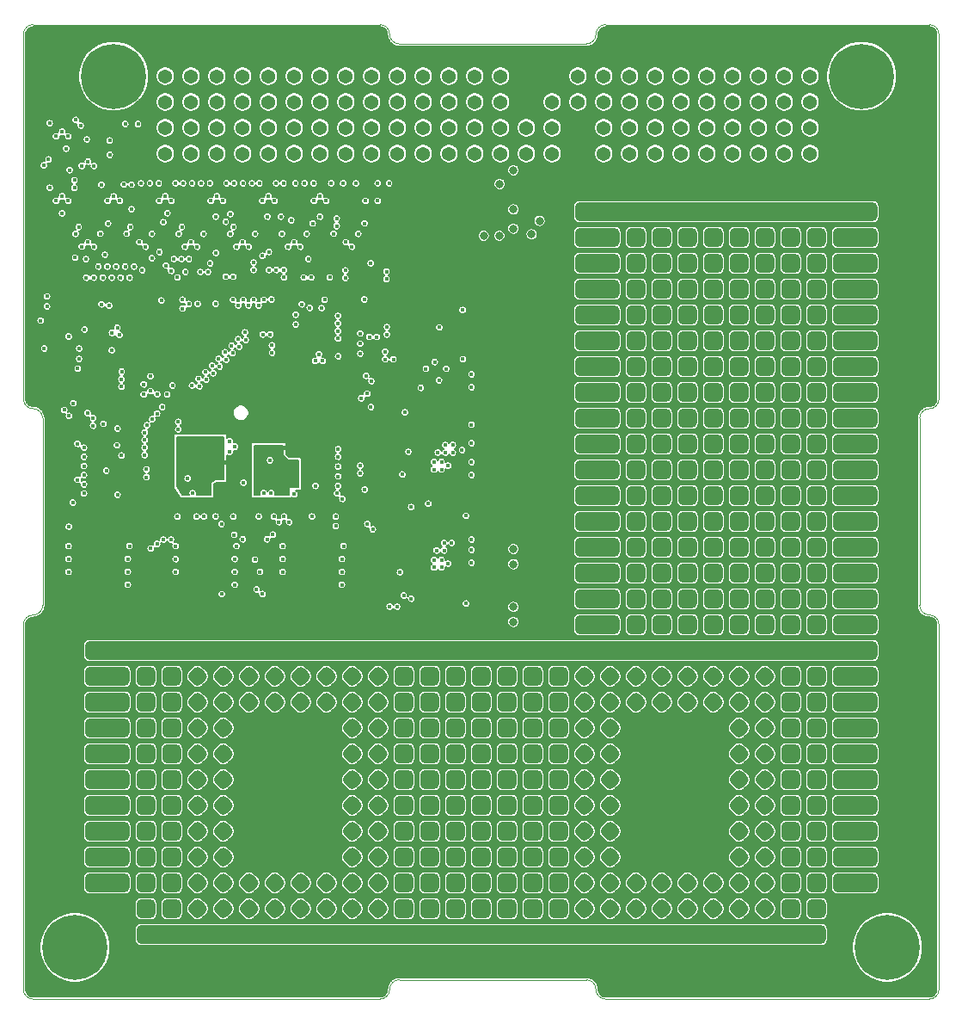
<source format=gbr>
G04 #@! TF.GenerationSoftware,KiCad,Pcbnew,5.1.9*
G04 #@! TF.CreationDate,2021-03-03T13:13:51+01:00*
G04 #@! TF.ProjectId,board_sierra,626f6172-645f-4736-9965-7272612e6b69,v1.1*
G04 #@! TF.SameCoordinates,PX1903cf0PY6c69e80*
G04 #@! TF.FileFunction,Copper,L2,Inr*
G04 #@! TF.FilePolarity,Positive*
%FSLAX46Y46*%
G04 Gerber Fmt 4.6, Leading zero omitted, Abs format (unit mm)*
G04 Created by KiCad (PCBNEW 5.1.9) date 2021-03-03 13:13:51*
%MOMM*%
%LPD*%
G01*
G04 APERTURE LIST*
G04 #@! TA.AperFunction,Profile*
%ADD10C,0.100000*%
G04 #@! TD*
G04 #@! TA.AperFunction,ComponentPad*
%ADD11C,1.365000*%
G04 #@! TD*
G04 #@! TA.AperFunction,ComponentPad*
%ADD12R,4.200000X1.850000*%
G04 #@! TD*
G04 #@! TA.AperFunction,ComponentPad*
%ADD13R,1.850000X4.200000*%
G04 #@! TD*
G04 #@! TA.AperFunction,ComponentPad*
%ADD14C,1.500000*%
G04 #@! TD*
G04 #@! TA.AperFunction,ComponentPad*
%ADD15R,2.000000X2.000000*%
G04 #@! TD*
G04 #@! TA.AperFunction,ComponentPad*
%ADD16C,0.450000*%
G04 #@! TD*
G04 #@! TA.AperFunction,ComponentPad*
%ADD17C,0.800000*%
G04 #@! TD*
G04 #@! TA.AperFunction,ComponentPad*
%ADD18C,6.400000*%
G04 #@! TD*
G04 #@! TA.AperFunction,ViaPad*
%ADD19C,0.450000*%
G04 #@! TD*
G04 #@! TA.AperFunction,ViaPad*
%ADD20C,0.800000*%
G04 #@! TD*
G04 #@! TA.AperFunction,Conductor*
%ADD21C,0.450000*%
G04 #@! TD*
G04 #@! TA.AperFunction,Conductor*
%ADD22C,0.127000*%
G04 #@! TD*
G04 #@! TA.AperFunction,Conductor*
%ADD23C,0.150000*%
G04 #@! TD*
G04 APERTURE END LIST*
D10*
X50355500Y88900000D02*
G75*
G03*
X51308000Y89852500I0J952500D01*
G01*
X31940500Y88900000D02*
X50355500Y88900000D01*
X52260500Y90805000D02*
X84137500Y90805000D01*
X30988000Y89852500D02*
G75*
G03*
X30035500Y90805000I-952500J0D01*
G01*
X30988000Y89852500D02*
G75*
G03*
X31940500Y88900000I952500J0D01*
G01*
X-4127500Y90805000D02*
X30035500Y90805000D01*
X52260500Y90805000D02*
G75*
G03*
X51308000Y89852500I0J-952500D01*
G01*
X52260500Y-5080000D02*
X84137500Y-5080000D01*
X31940500Y-3175000D02*
X50355500Y-3175000D01*
X-4127500Y-5080000D02*
X30035500Y-5080000D01*
X52260500Y-5080000D02*
G75*
G02*
X51308000Y-4127500I0J952500D01*
G01*
X50355500Y-3175000D02*
G75*
G02*
X51308000Y-4127500I0J-952500D01*
G01*
X30988000Y-4127500D02*
G75*
G02*
X31940500Y-3175000I952500J0D01*
G01*
X30988000Y-4127500D02*
G75*
G02*
X30035500Y-5080000I-952500J0D01*
G01*
X84137500Y53009800D02*
G75*
G03*
X83185000Y52057300I0J-952500D01*
G01*
X85090000Y89852500D02*
X85090000Y53962300D01*
X83185000Y52057300D02*
X83185000Y33667700D01*
X85090000Y31762700D02*
X85090000Y-4127500D01*
X83185000Y33667700D02*
G75*
G03*
X84137500Y32715200I952500J0D01*
G01*
X85090000Y31762700D02*
G75*
G03*
X84137500Y32715200I-952500J0D01*
G01*
X84137500Y53009800D02*
G75*
G03*
X85090000Y53962300I0J952500D01*
G01*
X85090000Y-4127500D02*
G75*
G02*
X84137500Y-5080000I-952500J0D01*
G01*
X84137500Y90805000D02*
G75*
G02*
X85090000Y89852500I0J-952500D01*
G01*
X-5080000Y31762700D02*
X-5080000Y-4127500D01*
X-5080000Y89852500D02*
X-5080000Y53962300D01*
X-5080000Y89852500D02*
G75*
G02*
X-4127500Y90805000I952500J0D01*
G01*
X-3175000Y52057300D02*
X-3175000Y33667700D01*
X-4127500Y53009800D02*
G75*
G02*
X-5080000Y53962300I0J952500D01*
G01*
X-4127500Y53009800D02*
G75*
G02*
X-3175000Y52057300I0J-952500D01*
G01*
X-3175000Y33667700D02*
G75*
G02*
X-4127500Y32715200I-952500J0D01*
G01*
X-5080000Y31762700D02*
G75*
G02*
X-4127500Y32715200I952500J0D01*
G01*
X-4127500Y-5080000D02*
G75*
G02*
X-5080000Y-4127500I0J952500D01*
G01*
D11*
G04 #@! TO.N,Net-(H2-Pad1)*
G04 #@! TO.C,H2*
X8890000Y83185000D03*
G04 #@! TO.N,Net-(H2-Pad2)*
X8890000Y85725000D03*
G04 #@! TO.N,Net-(H2-Pad3)*
X11430000Y83185000D03*
G04 #@! TO.N,Net-(H2-Pad4)*
X11430000Y85725000D03*
G04 #@! TO.N,USER_2_1*
X13970000Y83185000D03*
G04 #@! TO.N,USER_2_2*
X13970000Y85725000D03*
G04 #@! TO.N,SPI_2_CS2*
X16510000Y83185000D03*
G04 #@! TO.N,USER_2_4*
X16510000Y85725000D03*
G04 #@! TO.N,SPI_2_CS1*
X19050000Y83185000D03*
G04 #@! TO.N,SPI_2_MOSI*
X19050000Y85725000D03*
G04 #@! TO.N,SPI_2_SCK*
X21590000Y83185000D03*
G04 #@! TO.N,SPI_2_MISO*
X21590000Y85725000D03*
G04 #@! TO.N,UART_2_TX*
X24130000Y83185000D03*
G04 #@! TO.N,UART_2_CTS*
X24130000Y85725000D03*
G04 #@! TO.N,UART_2_RX*
X26670000Y83185000D03*
G04 #@! TO.N,UART_2_RST*
X26670000Y85725000D03*
G04 #@! TO.N,UART_RCS_2_TX*
X29210000Y83185000D03*
G04 #@! TO.N,UART_RCS_2_CTS*
X29210000Y85725000D03*
G04 #@! TO.N,UART_RCS_2_RX*
X31750000Y83185000D03*
G04 #@! TO.N,UART_RCS_2_RST*
X31750000Y85725000D03*
G04 #@! TO.N,I2C_2_SCL*
X34290000Y83185000D03*
G04 #@! TO.N,I2C_2_SDA*
X34290000Y85725000D03*
G04 #@! TO.N,CAN_2_P*
X36830000Y83185000D03*
G04 #@! TO.N,CAN_2_N*
X36830000Y85725000D03*
G04 #@! TO.N,SUP_5V*
X39370000Y83185000D03*
X39370000Y85725000D03*
G04 #@! TO.N,SUP_3V3*
X41910000Y83185000D03*
X41910000Y85725000D03*
G04 #@! TO.N,GND*
X44450000Y83185000D03*
X44450000Y85725000D03*
G04 #@! TO.N,Net-(H2-Pad31)*
X46990000Y83185000D03*
G04 #@! TO.N,GND*
X46990000Y85725000D03*
G04 #@! TO.N,Net-(H2-Pad33)*
X49530000Y83185000D03*
G04 #@! TO.N,Net-(H2-Pad34)*
X49530000Y85725000D03*
G04 #@! TO.N,Net-(H2-Pad35)*
X52070000Y83185000D03*
G04 #@! TO.N,Net-(H2-Pad36)*
X52070000Y85725000D03*
G04 #@! TO.N,Net-(H2-Pad37)*
X54610000Y83185000D03*
G04 #@! TO.N,Net-(H2-Pad38)*
X54610000Y85725000D03*
G04 #@! TO.N,USER_4_1*
X57150000Y83185000D03*
G04 #@! TO.N,USER_4_2*
X57150000Y85725000D03*
G04 #@! TO.N,USER_4_3*
X59690000Y83185000D03*
G04 #@! TO.N,USER_4_4*
X59690000Y85725000D03*
G04 #@! TO.N,USER_6_1*
X62230000Y83185000D03*
G04 #@! TO.N,USER_6_2*
X62230000Y85725000D03*
G04 #@! TO.N,Net-(H2-Pad45)*
X64770000Y83185000D03*
G04 #@! TO.N,Net-(H2-Pad46)*
X64770000Y85725000D03*
G04 #@! TO.N,USER_6_3*
X67310000Y83185000D03*
G04 #@! TO.N,USER_6_4*
X67310000Y85725000D03*
G04 #@! TO.N,Net-(H2-Pad49)*
X69850000Y83185000D03*
G04 #@! TO.N,Net-(H2-Pad50)*
X69850000Y85725000D03*
G04 #@! TO.N,Net-(H2-Pad51)*
X72390000Y83185000D03*
G04 #@! TO.N,Net-(H2-Pad52)*
X72390000Y85725000D03*
G04 #@! TD*
G04 #@! TO.N,Net-(H1-Pad1)*
G04 #@! TO.C,H1*
X8890000Y78105000D03*
G04 #@! TO.N,Net-(H1-Pad2)*
X8890000Y80645000D03*
G04 #@! TO.N,Net-(H1-Pad3)*
X11430000Y78105000D03*
G04 #@! TO.N,Net-(H1-Pad4)*
X11430000Y80645000D03*
G04 #@! TO.N,USER_1_1*
X13970000Y78105000D03*
G04 #@! TO.N,USER_1_2*
X13970000Y80645000D03*
G04 #@! TO.N,SPI_1_CS2*
X16510000Y78105000D03*
G04 #@! TO.N,USER_1_4*
X16510000Y80645000D03*
G04 #@! TO.N,SPI_1_CS1*
X19050000Y78105000D03*
G04 #@! TO.N,SPI_1_MOSI*
X19050000Y80645000D03*
G04 #@! TO.N,SPI_1_SCK*
X21590000Y78105000D03*
G04 #@! TO.N,SPI_1_MISO*
X21590000Y80645000D03*
G04 #@! TO.N,UART_1_TX*
X24130000Y78105000D03*
G04 #@! TO.N,UART_1_CTS*
X24130000Y80645000D03*
G04 #@! TO.N,UART_1_RX*
X26670000Y78105000D03*
G04 #@! TO.N,UART_1_RST*
X26670000Y80645000D03*
G04 #@! TO.N,UART_RCS_1_TX*
X29210000Y78105000D03*
G04 #@! TO.N,UART_RCS_1_CTS*
X29210000Y80645000D03*
G04 #@! TO.N,UART_RCS_1_RX*
X31750000Y78105000D03*
G04 #@! TO.N,UART_RCS_1_RST*
X31750000Y80645000D03*
G04 #@! TO.N,I2C_1_SCL*
X34290000Y78105000D03*
G04 #@! TO.N,I2C_1_SDA*
X34290000Y80645000D03*
G04 #@! TO.N,CAN_1_P*
X36830000Y78105000D03*
G04 #@! TO.N,CAN_1_N*
X36830000Y80645000D03*
G04 #@! TO.N,GLO_SYNC*
X39370000Y78105000D03*
G04 #@! TO.N,GLO_FAULT*
X39370000Y80645000D03*
G04 #@! TO.N,CPU_WD_1*
X41910000Y78105000D03*
G04 #@! TO.N,Net-(H1-Pad28)*
X41910000Y80645000D03*
G04 #@! TO.N,Net-(H1-Pad29)*
X44450000Y78105000D03*
G04 #@! TO.N,CPU_MODE*
X44450000Y80645000D03*
G04 #@! TO.N,Net-(H1-Pad31)*
X46990000Y78105000D03*
G04 #@! TO.N,Net-(H1-Pad32)*
X46990000Y80645000D03*
G04 #@! TO.N,GND*
X49530000Y78105000D03*
X49530000Y80645000D03*
G04 #@! TO.N,GLO_KS_1*
X52070000Y78105000D03*
G04 #@! TO.N,Net-(H1-Pad36)*
X52070000Y80645000D03*
G04 #@! TO.N,Net-(H1-Pad37)*
X54610000Y78105000D03*
G04 #@! TO.N,Net-(H1-Pad38)*
X54610000Y80645000D03*
G04 #@! TO.N,USER_3_1*
X57150000Y78105000D03*
G04 #@! TO.N,USER_3_2*
X57150000Y80645000D03*
G04 #@! TO.N,USER_3_3*
X59690000Y78105000D03*
G04 #@! TO.N,USER_3_4*
X59690000Y80645000D03*
G04 #@! TO.N,USER_5_1*
X62230000Y78105000D03*
G04 #@! TO.N,USER_5_2*
X62230000Y80645000D03*
G04 #@! TO.N,USER_5_3*
X64770000Y78105000D03*
G04 #@! TO.N,USER_5_4*
X64770000Y80645000D03*
G04 #@! TO.N,Net-(H1-Pad47)*
X67310000Y78105000D03*
G04 #@! TO.N,Net-(H1-Pad48)*
X67310000Y80645000D03*
G04 #@! TO.N,Net-(H1-Pad49)*
X69850000Y78105000D03*
G04 #@! TO.N,Net-(H1-Pad50)*
X69850000Y80645000D03*
G04 #@! TO.N,Net-(H1-Pad51)*
X72390000Y78105000D03*
G04 #@! TO.N,Net-(H1-Pad52)*
X72390000Y80645000D03*
G04 #@! TD*
D12*
G04 #@! TO.N,Net-(F2-Pad1)*
G04 #@! TO.C,UA5*
X67945000Y1270000D03*
X62865000Y1270000D03*
X55245000Y1270000D03*
X57785000Y1270000D03*
X52705000Y1270000D03*
X60325000Y1270000D03*
X65405000Y1270000D03*
X45085000Y1270000D03*
X47625000Y1270000D03*
X50165000Y1270000D03*
X40005000Y1270000D03*
X37465000Y1270000D03*
X42545000Y1270000D03*
X32385000Y1270000D03*
X29845000Y1270000D03*
X34925000Y1270000D03*
X24765000Y1270000D03*
X22225000Y1270000D03*
X27305000Y1270000D03*
X17145000Y1270000D03*
X14605000Y1270000D03*
X19685000Y1270000D03*
D13*
G04 #@! TO.N,GND*
X80645000Y11430000D03*
X80645000Y13970000D03*
X80645000Y8890000D03*
X80645000Y19050000D03*
X80645000Y16510000D03*
X80645000Y26670000D03*
X80645000Y24130000D03*
X80645000Y21590000D03*
X80645000Y31750000D03*
X80645000Y29210000D03*
X80645000Y41910000D03*
X80645000Y39370000D03*
X80645000Y34290000D03*
D12*
G04 #@! TO.N,Net-(F1-Pad1)*
X42545000Y29210000D03*
D13*
G04 #@! TO.N,GND*
X80645000Y44450000D03*
X80645000Y36830000D03*
D12*
G04 #@! TO.N,Net-(F1-Pad1)*
X34925000Y29210000D03*
D13*
G04 #@! TO.N,GND*
X80645000Y54610000D03*
X80645000Y46990000D03*
D12*
G04 #@! TO.N,Net-(F1-Pad1)*
X37465000Y29210000D03*
D13*
G04 #@! TO.N,GND*
X80645000Y52070000D03*
D12*
G04 #@! TO.N,Net-(F1-Pad1)*
X40005000Y29210000D03*
D13*
G04 #@! TO.N,GND*
X80645000Y49530000D03*
D12*
G04 #@! TO.N,Net-(F1-Pad1)*
X29845000Y29210000D03*
D13*
G04 #@! TO.N,GND*
X80645000Y57150000D03*
D12*
G04 #@! TO.N,Net-(F1-Pad1)*
X32385000Y29210000D03*
D13*
G04 #@! TO.N,GND*
X80645000Y59690000D03*
X80645000Y62230000D03*
X80645000Y64770000D03*
D12*
G04 #@! TO.N,Net-(F1-Pad1)*
X22225000Y29210000D03*
X17145000Y29210000D03*
X27305000Y29210000D03*
X24765000Y29210000D03*
X19685000Y29210000D03*
G04 #@! TO.N,Net-(F2-Pad1)*
X12065000Y1270000D03*
X9525000Y1270000D03*
G04 #@! TO.N,Net-(F1-Pad1)*
X14605000Y29210000D03*
X12065000Y29210000D03*
X9525000Y29210000D03*
X6985000Y29210000D03*
G04 #@! TO.N,N/C*
G04 #@! TA.AperFunction,ComponentPad*
G36*
G01*
X6060000Y18587500D02*
X6060000Y19512500D01*
G75*
G02*
X6522500Y19975000I462500J0D01*
G01*
X7447500Y19975000D01*
G75*
G02*
X7910000Y19512500I0J-462500D01*
G01*
X7910000Y18587500D01*
G75*
G02*
X7447500Y18125000I-462500J0D01*
G01*
X6522500Y18125000D01*
G75*
G02*
X6060000Y18587500I0J462500D01*
G01*
G37*
G04 #@! TD.AperFunction*
G04 #@! TA.AperFunction,ComponentPad*
G36*
G01*
X6060000Y21127500D02*
X6060000Y22052500D01*
G75*
G02*
X6522500Y22515000I462500J0D01*
G01*
X7447500Y22515000D01*
G75*
G02*
X7910000Y22052500I0J-462500D01*
G01*
X7910000Y21127500D01*
G75*
G02*
X7447500Y20665000I-462500J0D01*
G01*
X6522500Y20665000D01*
G75*
G02*
X6060000Y21127500I0J462500D01*
G01*
G37*
G04 #@! TD.AperFunction*
G04 #@! TA.AperFunction,ComponentPad*
G36*
G01*
X6060000Y16047500D02*
X6060000Y16972500D01*
G75*
G02*
X6522500Y17435000I462500J0D01*
G01*
X7447500Y17435000D01*
G75*
G02*
X7910000Y16972500I0J-462500D01*
G01*
X7910000Y16047500D01*
G75*
G02*
X7447500Y15585000I-462500J0D01*
G01*
X6522500Y15585000D01*
G75*
G02*
X6060000Y16047500I0J462500D01*
G01*
G37*
G04 #@! TD.AperFunction*
G04 #@! TA.AperFunction,ComponentPad*
G36*
G01*
X6060000Y13507500D02*
X6060000Y14432500D01*
G75*
G02*
X6522500Y14895000I462500J0D01*
G01*
X7447500Y14895000D01*
G75*
G02*
X7910000Y14432500I0J-462500D01*
G01*
X7910000Y13507500D01*
G75*
G02*
X7447500Y13045000I-462500J0D01*
G01*
X6522500Y13045000D01*
G75*
G02*
X6060000Y13507500I0J462500D01*
G01*
G37*
G04 #@! TD.AperFunction*
G04 #@! TA.AperFunction,ComponentPad*
G36*
G01*
X34000000Y18587500D02*
X34000000Y19512500D01*
G75*
G02*
X34462500Y19975000I462500J0D01*
G01*
X35387500Y19975000D01*
G75*
G02*
X35850000Y19512500I0J-462500D01*
G01*
X35850000Y18587500D01*
G75*
G02*
X35387500Y18125000I-462500J0D01*
G01*
X34462500Y18125000D01*
G75*
G02*
X34000000Y18587500I0J462500D01*
G01*
G37*
G04 #@! TD.AperFunction*
G04 #@! TA.AperFunction,ComponentPad*
G36*
G01*
X34000000Y13507500D02*
X34000000Y14432500D01*
G75*
G02*
X34462500Y14895000I462500J0D01*
G01*
X35387500Y14895000D01*
G75*
G02*
X35850000Y14432500I0J-462500D01*
G01*
X35850000Y13507500D01*
G75*
G02*
X35387500Y13045000I-462500J0D01*
G01*
X34462500Y13045000D01*
G75*
G02*
X34000000Y13507500I0J462500D01*
G01*
G37*
G04 #@! TD.AperFunction*
G04 #@! TA.AperFunction,ComponentPad*
G36*
G01*
X34000000Y16047500D02*
X34000000Y16972500D01*
G75*
G02*
X34462500Y17435000I462500J0D01*
G01*
X35387500Y17435000D01*
G75*
G02*
X35850000Y16972500I0J-462500D01*
G01*
X35850000Y16047500D01*
G75*
G02*
X35387500Y15585000I-462500J0D01*
G01*
X34462500Y15585000D01*
G75*
G02*
X34000000Y16047500I0J462500D01*
G01*
G37*
G04 #@! TD.AperFunction*
G04 #@! TA.AperFunction,ComponentPad*
G36*
G01*
X34000000Y21127500D02*
X34000000Y22052500D01*
G75*
G02*
X34462500Y22515000I462500J0D01*
G01*
X35387500Y22515000D01*
G75*
G02*
X35850000Y22052500I0J-462500D01*
G01*
X35850000Y21127500D01*
G75*
G02*
X35387500Y20665000I-462500J0D01*
G01*
X34462500Y20665000D01*
G75*
G02*
X34000000Y21127500I0J462500D01*
G01*
G37*
G04 #@! TD.AperFunction*
G04 #@! TA.AperFunction,ComponentPad*
G36*
G01*
X8600000Y18587500D02*
X8600000Y19512500D01*
G75*
G02*
X9062500Y19975000I462500J0D01*
G01*
X9987500Y19975000D01*
G75*
G02*
X10450000Y19512500I0J-462500D01*
G01*
X10450000Y18587500D01*
G75*
G02*
X9987500Y18125000I-462500J0D01*
G01*
X9062500Y18125000D01*
G75*
G02*
X8600000Y18587500I0J462500D01*
G01*
G37*
G04 #@! TD.AperFunction*
G04 #@! TA.AperFunction,ComponentPad*
G36*
G01*
X31460000Y18587500D02*
X31460000Y19512500D01*
G75*
G02*
X31922500Y19975000I462500J0D01*
G01*
X32847500Y19975000D01*
G75*
G02*
X33310000Y19512500I0J-462500D01*
G01*
X33310000Y18587500D01*
G75*
G02*
X32847500Y18125000I-462500J0D01*
G01*
X31922500Y18125000D01*
G75*
G02*
X31460000Y18587500I0J462500D01*
G01*
G37*
G04 #@! TD.AperFunction*
G04 #@! TA.AperFunction,ComponentPad*
G36*
G01*
X31460000Y21127500D02*
X31460000Y22052500D01*
G75*
G02*
X31922500Y22515000I462500J0D01*
G01*
X32847500Y22515000D01*
G75*
G02*
X33310000Y22052500I0J-462500D01*
G01*
X33310000Y21127500D01*
G75*
G02*
X32847500Y20665000I-462500J0D01*
G01*
X31922500Y20665000D01*
G75*
G02*
X31460000Y21127500I0J462500D01*
G01*
G37*
G04 #@! TD.AperFunction*
G04 #@! TA.AperFunction,ComponentPad*
G36*
G01*
X8600000Y21127500D02*
X8600000Y22052500D01*
G75*
G02*
X9062500Y22515000I462500J0D01*
G01*
X9987500Y22515000D01*
G75*
G02*
X10450000Y22052500I0J-462500D01*
G01*
X10450000Y21127500D01*
G75*
G02*
X9987500Y20665000I-462500J0D01*
G01*
X9062500Y20665000D01*
G75*
G02*
X8600000Y21127500I0J462500D01*
G01*
G37*
G04 #@! TD.AperFunction*
G04 #@! TA.AperFunction,ComponentPad*
G36*
G01*
X31460000Y16047500D02*
X31460000Y16972500D01*
G75*
G02*
X31922500Y17435000I462500J0D01*
G01*
X32847500Y17435000D01*
G75*
G02*
X33310000Y16972500I0J-462500D01*
G01*
X33310000Y16047500D01*
G75*
G02*
X32847500Y15585000I-462500J0D01*
G01*
X31922500Y15585000D01*
G75*
G02*
X31460000Y16047500I0J462500D01*
G01*
G37*
G04 #@! TD.AperFunction*
G04 #@! TA.AperFunction,ComponentPad*
G36*
G01*
X8600000Y16047500D02*
X8600000Y16972500D01*
G75*
G02*
X9062500Y17435000I462500J0D01*
G01*
X9987500Y17435000D01*
G75*
G02*
X10450000Y16972500I0J-462500D01*
G01*
X10450000Y16047500D01*
G75*
G02*
X9987500Y15585000I-462500J0D01*
G01*
X9062500Y15585000D01*
G75*
G02*
X8600000Y16047500I0J462500D01*
G01*
G37*
G04 #@! TD.AperFunction*
G04 #@! TA.AperFunction,ComponentPad*
G36*
G01*
X8600000Y13507500D02*
X8600000Y14432500D01*
G75*
G02*
X9062500Y14895000I462500J0D01*
G01*
X9987500Y14895000D01*
G75*
G02*
X10450000Y14432500I0J-462500D01*
G01*
X10450000Y13507500D01*
G75*
G02*
X9987500Y13045000I-462500J0D01*
G01*
X9062500Y13045000D01*
G75*
G02*
X8600000Y13507500I0J462500D01*
G01*
G37*
G04 #@! TD.AperFunction*
G04 #@! TA.AperFunction,ComponentPad*
G36*
G01*
X31460000Y13507500D02*
X31460000Y14432500D01*
G75*
G02*
X31922500Y14895000I462500J0D01*
G01*
X32847500Y14895000D01*
G75*
G02*
X33310000Y14432500I0J-462500D01*
G01*
X33310000Y13507500D01*
G75*
G02*
X32847500Y13045000I-462500J0D01*
G01*
X31922500Y13045000D01*
G75*
G02*
X31460000Y13507500I0J462500D01*
G01*
G37*
G04 #@! TD.AperFunction*
G04 #@! TA.AperFunction,ComponentPad*
G36*
G01*
X13818697Y19395068D02*
X14259932Y19836303D01*
G75*
G02*
X14950068Y19836303I345068J-345068D01*
G01*
X15391303Y19395068D01*
G75*
G02*
X15391303Y18704932I-345068J-345068D01*
G01*
X14950068Y18263697D01*
G75*
G02*
X14259932Y18263697I-345068J345068D01*
G01*
X13818697Y18704932D01*
G75*
G02*
X13818697Y19395068I345068J345068D01*
G01*
G37*
G04 #@! TD.AperFunction*
G04 #@! TA.AperFunction,ComponentPad*
G36*
G01*
X13818697Y14315068D02*
X14259932Y14756303D01*
G75*
G02*
X14950068Y14756303I345068J-345068D01*
G01*
X15391303Y14315068D01*
G75*
G02*
X15391303Y13624932I-345068J-345068D01*
G01*
X14950068Y13183697D01*
G75*
G02*
X14259932Y13183697I-345068J345068D01*
G01*
X13818697Y13624932D01*
G75*
G02*
X13818697Y14315068I345068J345068D01*
G01*
G37*
G04 #@! TD.AperFunction*
G04 #@! TA.AperFunction,ComponentPad*
G36*
G01*
X13818697Y16855068D02*
X14259932Y17296303D01*
G75*
G02*
X14950068Y17296303I345068J-345068D01*
G01*
X15391303Y16855068D01*
G75*
G02*
X15391303Y16164932I-345068J-345068D01*
G01*
X14950068Y15723697D01*
G75*
G02*
X14259932Y15723697I-345068J345068D01*
G01*
X13818697Y16164932D01*
G75*
G02*
X13818697Y16855068I345068J345068D01*
G01*
G37*
G04 #@! TD.AperFunction*
G04 #@! TA.AperFunction,ComponentPad*
G36*
G01*
X13818697Y21935068D02*
X14259932Y22376303D01*
G75*
G02*
X14950068Y22376303I345068J-345068D01*
G01*
X15391303Y21935068D01*
G75*
G02*
X15391303Y21244932I-345068J-345068D01*
G01*
X14950068Y20803697D01*
G75*
G02*
X14259932Y20803697I-345068J345068D01*
G01*
X13818697Y21244932D01*
G75*
G02*
X13818697Y21935068I345068J345068D01*
G01*
G37*
G04 #@! TD.AperFunction*
G04 #@! TA.AperFunction,ComponentPad*
G36*
G01*
X72100000Y18587500D02*
X72100000Y19512500D01*
G75*
G02*
X72562500Y19975000I462500J0D01*
G01*
X73487500Y19975000D01*
G75*
G02*
X73950000Y19512500I0J-462500D01*
G01*
X73950000Y18587500D01*
G75*
G02*
X73487500Y18125000I-462500J0D01*
G01*
X72562500Y18125000D01*
G75*
G02*
X72100000Y18587500I0J462500D01*
G01*
G37*
G04 #@! TD.AperFunction*
G04 #@! TA.AperFunction,ComponentPad*
G36*
G01*
X11278697Y19395068D02*
X11719932Y19836303D01*
G75*
G02*
X12410068Y19836303I345068J-345068D01*
G01*
X12851303Y19395068D01*
G75*
G02*
X12851303Y18704932I-345068J-345068D01*
G01*
X12410068Y18263697D01*
G75*
G02*
X11719932Y18263697I-345068J345068D01*
G01*
X11278697Y18704932D01*
G75*
G02*
X11278697Y19395068I345068J345068D01*
G01*
G37*
G04 #@! TD.AperFunction*
G04 #@! TA.AperFunction,ComponentPad*
G36*
G01*
X11278697Y21935068D02*
X11719932Y22376303D01*
G75*
G02*
X12410068Y22376303I345068J-345068D01*
G01*
X12851303Y21935068D01*
G75*
G02*
X12851303Y21244932I-345068J-345068D01*
G01*
X12410068Y20803697D01*
G75*
G02*
X11719932Y20803697I-345068J345068D01*
G01*
X11278697Y21244932D01*
G75*
G02*
X11278697Y21935068I345068J345068D01*
G01*
G37*
G04 #@! TD.AperFunction*
G04 #@! TA.AperFunction,ComponentPad*
G36*
G01*
X72100000Y21127500D02*
X72100000Y22052500D01*
G75*
G02*
X72562500Y22515000I462500J0D01*
G01*
X73487500Y22515000D01*
G75*
G02*
X73950000Y22052500I0J-462500D01*
G01*
X73950000Y21127500D01*
G75*
G02*
X73487500Y20665000I-462500J0D01*
G01*
X72562500Y20665000D01*
G75*
G02*
X72100000Y21127500I0J462500D01*
G01*
G37*
G04 #@! TD.AperFunction*
G04 #@! TA.AperFunction,ComponentPad*
G36*
G01*
X11278697Y16855068D02*
X11719932Y17296303D01*
G75*
G02*
X12410068Y17296303I345068J-345068D01*
G01*
X12851303Y16855068D01*
G75*
G02*
X12851303Y16164932I-345068J-345068D01*
G01*
X12410068Y15723697D01*
G75*
G02*
X11719932Y15723697I-345068J345068D01*
G01*
X11278697Y16164932D01*
G75*
G02*
X11278697Y16855068I345068J345068D01*
G01*
G37*
G04 #@! TD.AperFunction*
G04 #@! TA.AperFunction,ComponentPad*
G36*
G01*
X72100000Y16047500D02*
X72100000Y16972500D01*
G75*
G02*
X72562500Y17435000I462500J0D01*
G01*
X73487500Y17435000D01*
G75*
G02*
X73950000Y16972500I0J-462500D01*
G01*
X73950000Y16047500D01*
G75*
G02*
X73487500Y15585000I-462500J0D01*
G01*
X72562500Y15585000D01*
G75*
G02*
X72100000Y16047500I0J462500D01*
G01*
G37*
G04 #@! TD.AperFunction*
G04 #@! TA.AperFunction,ComponentPad*
G36*
G01*
X72100000Y13507500D02*
X72100000Y14432500D01*
G75*
G02*
X72562500Y14895000I462500J0D01*
G01*
X73487500Y14895000D01*
G75*
G02*
X73950000Y14432500I0J-462500D01*
G01*
X73950000Y13507500D01*
G75*
G02*
X73487500Y13045000I-462500J0D01*
G01*
X72562500Y13045000D01*
G75*
G02*
X72100000Y13507500I0J462500D01*
G01*
G37*
G04 #@! TD.AperFunction*
G04 #@! TA.AperFunction,ComponentPad*
G36*
G01*
X11278697Y14315068D02*
X11719932Y14756303D01*
G75*
G02*
X12410068Y14756303I345068J-345068D01*
G01*
X12851303Y14315068D01*
G75*
G02*
X12851303Y13624932I-345068J-345068D01*
G01*
X12410068Y13183697D01*
G75*
G02*
X11719932Y13183697I-345068J345068D01*
G01*
X11278697Y13624932D01*
G75*
G02*
X11278697Y14315068I345068J345068D01*
G01*
G37*
G04 #@! TD.AperFunction*
G04 #@! TA.AperFunction,ComponentPad*
G36*
G01*
X67158697Y11775068D02*
X67599932Y12216303D01*
G75*
G02*
X68290068Y12216303I345068J-345068D01*
G01*
X68731303Y11775068D01*
G75*
G02*
X68731303Y11084932I-345068J-345068D01*
G01*
X68290068Y10643697D01*
G75*
G02*
X67599932Y10643697I-345068J345068D01*
G01*
X67158697Y11084932D01*
G75*
G02*
X67158697Y11775068I345068J345068D01*
G01*
G37*
G04 #@! TD.AperFunction*
G04 #@! TA.AperFunction,ComponentPad*
G36*
G01*
X64618697Y19395068D02*
X65059932Y19836303D01*
G75*
G02*
X65750068Y19836303I345068J-345068D01*
G01*
X66191303Y19395068D01*
G75*
G02*
X66191303Y18704932I-345068J-345068D01*
G01*
X65750068Y18263697D01*
G75*
G02*
X65059932Y18263697I-345068J345068D01*
G01*
X64618697Y18704932D01*
G75*
G02*
X64618697Y19395068I345068J345068D01*
G01*
G37*
G04 #@! TD.AperFunction*
G04 #@! TA.AperFunction,ComponentPad*
G36*
G01*
X67158697Y16855068D02*
X67599932Y17296303D01*
G75*
G02*
X68290068Y17296303I345068J-345068D01*
G01*
X68731303Y16855068D01*
G75*
G02*
X68731303Y16164932I-345068J-345068D01*
G01*
X68290068Y15723697D01*
G75*
G02*
X67599932Y15723697I-345068J345068D01*
G01*
X67158697Y16164932D01*
G75*
G02*
X67158697Y16855068I345068J345068D01*
G01*
G37*
G04 #@! TD.AperFunction*
G04 #@! TA.AperFunction,ComponentPad*
G36*
G01*
X67158697Y21935068D02*
X67599932Y22376303D01*
G75*
G02*
X68290068Y22376303I345068J-345068D01*
G01*
X68731303Y21935068D01*
G75*
G02*
X68731303Y21244932I-345068J-345068D01*
G01*
X68290068Y20803697D01*
G75*
G02*
X67599932Y20803697I-345068J345068D01*
G01*
X67158697Y21244932D01*
G75*
G02*
X67158697Y21935068I345068J345068D01*
G01*
G37*
G04 #@! TD.AperFunction*
G04 #@! TA.AperFunction,ComponentPad*
G36*
G01*
X64618697Y21935068D02*
X65059932Y22376303D01*
G75*
G02*
X65750068Y22376303I345068J-345068D01*
G01*
X66191303Y21935068D01*
G75*
G02*
X66191303Y21244932I-345068J-345068D01*
G01*
X65750068Y20803697D01*
G75*
G02*
X65059932Y20803697I-345068J345068D01*
G01*
X64618697Y21244932D01*
G75*
G02*
X64618697Y21935068I345068J345068D01*
G01*
G37*
G04 #@! TD.AperFunction*
G04 #@! TA.AperFunction,ComponentPad*
G36*
G01*
X64618697Y11775068D02*
X65059932Y12216303D01*
G75*
G02*
X65750068Y12216303I345068J-345068D01*
G01*
X66191303Y11775068D01*
G75*
G02*
X66191303Y11084932I-345068J-345068D01*
G01*
X65750068Y10643697D01*
G75*
G02*
X65059932Y10643697I-345068J345068D01*
G01*
X64618697Y11084932D01*
G75*
G02*
X64618697Y11775068I345068J345068D01*
G01*
G37*
G04 #@! TD.AperFunction*
G04 #@! TA.AperFunction,ComponentPad*
G36*
G01*
X67158697Y9235068D02*
X67599932Y9676303D01*
G75*
G02*
X68290068Y9676303I345068J-345068D01*
G01*
X68731303Y9235068D01*
G75*
G02*
X68731303Y8544932I-345068J-345068D01*
G01*
X68290068Y8103697D01*
G75*
G02*
X67599932Y8103697I-345068J345068D01*
G01*
X67158697Y8544932D01*
G75*
G02*
X67158697Y9235068I345068J345068D01*
G01*
G37*
G04 #@! TD.AperFunction*
G04 #@! TA.AperFunction,ComponentPad*
G36*
G01*
X67158697Y14315068D02*
X67599932Y14756303D01*
G75*
G02*
X68290068Y14756303I345068J-345068D01*
G01*
X68731303Y14315068D01*
G75*
G02*
X68731303Y13624932I-345068J-345068D01*
G01*
X68290068Y13183697D01*
G75*
G02*
X67599932Y13183697I-345068J345068D01*
G01*
X67158697Y13624932D01*
G75*
G02*
X67158697Y14315068I345068J345068D01*
G01*
G37*
G04 #@! TD.AperFunction*
G04 #@! TA.AperFunction,ComponentPad*
G36*
G01*
X67158697Y19395068D02*
X67599932Y19836303D01*
G75*
G02*
X68290068Y19836303I345068J-345068D01*
G01*
X68731303Y19395068D01*
G75*
G02*
X68731303Y18704932I-345068J-345068D01*
G01*
X68290068Y18263697D01*
G75*
G02*
X67599932Y18263697I-345068J345068D01*
G01*
X67158697Y18704932D01*
G75*
G02*
X67158697Y19395068I345068J345068D01*
G01*
G37*
G04 #@! TD.AperFunction*
G04 #@! TA.AperFunction,ComponentPad*
G36*
G01*
X64618697Y14315068D02*
X65059932Y14756303D01*
G75*
G02*
X65750068Y14756303I345068J-345068D01*
G01*
X66191303Y14315068D01*
G75*
G02*
X66191303Y13624932I-345068J-345068D01*
G01*
X65750068Y13183697D01*
G75*
G02*
X65059932Y13183697I-345068J345068D01*
G01*
X64618697Y13624932D01*
G75*
G02*
X64618697Y14315068I345068J345068D01*
G01*
G37*
G04 #@! TD.AperFunction*
G04 #@! TA.AperFunction,ComponentPad*
G36*
G01*
X6060000Y8427500D02*
X6060000Y9352500D01*
G75*
G02*
X6522500Y9815000I462500J0D01*
G01*
X7447500Y9815000D01*
G75*
G02*
X7910000Y9352500I0J-462500D01*
G01*
X7910000Y8427500D01*
G75*
G02*
X7447500Y7965000I-462500J0D01*
G01*
X6522500Y7965000D01*
G75*
G02*
X6060000Y8427500I0J462500D01*
G01*
G37*
G04 #@! TD.AperFunction*
G04 #@! TA.AperFunction,ComponentPad*
G36*
G01*
X6060000Y10967500D02*
X6060000Y11892500D01*
G75*
G02*
X6522500Y12355000I462500J0D01*
G01*
X7447500Y12355000D01*
G75*
G02*
X7910000Y11892500I0J-462500D01*
G01*
X7910000Y10967500D01*
G75*
G02*
X7447500Y10505000I-462500J0D01*
G01*
X6522500Y10505000D01*
G75*
G02*
X6060000Y10967500I0J462500D01*
G01*
G37*
G04 #@! TD.AperFunction*
G04 #@! TA.AperFunction,ComponentPad*
G36*
G01*
X64618697Y9235068D02*
X65059932Y9676303D01*
G75*
G02*
X65750068Y9676303I345068J-345068D01*
G01*
X66191303Y9235068D01*
G75*
G02*
X66191303Y8544932I-345068J-345068D01*
G01*
X65750068Y8103697D01*
G75*
G02*
X65059932Y8103697I-345068J345068D01*
G01*
X64618697Y8544932D01*
G75*
G02*
X64618697Y9235068I345068J345068D01*
G01*
G37*
G04 #@! TD.AperFunction*
G04 #@! TA.AperFunction,ComponentPad*
G36*
G01*
X64618697Y16855068D02*
X65059932Y17296303D01*
G75*
G02*
X65750068Y17296303I345068J-345068D01*
G01*
X66191303Y16855068D01*
G75*
G02*
X66191303Y16164932I-345068J-345068D01*
G01*
X65750068Y15723697D01*
G75*
G02*
X65059932Y15723697I-345068J345068D01*
G01*
X64618697Y16164932D01*
G75*
G02*
X64618697Y16855068I345068J345068D01*
G01*
G37*
G04 #@! TD.AperFunction*
G04 #@! TA.AperFunction,ComponentPad*
G36*
G01*
X34000000Y10967500D02*
X34000000Y11892500D01*
G75*
G02*
X34462500Y12355000I462500J0D01*
G01*
X35387500Y12355000D01*
G75*
G02*
X35850000Y11892500I0J-462500D01*
G01*
X35850000Y10967500D01*
G75*
G02*
X35387500Y10505000I-462500J0D01*
G01*
X34462500Y10505000D01*
G75*
G02*
X34000000Y10967500I0J462500D01*
G01*
G37*
G04 #@! TD.AperFunction*
G04 #@! TA.AperFunction,ComponentPad*
G36*
G01*
X8600000Y10967500D02*
X8600000Y11892500D01*
G75*
G02*
X9062500Y12355000I462500J0D01*
G01*
X9987500Y12355000D01*
G75*
G02*
X10450000Y11892500I0J-462500D01*
G01*
X10450000Y10967500D01*
G75*
G02*
X9987500Y10505000I-462500J0D01*
G01*
X9062500Y10505000D01*
G75*
G02*
X8600000Y10967500I0J462500D01*
G01*
G37*
G04 #@! TD.AperFunction*
G04 #@! TA.AperFunction,ComponentPad*
G36*
G01*
X31460000Y8427500D02*
X31460000Y9352500D01*
G75*
G02*
X31922500Y9815000I462500J0D01*
G01*
X32847500Y9815000D01*
G75*
G02*
X33310000Y9352500I0J-462500D01*
G01*
X33310000Y8427500D01*
G75*
G02*
X32847500Y7965000I-462500J0D01*
G01*
X31922500Y7965000D01*
G75*
G02*
X31460000Y8427500I0J462500D01*
G01*
G37*
G04 #@! TD.AperFunction*
G04 #@! TA.AperFunction,ComponentPad*
G36*
G01*
X46700000Y8427500D02*
X46700000Y9352500D01*
G75*
G02*
X47162500Y9815000I462500J0D01*
G01*
X48087500Y9815000D01*
G75*
G02*
X48550000Y9352500I0J-462500D01*
G01*
X48550000Y8427500D01*
G75*
G02*
X48087500Y7965000I-462500J0D01*
G01*
X47162500Y7965000D01*
G75*
G02*
X46700000Y8427500I0J462500D01*
G01*
G37*
G04 #@! TD.AperFunction*
G04 #@! TA.AperFunction,ComponentPad*
G36*
G01*
X34000000Y5887500D02*
X34000000Y6812500D01*
G75*
G02*
X34462500Y7275000I462500J0D01*
G01*
X35387500Y7275000D01*
G75*
G02*
X35850000Y6812500I0J-462500D01*
G01*
X35850000Y5887500D01*
G75*
G02*
X35387500Y5425000I-462500J0D01*
G01*
X34462500Y5425000D01*
G75*
G02*
X34000000Y5887500I0J462500D01*
G01*
G37*
G04 #@! TD.AperFunction*
G04 #@! TA.AperFunction,ComponentPad*
G36*
G01*
X72100000Y10967500D02*
X72100000Y11892500D01*
G75*
G02*
X72562500Y12355000I462500J0D01*
G01*
X73487500Y12355000D01*
G75*
G02*
X73950000Y11892500I0J-462500D01*
G01*
X73950000Y10967500D01*
G75*
G02*
X73487500Y10505000I-462500J0D01*
G01*
X72562500Y10505000D01*
G75*
G02*
X72100000Y10967500I0J462500D01*
G01*
G37*
G04 #@! TD.AperFunction*
G04 #@! TA.AperFunction,ComponentPad*
G36*
G01*
X44160000Y5887500D02*
X44160000Y6812500D01*
G75*
G02*
X44622500Y7275000I462500J0D01*
G01*
X45547500Y7275000D01*
G75*
G02*
X46010000Y6812500I0J-462500D01*
G01*
X46010000Y5887500D01*
G75*
G02*
X45547500Y5425000I-462500J0D01*
G01*
X44622500Y5425000D01*
G75*
G02*
X44160000Y5887500I0J462500D01*
G01*
G37*
G04 #@! TD.AperFunction*
G04 #@! TA.AperFunction,ComponentPad*
G36*
G01*
X34000000Y8427500D02*
X34000000Y9352500D01*
G75*
G02*
X34462500Y9815000I462500J0D01*
G01*
X35387500Y9815000D01*
G75*
G02*
X35850000Y9352500I0J-462500D01*
G01*
X35850000Y8427500D01*
G75*
G02*
X35387500Y7965000I-462500J0D01*
G01*
X34462500Y7965000D01*
G75*
G02*
X34000000Y8427500I0J462500D01*
G01*
G37*
G04 #@! TD.AperFunction*
G04 #@! TA.AperFunction,ComponentPad*
G36*
G01*
X16358697Y6695068D02*
X16799932Y7136303D01*
G75*
G02*
X17490068Y7136303I345068J-345068D01*
G01*
X17931303Y6695068D01*
G75*
G02*
X17931303Y6004932I-345068J-345068D01*
G01*
X17490068Y5563697D01*
G75*
G02*
X16799932Y5563697I-345068J345068D01*
G01*
X16358697Y6004932D01*
G75*
G02*
X16358697Y6695068I345068J345068D01*
G01*
G37*
G04 #@! TD.AperFunction*
G04 #@! TA.AperFunction,ComponentPad*
G36*
G01*
X11278697Y6695068D02*
X11719932Y7136303D01*
G75*
G02*
X12410068Y7136303I345068J-345068D01*
G01*
X12851303Y6695068D01*
G75*
G02*
X12851303Y6004932I-345068J-345068D01*
G01*
X12410068Y5563697D01*
G75*
G02*
X11719932Y5563697I-345068J345068D01*
G01*
X11278697Y6004932D01*
G75*
G02*
X11278697Y6695068I345068J345068D01*
G01*
G37*
G04 #@! TD.AperFunction*
G04 #@! TA.AperFunction,ComponentPad*
G36*
G01*
X46700000Y10967500D02*
X46700000Y11892500D01*
G75*
G02*
X47162500Y12355000I462500J0D01*
G01*
X48087500Y12355000D01*
G75*
G02*
X48550000Y11892500I0J-462500D01*
G01*
X48550000Y10967500D01*
G75*
G02*
X48087500Y10505000I-462500J0D01*
G01*
X47162500Y10505000D01*
G75*
G02*
X46700000Y10967500I0J462500D01*
G01*
G37*
G04 #@! TD.AperFunction*
G04 #@! TA.AperFunction,ComponentPad*
G36*
G01*
X72100000Y8427500D02*
X72100000Y9352500D01*
G75*
G02*
X72562500Y9815000I462500J0D01*
G01*
X73487500Y9815000D01*
G75*
G02*
X73950000Y9352500I0J-462500D01*
G01*
X73950000Y8427500D01*
G75*
G02*
X73487500Y7965000I-462500J0D01*
G01*
X72562500Y7965000D01*
G75*
G02*
X72100000Y8427500I0J462500D01*
G01*
G37*
G04 #@! TD.AperFunction*
G04 #@! TA.AperFunction,ComponentPad*
G36*
G01*
X44160000Y10967500D02*
X44160000Y11892500D01*
G75*
G02*
X44622500Y12355000I462500J0D01*
G01*
X45547500Y12355000D01*
G75*
G02*
X46010000Y11892500I0J-462500D01*
G01*
X46010000Y10967500D01*
G75*
G02*
X45547500Y10505000I-462500J0D01*
G01*
X44622500Y10505000D01*
G75*
G02*
X44160000Y10967500I0J462500D01*
G01*
G37*
G04 #@! TD.AperFunction*
G04 #@! TA.AperFunction,ComponentPad*
G36*
G01*
X72100000Y5887500D02*
X72100000Y6812500D01*
G75*
G02*
X72562500Y7275000I462500J0D01*
G01*
X73487500Y7275000D01*
G75*
G02*
X73950000Y6812500I0J-462500D01*
G01*
X73950000Y5887500D01*
G75*
G02*
X73487500Y5425000I-462500J0D01*
G01*
X72562500Y5425000D01*
G75*
G02*
X72100000Y5887500I0J462500D01*
G01*
G37*
G04 #@! TD.AperFunction*
G04 #@! TA.AperFunction,ComponentPad*
G36*
G01*
X31460000Y10967500D02*
X31460000Y11892500D01*
G75*
G02*
X31922500Y12355000I462500J0D01*
G01*
X32847500Y12355000D01*
G75*
G02*
X33310000Y11892500I0J-462500D01*
G01*
X33310000Y10967500D01*
G75*
G02*
X32847500Y10505000I-462500J0D01*
G01*
X31922500Y10505000D01*
G75*
G02*
X31460000Y10967500I0J462500D01*
G01*
G37*
G04 #@! TD.AperFunction*
G04 #@! TA.AperFunction,ComponentPad*
G36*
G01*
X11278697Y11775068D02*
X11719932Y12216303D01*
G75*
G02*
X12410068Y12216303I345068J-345068D01*
G01*
X12851303Y11775068D01*
G75*
G02*
X12851303Y11084932I-345068J-345068D01*
G01*
X12410068Y10643697D01*
G75*
G02*
X11719932Y10643697I-345068J345068D01*
G01*
X11278697Y11084932D01*
G75*
G02*
X11278697Y11775068I345068J345068D01*
G01*
G37*
G04 #@! TD.AperFunction*
G04 #@! TA.AperFunction,ComponentPad*
G36*
G01*
X13818697Y6695068D02*
X14259932Y7136303D01*
G75*
G02*
X14950068Y7136303I345068J-345068D01*
G01*
X15391303Y6695068D01*
G75*
G02*
X15391303Y6004932I-345068J-345068D01*
G01*
X14950068Y5563697D01*
G75*
G02*
X14259932Y5563697I-345068J345068D01*
G01*
X13818697Y6004932D01*
G75*
G02*
X13818697Y6695068I345068J345068D01*
G01*
G37*
G04 #@! TD.AperFunction*
G04 #@! TA.AperFunction,ComponentPad*
G36*
G01*
X8600000Y5887500D02*
X8600000Y6812500D01*
G75*
G02*
X9062500Y7275000I462500J0D01*
G01*
X9987500Y7275000D01*
G75*
G02*
X10450000Y6812500I0J-462500D01*
G01*
X10450000Y5887500D01*
G75*
G02*
X9987500Y5425000I-462500J0D01*
G01*
X9062500Y5425000D01*
G75*
G02*
X8600000Y5887500I0J462500D01*
G01*
G37*
G04 #@! TD.AperFunction*
G04 #@! TA.AperFunction,ComponentPad*
G36*
G01*
X13818697Y9235068D02*
X14259932Y9676303D01*
G75*
G02*
X14950068Y9676303I345068J-345068D01*
G01*
X15391303Y9235068D01*
G75*
G02*
X15391303Y8544932I-345068J-345068D01*
G01*
X14950068Y8103697D01*
G75*
G02*
X14259932Y8103697I-345068J345068D01*
G01*
X13818697Y8544932D01*
G75*
G02*
X13818697Y9235068I345068J345068D01*
G01*
G37*
G04 #@! TD.AperFunction*
G04 #@! TA.AperFunction,ComponentPad*
G36*
G01*
X11278697Y9235068D02*
X11719932Y9676303D01*
G75*
G02*
X12410068Y9676303I345068J-345068D01*
G01*
X12851303Y9235068D01*
G75*
G02*
X12851303Y8544932I-345068J-345068D01*
G01*
X12410068Y8103697D01*
G75*
G02*
X11719932Y8103697I-345068J345068D01*
G01*
X11278697Y8544932D01*
G75*
G02*
X11278697Y9235068I345068J345068D01*
G01*
G37*
G04 #@! TD.AperFunction*
G04 #@! TA.AperFunction,ComponentPad*
G36*
G01*
X46700000Y5887500D02*
X46700000Y6812500D01*
G75*
G02*
X47162500Y7275000I462500J0D01*
G01*
X48087500Y7275000D01*
G75*
G02*
X48550000Y6812500I0J-462500D01*
G01*
X48550000Y5887500D01*
G75*
G02*
X48087500Y5425000I-462500J0D01*
G01*
X47162500Y5425000D01*
G75*
G02*
X46700000Y5887500I0J462500D01*
G01*
G37*
G04 #@! TD.AperFunction*
G04 #@! TA.AperFunction,ComponentPad*
G36*
G01*
X69560000Y8427500D02*
X69560000Y9352500D01*
G75*
G02*
X70022500Y9815000I462500J0D01*
G01*
X70947500Y9815000D01*
G75*
G02*
X71410000Y9352500I0J-462500D01*
G01*
X71410000Y8427500D01*
G75*
G02*
X70947500Y7965000I-462500J0D01*
G01*
X70022500Y7965000D01*
G75*
G02*
X69560000Y8427500I0J462500D01*
G01*
G37*
G04 #@! TD.AperFunction*
G04 #@! TA.AperFunction,ComponentPad*
G36*
G01*
X13818697Y11775068D02*
X14259932Y12216303D01*
G75*
G02*
X14950068Y12216303I345068J-345068D01*
G01*
X15391303Y11775068D01*
G75*
G02*
X15391303Y11084932I-345068J-345068D01*
G01*
X14950068Y10643697D01*
G75*
G02*
X14259932Y10643697I-345068J345068D01*
G01*
X13818697Y11084932D01*
G75*
G02*
X13818697Y11775068I345068J345068D01*
G01*
G37*
G04 #@! TD.AperFunction*
G04 #@! TA.AperFunction,ComponentPad*
G36*
G01*
X31460000Y5887500D02*
X31460000Y6812500D01*
G75*
G02*
X31922500Y7275000I462500J0D01*
G01*
X32847500Y7275000D01*
G75*
G02*
X33310000Y6812500I0J-462500D01*
G01*
X33310000Y5887500D01*
G75*
G02*
X32847500Y5425000I-462500J0D01*
G01*
X31922500Y5425000D01*
G75*
G02*
X31460000Y5887500I0J462500D01*
G01*
G37*
G04 #@! TD.AperFunction*
G04 #@! TA.AperFunction,ComponentPad*
G36*
G01*
X69560000Y10967500D02*
X69560000Y11892500D01*
G75*
G02*
X70022500Y12355000I462500J0D01*
G01*
X70947500Y12355000D01*
G75*
G02*
X71410000Y11892500I0J-462500D01*
G01*
X71410000Y10967500D01*
G75*
G02*
X70947500Y10505000I-462500J0D01*
G01*
X70022500Y10505000D01*
G75*
G02*
X69560000Y10967500I0J462500D01*
G01*
G37*
G04 #@! TD.AperFunction*
G04 #@! TA.AperFunction,ComponentPad*
G36*
G01*
X69560000Y5887500D02*
X69560000Y6812500D01*
G75*
G02*
X70022500Y7275000I462500J0D01*
G01*
X70947500Y7275000D01*
G75*
G02*
X71410000Y6812500I0J-462500D01*
G01*
X71410000Y5887500D01*
G75*
G02*
X70947500Y5425000I-462500J0D01*
G01*
X70022500Y5425000D01*
G75*
G02*
X69560000Y5887500I0J462500D01*
G01*
G37*
G04 #@! TD.AperFunction*
G04 #@! TA.AperFunction,ComponentPad*
G36*
G01*
X44160000Y8427500D02*
X44160000Y9352500D01*
G75*
G02*
X44622500Y9815000I462500J0D01*
G01*
X45547500Y9815000D01*
G75*
G02*
X46010000Y9352500I0J-462500D01*
G01*
X46010000Y8427500D01*
G75*
G02*
X45547500Y7965000I-462500J0D01*
G01*
X44622500Y7965000D01*
G75*
G02*
X44160000Y8427500I0J462500D01*
G01*
G37*
G04 #@! TD.AperFunction*
G04 #@! TA.AperFunction,ComponentPad*
G36*
G01*
X8600000Y8427500D02*
X8600000Y9352500D01*
G75*
G02*
X9062500Y9815000I462500J0D01*
G01*
X9987500Y9815000D01*
G75*
G02*
X10450000Y9352500I0J-462500D01*
G01*
X10450000Y8427500D01*
G75*
G02*
X9987500Y7965000I-462500J0D01*
G01*
X9062500Y7965000D01*
G75*
G02*
X8600000Y8427500I0J462500D01*
G01*
G37*
G04 #@! TD.AperFunction*
G04 #@! TA.AperFunction,ComponentPad*
G36*
G01*
X56998697Y6695068D02*
X57439932Y7136303D01*
G75*
G02*
X58130068Y7136303I345068J-345068D01*
G01*
X58571303Y6695068D01*
G75*
G02*
X58571303Y6004932I-345068J-345068D01*
G01*
X58130068Y5563697D01*
G75*
G02*
X57439932Y5563697I-345068J345068D01*
G01*
X56998697Y6004932D01*
G75*
G02*
X56998697Y6695068I345068J345068D01*
G01*
G37*
G04 #@! TD.AperFunction*
G04 #@! TA.AperFunction,ComponentPad*
G36*
G01*
X54458697Y6695068D02*
X54899932Y7136303D01*
G75*
G02*
X55590068Y7136303I345068J-345068D01*
G01*
X56031303Y6695068D01*
G75*
G02*
X56031303Y6004932I-345068J-345068D01*
G01*
X55590068Y5563697D01*
G75*
G02*
X54899932Y5563697I-345068J345068D01*
G01*
X54458697Y6004932D01*
G75*
G02*
X54458697Y6695068I345068J345068D01*
G01*
G37*
G04 #@! TD.AperFunction*
G04 #@! TA.AperFunction,ComponentPad*
G36*
G01*
X26518697Y6695068D02*
X26959932Y7136303D01*
G75*
G02*
X27650068Y7136303I345068J-345068D01*
G01*
X28091303Y6695068D01*
G75*
G02*
X28091303Y6004932I-345068J-345068D01*
G01*
X27650068Y5563697D01*
G75*
G02*
X26959932Y5563697I-345068J345068D01*
G01*
X26518697Y6004932D01*
G75*
G02*
X26518697Y6695068I345068J345068D01*
G01*
G37*
G04 #@! TD.AperFunction*
G04 #@! TA.AperFunction,ComponentPad*
G36*
G01*
X26518697Y11775068D02*
X26959932Y12216303D01*
G75*
G02*
X27650068Y12216303I345068J-345068D01*
G01*
X28091303Y11775068D01*
G75*
G02*
X28091303Y11084932I-345068J-345068D01*
G01*
X27650068Y10643697D01*
G75*
G02*
X26959932Y10643697I-345068J345068D01*
G01*
X26518697Y11084932D01*
G75*
G02*
X26518697Y11775068I345068J345068D01*
G01*
G37*
G04 #@! TD.AperFunction*
G04 #@! TA.AperFunction,ComponentPad*
G36*
G01*
X29058697Y9235068D02*
X29499932Y9676303D01*
G75*
G02*
X30190068Y9676303I345068J-345068D01*
G01*
X30631303Y9235068D01*
G75*
G02*
X30631303Y8544932I-345068J-345068D01*
G01*
X30190068Y8103697D01*
G75*
G02*
X29499932Y8103697I-345068J345068D01*
G01*
X29058697Y8544932D01*
G75*
G02*
X29058697Y9235068I345068J345068D01*
G01*
G37*
G04 #@! TD.AperFunction*
G04 #@! TA.AperFunction,ComponentPad*
G36*
G01*
X59538697Y6695068D02*
X59979932Y7136303D01*
G75*
G02*
X60670068Y7136303I345068J-345068D01*
G01*
X61111303Y6695068D01*
G75*
G02*
X61111303Y6004932I-345068J-345068D01*
G01*
X60670068Y5563697D01*
G75*
G02*
X59979932Y5563697I-345068J345068D01*
G01*
X59538697Y6004932D01*
G75*
G02*
X59538697Y6695068I345068J345068D01*
G01*
G37*
G04 #@! TD.AperFunction*
G04 #@! TA.AperFunction,ComponentPad*
G36*
G01*
X18898697Y6695068D02*
X19339932Y7136303D01*
G75*
G02*
X20030068Y7136303I345068J-345068D01*
G01*
X20471303Y6695068D01*
G75*
G02*
X20471303Y6004932I-345068J-345068D01*
G01*
X20030068Y5563697D01*
G75*
G02*
X19339932Y5563697I-345068J345068D01*
G01*
X18898697Y6004932D01*
G75*
G02*
X18898697Y6695068I345068J345068D01*
G01*
G37*
G04 #@! TD.AperFunction*
G04 #@! TA.AperFunction,ComponentPad*
G36*
G01*
X62078697Y6695068D02*
X62519932Y7136303D01*
G75*
G02*
X63210068Y7136303I345068J-345068D01*
G01*
X63651303Y6695068D01*
G75*
G02*
X63651303Y6004932I-345068J-345068D01*
G01*
X63210068Y5563697D01*
G75*
G02*
X62519932Y5563697I-345068J345068D01*
G01*
X62078697Y6004932D01*
G75*
G02*
X62078697Y6695068I345068J345068D01*
G01*
G37*
G04 #@! TD.AperFunction*
G04 #@! TA.AperFunction,ComponentPad*
G36*
G01*
X29058697Y11775068D02*
X29499932Y12216303D01*
G75*
G02*
X30190068Y12216303I345068J-345068D01*
G01*
X30631303Y11775068D01*
G75*
G02*
X30631303Y11084932I-345068J-345068D01*
G01*
X30190068Y10643697D01*
G75*
G02*
X29499932Y10643697I-345068J345068D01*
G01*
X29058697Y11084932D01*
G75*
G02*
X29058697Y11775068I345068J345068D01*
G01*
G37*
G04 #@! TD.AperFunction*
G04 #@! TA.AperFunction,ComponentPad*
G36*
G01*
X51918697Y6695068D02*
X52359932Y7136303D01*
G75*
G02*
X53050068Y7136303I345068J-345068D01*
G01*
X53491303Y6695068D01*
G75*
G02*
X53491303Y6004932I-345068J-345068D01*
G01*
X53050068Y5563697D01*
G75*
G02*
X52359932Y5563697I-345068J345068D01*
G01*
X51918697Y6004932D01*
G75*
G02*
X51918697Y6695068I345068J345068D01*
G01*
G37*
G04 #@! TD.AperFunction*
G04 #@! TA.AperFunction,ComponentPad*
G36*
G01*
X51918697Y9235068D02*
X52359932Y9676303D01*
G75*
G02*
X53050068Y9676303I345068J-345068D01*
G01*
X53491303Y9235068D01*
G75*
G02*
X53491303Y8544932I-345068J-345068D01*
G01*
X53050068Y8103697D01*
G75*
G02*
X52359932Y8103697I-345068J345068D01*
G01*
X51918697Y8544932D01*
G75*
G02*
X51918697Y9235068I345068J345068D01*
G01*
G37*
G04 #@! TD.AperFunction*
G04 #@! TA.AperFunction,ComponentPad*
G36*
G01*
X29058697Y6695068D02*
X29499932Y7136303D01*
G75*
G02*
X30190068Y7136303I345068J-345068D01*
G01*
X30631303Y6695068D01*
G75*
G02*
X30631303Y6004932I-345068J-345068D01*
G01*
X30190068Y5563697D01*
G75*
G02*
X29499932Y5563697I-345068J345068D01*
G01*
X29058697Y6004932D01*
G75*
G02*
X29058697Y6695068I345068J345068D01*
G01*
G37*
G04 #@! TD.AperFunction*
G04 #@! TA.AperFunction,ComponentPad*
G36*
G01*
X26518697Y9235068D02*
X26959932Y9676303D01*
G75*
G02*
X27650068Y9676303I345068J-345068D01*
G01*
X28091303Y9235068D01*
G75*
G02*
X28091303Y8544932I-345068J-345068D01*
G01*
X27650068Y8103697D01*
G75*
G02*
X26959932Y8103697I-345068J345068D01*
G01*
X26518697Y8544932D01*
G75*
G02*
X26518697Y9235068I345068J345068D01*
G01*
G37*
G04 #@! TD.AperFunction*
G04 #@! TA.AperFunction,ComponentPad*
G36*
G01*
X21438697Y6695068D02*
X21879932Y7136303D01*
G75*
G02*
X22570068Y7136303I345068J-345068D01*
G01*
X23011303Y6695068D01*
G75*
G02*
X23011303Y6004932I-345068J-345068D01*
G01*
X22570068Y5563697D01*
G75*
G02*
X21879932Y5563697I-345068J345068D01*
G01*
X21438697Y6004932D01*
G75*
G02*
X21438697Y6695068I345068J345068D01*
G01*
G37*
G04 #@! TD.AperFunction*
G04 #@! TA.AperFunction,ComponentPad*
G36*
G01*
X51918697Y11775068D02*
X52359932Y12216303D01*
G75*
G02*
X53050068Y12216303I345068J-345068D01*
G01*
X53491303Y11775068D01*
G75*
G02*
X53491303Y11084932I-345068J-345068D01*
G01*
X53050068Y10643697D01*
G75*
G02*
X52359932Y10643697I-345068J345068D01*
G01*
X51918697Y11084932D01*
G75*
G02*
X51918697Y11775068I345068J345068D01*
G01*
G37*
G04 #@! TD.AperFunction*
G04 #@! TA.AperFunction,ComponentPad*
G36*
G01*
X6060000Y5887500D02*
X6060000Y6812500D01*
G75*
G02*
X6522500Y7275000I462500J0D01*
G01*
X7447500Y7275000D01*
G75*
G02*
X7910000Y6812500I0J-462500D01*
G01*
X7910000Y5887500D01*
G75*
G02*
X7447500Y5425000I-462500J0D01*
G01*
X6522500Y5425000D01*
G75*
G02*
X6060000Y5887500I0J462500D01*
G01*
G37*
G04 #@! TD.AperFunction*
G04 #@! TA.AperFunction,ComponentPad*
G36*
G01*
X64618697Y6695068D02*
X65059932Y7136303D01*
G75*
G02*
X65750068Y7136303I345068J-345068D01*
G01*
X66191303Y6695068D01*
G75*
G02*
X66191303Y6004932I-345068J-345068D01*
G01*
X65750068Y5563697D01*
G75*
G02*
X65059932Y5563697I-345068J345068D01*
G01*
X64618697Y6004932D01*
G75*
G02*
X64618697Y6695068I345068J345068D01*
G01*
G37*
G04 #@! TD.AperFunction*
G04 #@! TA.AperFunction,ComponentPad*
G36*
G01*
X67158697Y6695068D02*
X67599932Y7136303D01*
G75*
G02*
X68290068Y7136303I345068J-345068D01*
G01*
X68731303Y6695068D01*
G75*
G02*
X68731303Y6004932I-345068J-345068D01*
G01*
X68290068Y5563697D01*
G75*
G02*
X67599932Y5563697I-345068J345068D01*
G01*
X67158697Y6004932D01*
G75*
G02*
X67158697Y6695068I345068J345068D01*
G01*
G37*
G04 #@! TD.AperFunction*
G04 #@! TA.AperFunction,ComponentPad*
G36*
G01*
X29058697Y16855068D02*
X29499932Y17296303D01*
G75*
G02*
X30190068Y17296303I345068J-345068D01*
G01*
X30631303Y16855068D01*
G75*
G02*
X30631303Y16164932I-345068J-345068D01*
G01*
X30190068Y15723697D01*
G75*
G02*
X29499932Y15723697I-345068J345068D01*
G01*
X29058697Y16164932D01*
G75*
G02*
X29058697Y16855068I345068J345068D01*
G01*
G37*
G04 #@! TD.AperFunction*
G04 #@! TA.AperFunction,ComponentPad*
G36*
G01*
X29058697Y14315068D02*
X29499932Y14756303D01*
G75*
G02*
X30190068Y14756303I345068J-345068D01*
G01*
X30631303Y14315068D01*
G75*
G02*
X30631303Y13624932I-345068J-345068D01*
G01*
X30190068Y13183697D01*
G75*
G02*
X29499932Y13183697I-345068J345068D01*
G01*
X29058697Y13624932D01*
G75*
G02*
X29058697Y14315068I345068J345068D01*
G01*
G37*
G04 #@! TD.AperFunction*
G04 #@! TA.AperFunction,ComponentPad*
G36*
G01*
X29058697Y19395068D02*
X29499932Y19836303D01*
G75*
G02*
X30190068Y19836303I345068J-345068D01*
G01*
X30631303Y19395068D01*
G75*
G02*
X30631303Y18704932I-345068J-345068D01*
G01*
X30190068Y18263697D01*
G75*
G02*
X29499932Y18263697I-345068J345068D01*
G01*
X29058697Y18704932D01*
G75*
G02*
X29058697Y19395068I345068J345068D01*
G01*
G37*
G04 #@! TD.AperFunction*
G04 #@! TA.AperFunction,ComponentPad*
G36*
G01*
X26518697Y16855068D02*
X26959932Y17296303D01*
G75*
G02*
X27650068Y17296303I345068J-345068D01*
G01*
X28091303Y16855068D01*
G75*
G02*
X28091303Y16164932I-345068J-345068D01*
G01*
X27650068Y15723697D01*
G75*
G02*
X26959932Y15723697I-345068J345068D01*
G01*
X26518697Y16164932D01*
G75*
G02*
X26518697Y16855068I345068J345068D01*
G01*
G37*
G04 #@! TD.AperFunction*
G04 #@! TA.AperFunction,ComponentPad*
G36*
G01*
X29058697Y21935068D02*
X29499932Y22376303D01*
G75*
G02*
X30190068Y22376303I345068J-345068D01*
G01*
X30631303Y21935068D01*
G75*
G02*
X30631303Y21244932I-345068J-345068D01*
G01*
X30190068Y20803697D01*
G75*
G02*
X29499932Y20803697I-345068J345068D01*
G01*
X29058697Y21244932D01*
G75*
G02*
X29058697Y21935068I345068J345068D01*
G01*
G37*
G04 #@! TD.AperFunction*
G04 #@! TA.AperFunction,ComponentPad*
G36*
G01*
X26518697Y21935068D02*
X26959932Y22376303D01*
G75*
G02*
X27650068Y22376303I345068J-345068D01*
G01*
X28091303Y21935068D01*
G75*
G02*
X28091303Y21244932I-345068J-345068D01*
G01*
X27650068Y20803697D01*
G75*
G02*
X26959932Y20803697I-345068J345068D01*
G01*
X26518697Y21244932D01*
G75*
G02*
X26518697Y21935068I345068J345068D01*
G01*
G37*
G04 #@! TD.AperFunction*
G04 #@! TA.AperFunction,ComponentPad*
G36*
G01*
X26518697Y14315068D02*
X26959932Y14756303D01*
G75*
G02*
X27650068Y14756303I345068J-345068D01*
G01*
X28091303Y14315068D01*
G75*
G02*
X28091303Y13624932I-345068J-345068D01*
G01*
X27650068Y13183697D01*
G75*
G02*
X26959932Y13183697I-345068J345068D01*
G01*
X26518697Y13624932D01*
G75*
G02*
X26518697Y14315068I345068J345068D01*
G01*
G37*
G04 #@! TD.AperFunction*
G04 #@! TA.AperFunction,ComponentPad*
G36*
G01*
X51918697Y19395068D02*
X52359932Y19836303D01*
G75*
G02*
X53050068Y19836303I345068J-345068D01*
G01*
X53491303Y19395068D01*
G75*
G02*
X53491303Y18704932I-345068J-345068D01*
G01*
X53050068Y18263697D01*
G75*
G02*
X52359932Y18263697I-345068J345068D01*
G01*
X51918697Y18704932D01*
G75*
G02*
X51918697Y19395068I345068J345068D01*
G01*
G37*
G04 #@! TD.AperFunction*
G04 #@! TA.AperFunction,ComponentPad*
G36*
G01*
X51918697Y16855068D02*
X52359932Y17296303D01*
G75*
G02*
X53050068Y17296303I345068J-345068D01*
G01*
X53491303Y16855068D01*
G75*
G02*
X53491303Y16164932I-345068J-345068D01*
G01*
X53050068Y15723697D01*
G75*
G02*
X52359932Y15723697I-345068J345068D01*
G01*
X51918697Y16164932D01*
G75*
G02*
X51918697Y16855068I345068J345068D01*
G01*
G37*
G04 #@! TD.AperFunction*
G04 #@! TA.AperFunction,ComponentPad*
G36*
G01*
X26518697Y19395068D02*
X26959932Y19836303D01*
G75*
G02*
X27650068Y19836303I345068J-345068D01*
G01*
X28091303Y19395068D01*
G75*
G02*
X28091303Y18704932I-345068J-345068D01*
G01*
X27650068Y18263697D01*
G75*
G02*
X26959932Y18263697I-345068J345068D01*
G01*
X26518697Y18704932D01*
G75*
G02*
X26518697Y19395068I345068J345068D01*
G01*
G37*
G04 #@! TD.AperFunction*
G04 #@! TA.AperFunction,ComponentPad*
G36*
G01*
X51918697Y21935068D02*
X52359932Y22376303D01*
G75*
G02*
X53050068Y22376303I345068J-345068D01*
G01*
X53491303Y21935068D01*
G75*
G02*
X53491303Y21244932I-345068J-345068D01*
G01*
X53050068Y20803697D01*
G75*
G02*
X52359932Y20803697I-345068J345068D01*
G01*
X51918697Y21244932D01*
G75*
G02*
X51918697Y21935068I345068J345068D01*
G01*
G37*
G04 #@! TD.AperFunction*
G04 #@! TA.AperFunction,ComponentPad*
G36*
G01*
X51918697Y14315068D02*
X52359932Y14756303D01*
G75*
G02*
X53050068Y14756303I345068J-345068D01*
G01*
X53491303Y14315068D01*
G75*
G02*
X53491303Y13624932I-345068J-345068D01*
G01*
X53050068Y13183697D01*
G75*
G02*
X52359932Y13183697I-345068J345068D01*
G01*
X51918697Y13624932D01*
G75*
G02*
X51918697Y14315068I345068J345068D01*
G01*
G37*
G04 #@! TD.AperFunction*
G04 #@! TA.AperFunction,ComponentPad*
G36*
G01*
X46700000Y16047500D02*
X46700000Y16972500D01*
G75*
G02*
X47162500Y17435000I462500J0D01*
G01*
X48087500Y17435000D01*
G75*
G02*
X48550000Y16972500I0J-462500D01*
G01*
X48550000Y16047500D01*
G75*
G02*
X48087500Y15585000I-462500J0D01*
G01*
X47162500Y15585000D01*
G75*
G02*
X46700000Y16047500I0J462500D01*
G01*
G37*
G04 #@! TD.AperFunction*
G04 #@! TA.AperFunction,ComponentPad*
G36*
G01*
X46700000Y13507500D02*
X46700000Y14432500D01*
G75*
G02*
X47162500Y14895000I462500J0D01*
G01*
X48087500Y14895000D01*
G75*
G02*
X48550000Y14432500I0J-462500D01*
G01*
X48550000Y13507500D01*
G75*
G02*
X48087500Y13045000I-462500J0D01*
G01*
X47162500Y13045000D01*
G75*
G02*
X46700000Y13507500I0J462500D01*
G01*
G37*
G04 #@! TD.AperFunction*
G04 #@! TA.AperFunction,ComponentPad*
G36*
G01*
X44160000Y18587500D02*
X44160000Y19512500D01*
G75*
G02*
X44622500Y19975000I462500J0D01*
G01*
X45547500Y19975000D01*
G75*
G02*
X46010000Y19512500I0J-462500D01*
G01*
X46010000Y18587500D01*
G75*
G02*
X45547500Y18125000I-462500J0D01*
G01*
X44622500Y18125000D01*
G75*
G02*
X44160000Y18587500I0J462500D01*
G01*
G37*
G04 #@! TD.AperFunction*
G04 #@! TA.AperFunction,ComponentPad*
G36*
G01*
X46700000Y21127500D02*
X46700000Y22052500D01*
G75*
G02*
X47162500Y22515000I462500J0D01*
G01*
X48087500Y22515000D01*
G75*
G02*
X48550000Y22052500I0J-462500D01*
G01*
X48550000Y21127500D01*
G75*
G02*
X48087500Y20665000I-462500J0D01*
G01*
X47162500Y20665000D01*
G75*
G02*
X46700000Y21127500I0J462500D01*
G01*
G37*
G04 #@! TD.AperFunction*
G04 #@! TA.AperFunction,ComponentPad*
G36*
G01*
X44160000Y13507500D02*
X44160000Y14432500D01*
G75*
G02*
X44622500Y14895000I462500J0D01*
G01*
X45547500Y14895000D01*
G75*
G02*
X46010000Y14432500I0J-462500D01*
G01*
X46010000Y13507500D01*
G75*
G02*
X45547500Y13045000I-462500J0D01*
G01*
X44622500Y13045000D01*
G75*
G02*
X44160000Y13507500I0J462500D01*
G01*
G37*
G04 #@! TD.AperFunction*
G04 #@! TA.AperFunction,ComponentPad*
G36*
G01*
X44160000Y21127500D02*
X44160000Y22052500D01*
G75*
G02*
X44622500Y22515000I462500J0D01*
G01*
X45547500Y22515000D01*
G75*
G02*
X46010000Y22052500I0J-462500D01*
G01*
X46010000Y21127500D01*
G75*
G02*
X45547500Y20665000I-462500J0D01*
G01*
X44622500Y20665000D01*
G75*
G02*
X44160000Y21127500I0J462500D01*
G01*
G37*
G04 #@! TD.AperFunction*
G04 #@! TA.AperFunction,ComponentPad*
G36*
G01*
X69560000Y13507500D02*
X69560000Y14432500D01*
G75*
G02*
X70022500Y14895000I462500J0D01*
G01*
X70947500Y14895000D01*
G75*
G02*
X71410000Y14432500I0J-462500D01*
G01*
X71410000Y13507500D01*
G75*
G02*
X70947500Y13045000I-462500J0D01*
G01*
X70022500Y13045000D01*
G75*
G02*
X69560000Y13507500I0J462500D01*
G01*
G37*
G04 #@! TD.AperFunction*
G04 #@! TA.AperFunction,ComponentPad*
G36*
G01*
X69560000Y21127500D02*
X69560000Y22052500D01*
G75*
G02*
X70022500Y22515000I462500J0D01*
G01*
X70947500Y22515000D01*
G75*
G02*
X71410000Y22052500I0J-462500D01*
G01*
X71410000Y21127500D01*
G75*
G02*
X70947500Y20665000I-462500J0D01*
G01*
X70022500Y20665000D01*
G75*
G02*
X69560000Y21127500I0J462500D01*
G01*
G37*
G04 #@! TD.AperFunction*
G04 #@! TA.AperFunction,ComponentPad*
G36*
G01*
X69560000Y16047500D02*
X69560000Y16972500D01*
G75*
G02*
X70022500Y17435000I462500J0D01*
G01*
X70947500Y17435000D01*
G75*
G02*
X71410000Y16972500I0J-462500D01*
G01*
X71410000Y16047500D01*
G75*
G02*
X70947500Y15585000I-462500J0D01*
G01*
X70022500Y15585000D01*
G75*
G02*
X69560000Y16047500I0J462500D01*
G01*
G37*
G04 #@! TD.AperFunction*
G04 #@! TA.AperFunction,ComponentPad*
G36*
G01*
X44160000Y16047500D02*
X44160000Y16972500D01*
G75*
G02*
X44622500Y17435000I462500J0D01*
G01*
X45547500Y17435000D01*
G75*
G02*
X46010000Y16972500I0J-462500D01*
G01*
X46010000Y16047500D01*
G75*
G02*
X45547500Y15585000I-462500J0D01*
G01*
X44622500Y15585000D01*
G75*
G02*
X44160000Y16047500I0J462500D01*
G01*
G37*
G04 #@! TD.AperFunction*
G04 #@! TA.AperFunction,ComponentPad*
G36*
G01*
X69560000Y18587500D02*
X69560000Y19512500D01*
G75*
G02*
X70022500Y19975000I462500J0D01*
G01*
X70947500Y19975000D01*
G75*
G02*
X71410000Y19512500I0J-462500D01*
G01*
X71410000Y18587500D01*
G75*
G02*
X70947500Y18125000I-462500J0D01*
G01*
X70022500Y18125000D01*
G75*
G02*
X69560000Y18587500I0J462500D01*
G01*
G37*
G04 #@! TD.AperFunction*
G04 #@! TA.AperFunction,ComponentPad*
G36*
G01*
X46700000Y18587500D02*
X46700000Y19512500D01*
G75*
G02*
X47162500Y19975000I462500J0D01*
G01*
X48087500Y19975000D01*
G75*
G02*
X48550000Y19512500I0J-462500D01*
G01*
X48550000Y18587500D01*
G75*
G02*
X48087500Y18125000I-462500J0D01*
G01*
X47162500Y18125000D01*
G75*
G02*
X46700000Y18587500I0J462500D01*
G01*
G37*
G04 #@! TD.AperFunction*
G04 #@! TA.AperFunction,ComponentPad*
G36*
G01*
X69560000Y41447500D02*
X69560000Y42372500D01*
G75*
G02*
X70022500Y42835000I462500J0D01*
G01*
X70947500Y42835000D01*
G75*
G02*
X71410000Y42372500I0J-462500D01*
G01*
X71410000Y41447500D01*
G75*
G02*
X70947500Y40985000I-462500J0D01*
G01*
X70022500Y40985000D01*
G75*
G02*
X69560000Y41447500I0J462500D01*
G01*
G37*
G04 #@! TD.AperFunction*
G04 #@! TA.AperFunction,ComponentPad*
G36*
G01*
X61940000Y41447500D02*
X61940000Y42372500D01*
G75*
G02*
X62402500Y42835000I462500J0D01*
G01*
X63327500Y42835000D01*
G75*
G02*
X63790000Y42372500I0J-462500D01*
G01*
X63790000Y41447500D01*
G75*
G02*
X63327500Y40985000I-462500J0D01*
G01*
X62402500Y40985000D01*
G75*
G02*
X61940000Y41447500I0J462500D01*
G01*
G37*
G04 #@! TD.AperFunction*
G04 #@! TA.AperFunction,ComponentPad*
G36*
G01*
X67020000Y41447500D02*
X67020000Y42372500D01*
G75*
G02*
X67482500Y42835000I462500J0D01*
G01*
X68407500Y42835000D01*
G75*
G02*
X68870000Y42372500I0J-462500D01*
G01*
X68870000Y41447500D01*
G75*
G02*
X68407500Y40985000I-462500J0D01*
G01*
X67482500Y40985000D01*
G75*
G02*
X67020000Y41447500I0J462500D01*
G01*
G37*
G04 #@! TD.AperFunction*
G04 #@! TA.AperFunction,ComponentPad*
G36*
G01*
X64480000Y36367500D02*
X64480000Y37292500D01*
G75*
G02*
X64942500Y37755000I462500J0D01*
G01*
X65867500Y37755000D01*
G75*
G02*
X66330000Y37292500I0J-462500D01*
G01*
X66330000Y36367500D01*
G75*
G02*
X65867500Y35905000I-462500J0D01*
G01*
X64942500Y35905000D01*
G75*
G02*
X64480000Y36367500I0J462500D01*
G01*
G37*
G04 #@! TD.AperFunction*
G04 #@! TA.AperFunction,ComponentPad*
G36*
G01*
X61940000Y36367500D02*
X61940000Y37292500D01*
G75*
G02*
X62402500Y37755000I462500J0D01*
G01*
X63327500Y37755000D01*
G75*
G02*
X63790000Y37292500I0J-462500D01*
G01*
X63790000Y36367500D01*
G75*
G02*
X63327500Y35905000I-462500J0D01*
G01*
X62402500Y35905000D01*
G75*
G02*
X61940000Y36367500I0J462500D01*
G01*
G37*
G04 #@! TD.AperFunction*
G04 #@! TA.AperFunction,ComponentPad*
G36*
G01*
X61940000Y33827500D02*
X61940000Y34752500D01*
G75*
G02*
X62402500Y35215000I462500J0D01*
G01*
X63327500Y35215000D01*
G75*
G02*
X63790000Y34752500I0J-462500D01*
G01*
X63790000Y33827500D01*
G75*
G02*
X63327500Y33365000I-462500J0D01*
G01*
X62402500Y33365000D01*
G75*
G02*
X61940000Y33827500I0J462500D01*
G01*
G37*
G04 #@! TD.AperFunction*
G04 #@! TA.AperFunction,ComponentPad*
G36*
G01*
X67020000Y36367500D02*
X67020000Y37292500D01*
G75*
G02*
X67482500Y37755000I462500J0D01*
G01*
X68407500Y37755000D01*
G75*
G02*
X68870000Y37292500I0J-462500D01*
G01*
X68870000Y36367500D01*
G75*
G02*
X68407500Y35905000I-462500J0D01*
G01*
X67482500Y35905000D01*
G75*
G02*
X67020000Y36367500I0J462500D01*
G01*
G37*
G04 #@! TD.AperFunction*
G04 #@! TA.AperFunction,ComponentPad*
G36*
G01*
X67020000Y33827500D02*
X67020000Y34752500D01*
G75*
G02*
X67482500Y35215000I462500J0D01*
G01*
X68407500Y35215000D01*
G75*
G02*
X68870000Y34752500I0J-462500D01*
G01*
X68870000Y33827500D01*
G75*
G02*
X68407500Y33365000I-462500J0D01*
G01*
X67482500Y33365000D01*
G75*
G02*
X67020000Y33827500I0J462500D01*
G01*
G37*
G04 #@! TD.AperFunction*
G04 #@! TA.AperFunction,ComponentPad*
G36*
G01*
X64480000Y33827500D02*
X64480000Y34752500D01*
G75*
G02*
X64942500Y35215000I462500J0D01*
G01*
X65867500Y35215000D01*
G75*
G02*
X66330000Y34752500I0J-462500D01*
G01*
X66330000Y33827500D01*
G75*
G02*
X65867500Y33365000I-462500J0D01*
G01*
X64942500Y33365000D01*
G75*
G02*
X64480000Y33827500I0J462500D01*
G01*
G37*
G04 #@! TD.AperFunction*
G04 #@! TA.AperFunction,ComponentPad*
G36*
G01*
X64480000Y41447500D02*
X64480000Y42372500D01*
G75*
G02*
X64942500Y42835000I462500J0D01*
G01*
X65867500Y42835000D01*
G75*
G02*
X66330000Y42372500I0J-462500D01*
G01*
X66330000Y41447500D01*
G75*
G02*
X65867500Y40985000I-462500J0D01*
G01*
X64942500Y40985000D01*
G75*
G02*
X64480000Y41447500I0J462500D01*
G01*
G37*
G04 #@! TD.AperFunction*
G04 #@! TA.AperFunction,ComponentPad*
G36*
G01*
X67020000Y38907500D02*
X67020000Y39832500D01*
G75*
G02*
X67482500Y40295000I462500J0D01*
G01*
X68407500Y40295000D01*
G75*
G02*
X68870000Y39832500I0J-462500D01*
G01*
X68870000Y38907500D01*
G75*
G02*
X68407500Y38445000I-462500J0D01*
G01*
X67482500Y38445000D01*
G75*
G02*
X67020000Y38907500I0J462500D01*
G01*
G37*
G04 #@! TD.AperFunction*
G04 #@! TA.AperFunction,ComponentPad*
G36*
G01*
X69560000Y36367500D02*
X69560000Y37292500D01*
G75*
G02*
X70022500Y37755000I462500J0D01*
G01*
X70947500Y37755000D01*
G75*
G02*
X71410000Y37292500I0J-462500D01*
G01*
X71410000Y36367500D01*
G75*
G02*
X70947500Y35905000I-462500J0D01*
G01*
X70022500Y35905000D01*
G75*
G02*
X69560000Y36367500I0J462500D01*
G01*
G37*
G04 #@! TD.AperFunction*
G04 #@! TA.AperFunction,ComponentPad*
G36*
G01*
X72100000Y38907500D02*
X72100000Y39832500D01*
G75*
G02*
X72562500Y40295000I462500J0D01*
G01*
X73487500Y40295000D01*
G75*
G02*
X73950000Y39832500I0J-462500D01*
G01*
X73950000Y38907500D01*
G75*
G02*
X73487500Y38445000I-462500J0D01*
G01*
X72562500Y38445000D01*
G75*
G02*
X72100000Y38907500I0J462500D01*
G01*
G37*
G04 #@! TD.AperFunction*
G04 #@! TA.AperFunction,ComponentPad*
G36*
G01*
X69560000Y38907500D02*
X69560000Y39832500D01*
G75*
G02*
X70022500Y40295000I462500J0D01*
G01*
X70947500Y40295000D01*
G75*
G02*
X71410000Y39832500I0J-462500D01*
G01*
X71410000Y38907500D01*
G75*
G02*
X70947500Y38445000I-462500J0D01*
G01*
X70022500Y38445000D01*
G75*
G02*
X69560000Y38907500I0J462500D01*
G01*
G37*
G04 #@! TD.AperFunction*
G04 #@! TA.AperFunction,ComponentPad*
G36*
G01*
X61940000Y38907500D02*
X61940000Y39832500D01*
G75*
G02*
X62402500Y40295000I462500J0D01*
G01*
X63327500Y40295000D01*
G75*
G02*
X63790000Y39832500I0J-462500D01*
G01*
X63790000Y38907500D01*
G75*
G02*
X63327500Y38445000I-462500J0D01*
G01*
X62402500Y38445000D01*
G75*
G02*
X61940000Y38907500I0J462500D01*
G01*
G37*
G04 #@! TD.AperFunction*
G04 #@! TA.AperFunction,ComponentPad*
G36*
G01*
X64480000Y38907500D02*
X64480000Y39832500D01*
G75*
G02*
X64942500Y40295000I462500J0D01*
G01*
X65867500Y40295000D01*
G75*
G02*
X66330000Y39832500I0J-462500D01*
G01*
X66330000Y38907500D01*
G75*
G02*
X65867500Y38445000I-462500J0D01*
G01*
X64942500Y38445000D01*
G75*
G02*
X64480000Y38907500I0J462500D01*
G01*
G37*
G04 #@! TD.AperFunction*
G04 #@! TA.AperFunction,ComponentPad*
G36*
G01*
X69560000Y33827500D02*
X69560000Y34752500D01*
G75*
G02*
X70022500Y35215000I462500J0D01*
G01*
X70947500Y35215000D01*
G75*
G02*
X71410000Y34752500I0J-462500D01*
G01*
X71410000Y33827500D01*
G75*
G02*
X70947500Y33365000I-462500J0D01*
G01*
X70022500Y33365000D01*
G75*
G02*
X69560000Y33827500I0J462500D01*
G01*
G37*
G04 #@! TD.AperFunction*
G04 #@! TA.AperFunction,ComponentPad*
G36*
G01*
X72100000Y33827500D02*
X72100000Y34752500D01*
G75*
G02*
X72562500Y35215000I462500J0D01*
G01*
X73487500Y35215000D01*
G75*
G02*
X73950000Y34752500I0J-462500D01*
G01*
X73950000Y33827500D01*
G75*
G02*
X73487500Y33365000I-462500J0D01*
G01*
X72562500Y33365000D01*
G75*
G02*
X72100000Y33827500I0J462500D01*
G01*
G37*
G04 #@! TD.AperFunction*
G04 #@! TA.AperFunction,ComponentPad*
G36*
G01*
X72100000Y36367500D02*
X72100000Y37292500D01*
G75*
G02*
X72562500Y37755000I462500J0D01*
G01*
X73487500Y37755000D01*
G75*
G02*
X73950000Y37292500I0J-462500D01*
G01*
X73950000Y36367500D01*
G75*
G02*
X73487500Y35905000I-462500J0D01*
G01*
X72562500Y35905000D01*
G75*
G02*
X72100000Y36367500I0J462500D01*
G01*
G37*
G04 #@! TD.AperFunction*
G04 #@! TA.AperFunction,ComponentPad*
G36*
G01*
X72100000Y31287500D02*
X72100000Y32212500D01*
G75*
G02*
X72562500Y32675000I462500J0D01*
G01*
X73487500Y32675000D01*
G75*
G02*
X73950000Y32212500I0J-462500D01*
G01*
X73950000Y31287500D01*
G75*
G02*
X73487500Y30825000I-462500J0D01*
G01*
X72562500Y30825000D01*
G75*
G02*
X72100000Y31287500I0J462500D01*
G01*
G37*
G04 #@! TD.AperFunction*
G04 #@! TA.AperFunction,ComponentPad*
G36*
G01*
X72100000Y41447500D02*
X72100000Y42372500D01*
G75*
G02*
X72562500Y42835000I462500J0D01*
G01*
X73487500Y42835000D01*
G75*
G02*
X73950000Y42372500I0J-462500D01*
G01*
X73950000Y41447500D01*
G75*
G02*
X73487500Y40985000I-462500J0D01*
G01*
X72562500Y40985000D01*
G75*
G02*
X72100000Y41447500I0J462500D01*
G01*
G37*
G04 #@! TD.AperFunction*
G04 #@! TA.AperFunction,ComponentPad*
G36*
G01*
X59538697Y27015068D02*
X59979932Y27456303D01*
G75*
G02*
X60670068Y27456303I345068J-345068D01*
G01*
X61111303Y27015068D01*
G75*
G02*
X61111303Y26324932I-345068J-345068D01*
G01*
X60670068Y25883697D01*
G75*
G02*
X59979932Y25883697I-345068J345068D01*
G01*
X59538697Y26324932D01*
G75*
G02*
X59538697Y27015068I345068J345068D01*
G01*
G37*
G04 #@! TD.AperFunction*
G04 #@! TA.AperFunction,ComponentPad*
G36*
G01*
X64618697Y24475068D02*
X65059932Y24916303D01*
G75*
G02*
X65750068Y24916303I345068J-345068D01*
G01*
X66191303Y24475068D01*
G75*
G02*
X66191303Y23784932I-345068J-345068D01*
G01*
X65750068Y23343697D01*
G75*
G02*
X65059932Y23343697I-345068J345068D01*
G01*
X64618697Y23784932D01*
G75*
G02*
X64618697Y24475068I345068J345068D01*
G01*
G37*
G04 #@! TD.AperFunction*
G04 #@! TA.AperFunction,ComponentPad*
G36*
G01*
X64618697Y27015068D02*
X65059932Y27456303D01*
G75*
G02*
X65750068Y27456303I345068J-345068D01*
G01*
X66191303Y27015068D01*
G75*
G02*
X66191303Y26324932I-345068J-345068D01*
G01*
X65750068Y25883697D01*
G75*
G02*
X65059932Y25883697I-345068J345068D01*
G01*
X64618697Y26324932D01*
G75*
G02*
X64618697Y27015068I345068J345068D01*
G01*
G37*
G04 #@! TD.AperFunction*
G04 #@! TA.AperFunction,ComponentPad*
G36*
G01*
X56998697Y24475068D02*
X57439932Y24916303D01*
G75*
G02*
X58130068Y24916303I345068J-345068D01*
G01*
X58571303Y24475068D01*
G75*
G02*
X58571303Y23784932I-345068J-345068D01*
G01*
X58130068Y23343697D01*
G75*
G02*
X57439932Y23343697I-345068J345068D01*
G01*
X56998697Y23784932D01*
G75*
G02*
X56998697Y24475068I345068J345068D01*
G01*
G37*
G04 #@! TD.AperFunction*
G04 #@! TA.AperFunction,ComponentPad*
G36*
G01*
X59538697Y24475068D02*
X59979932Y24916303D01*
G75*
G02*
X60670068Y24916303I345068J-345068D01*
G01*
X61111303Y24475068D01*
G75*
G02*
X61111303Y23784932I-345068J-345068D01*
G01*
X60670068Y23343697D01*
G75*
G02*
X59979932Y23343697I-345068J345068D01*
G01*
X59538697Y23784932D01*
G75*
G02*
X59538697Y24475068I345068J345068D01*
G01*
G37*
G04 #@! TD.AperFunction*
G04 #@! TA.AperFunction,ComponentPad*
G36*
G01*
X61940000Y31287500D02*
X61940000Y32212500D01*
G75*
G02*
X62402500Y32675000I462500J0D01*
G01*
X63327500Y32675000D01*
G75*
G02*
X63790000Y32212500I0J-462500D01*
G01*
X63790000Y31287500D01*
G75*
G02*
X63327500Y30825000I-462500J0D01*
G01*
X62402500Y30825000D01*
G75*
G02*
X61940000Y31287500I0J462500D01*
G01*
G37*
G04 #@! TD.AperFunction*
G04 #@! TA.AperFunction,ComponentPad*
G36*
G01*
X67158697Y24475068D02*
X67599932Y24916303D01*
G75*
G02*
X68290068Y24916303I345068J-345068D01*
G01*
X68731303Y24475068D01*
G75*
G02*
X68731303Y23784932I-345068J-345068D01*
G01*
X68290068Y23343697D01*
G75*
G02*
X67599932Y23343697I-345068J345068D01*
G01*
X67158697Y23784932D01*
G75*
G02*
X67158697Y24475068I345068J345068D01*
G01*
G37*
G04 #@! TD.AperFunction*
G04 #@! TA.AperFunction,ComponentPad*
G36*
G01*
X64480000Y31287500D02*
X64480000Y32212500D01*
G75*
G02*
X64942500Y32675000I462500J0D01*
G01*
X65867500Y32675000D01*
G75*
G02*
X66330000Y32212500I0J-462500D01*
G01*
X66330000Y31287500D01*
G75*
G02*
X65867500Y30825000I-462500J0D01*
G01*
X64942500Y30825000D01*
G75*
G02*
X64480000Y31287500I0J462500D01*
G01*
G37*
G04 #@! TD.AperFunction*
G04 #@! TA.AperFunction,ComponentPad*
G36*
G01*
X29058697Y24475068D02*
X29499932Y24916303D01*
G75*
G02*
X30190068Y24916303I345068J-345068D01*
G01*
X30631303Y24475068D01*
G75*
G02*
X30631303Y23784932I-345068J-345068D01*
G01*
X30190068Y23343697D01*
G75*
G02*
X29499932Y23343697I-345068J345068D01*
G01*
X29058697Y23784932D01*
G75*
G02*
X29058697Y24475068I345068J345068D01*
G01*
G37*
G04 #@! TD.AperFunction*
G04 #@! TA.AperFunction,ComponentPad*
G36*
G01*
X59400000Y31287500D02*
X59400000Y32212500D01*
G75*
G02*
X59862500Y32675000I462500J0D01*
G01*
X60787500Y32675000D01*
G75*
G02*
X61250000Y32212500I0J-462500D01*
G01*
X61250000Y31287500D01*
G75*
G02*
X60787500Y30825000I-462500J0D01*
G01*
X59862500Y30825000D01*
G75*
G02*
X59400000Y31287500I0J462500D01*
G01*
G37*
G04 #@! TD.AperFunction*
G04 #@! TA.AperFunction,ComponentPad*
G36*
G01*
X56998697Y27015068D02*
X57439932Y27456303D01*
G75*
G02*
X58130068Y27456303I345068J-345068D01*
G01*
X58571303Y27015068D01*
G75*
G02*
X58571303Y26324932I-345068J-345068D01*
G01*
X58130068Y25883697D01*
G75*
G02*
X57439932Y25883697I-345068J345068D01*
G01*
X56998697Y26324932D01*
G75*
G02*
X56998697Y27015068I345068J345068D01*
G01*
G37*
G04 #@! TD.AperFunction*
G04 #@! TA.AperFunction,ComponentPad*
G36*
G01*
X67020000Y31287500D02*
X67020000Y32212500D01*
G75*
G02*
X67482500Y32675000I462500J0D01*
G01*
X68407500Y32675000D01*
G75*
G02*
X68870000Y32212500I0J-462500D01*
G01*
X68870000Y31287500D01*
G75*
G02*
X68407500Y30825000I-462500J0D01*
G01*
X67482500Y30825000D01*
G75*
G02*
X67020000Y31287500I0J462500D01*
G01*
G37*
G04 #@! TD.AperFunction*
G04 #@! TA.AperFunction,ComponentPad*
G36*
G01*
X54458697Y24475068D02*
X54899932Y24916303D01*
G75*
G02*
X55590068Y24916303I345068J-345068D01*
G01*
X56031303Y24475068D01*
G75*
G02*
X56031303Y23784932I-345068J-345068D01*
G01*
X55590068Y23343697D01*
G75*
G02*
X54899932Y23343697I-345068J345068D01*
G01*
X54458697Y23784932D01*
G75*
G02*
X54458697Y24475068I345068J345068D01*
G01*
G37*
G04 #@! TD.AperFunction*
G04 #@! TA.AperFunction,ComponentPad*
G36*
G01*
X26518697Y24475068D02*
X26959932Y24916303D01*
G75*
G02*
X27650068Y24916303I345068J-345068D01*
G01*
X28091303Y24475068D01*
G75*
G02*
X28091303Y23784932I-345068J-345068D01*
G01*
X27650068Y23343697D01*
G75*
G02*
X26959932Y23343697I-345068J345068D01*
G01*
X26518697Y23784932D01*
G75*
G02*
X26518697Y24475068I345068J345068D01*
G01*
G37*
G04 #@! TD.AperFunction*
G04 #@! TA.AperFunction,ComponentPad*
G36*
G01*
X26518697Y27015068D02*
X26959932Y27456303D01*
G75*
G02*
X27650068Y27456303I345068J-345068D01*
G01*
X28091303Y27015068D01*
G75*
G02*
X28091303Y26324932I-345068J-345068D01*
G01*
X27650068Y25883697D01*
G75*
G02*
X26959932Y25883697I-345068J345068D01*
G01*
X26518697Y26324932D01*
G75*
G02*
X26518697Y27015068I345068J345068D01*
G01*
G37*
G04 #@! TD.AperFunction*
G04 #@! TA.AperFunction,ComponentPad*
G36*
G01*
X51918697Y27015068D02*
X52359932Y27456303D01*
G75*
G02*
X53050068Y27456303I345068J-345068D01*
G01*
X53491303Y27015068D01*
G75*
G02*
X53491303Y26324932I-345068J-345068D01*
G01*
X53050068Y25883697D01*
G75*
G02*
X52359932Y25883697I-345068J345068D01*
G01*
X51918697Y26324932D01*
G75*
G02*
X51918697Y27015068I345068J345068D01*
G01*
G37*
G04 #@! TD.AperFunction*
G04 #@! TA.AperFunction,ComponentPad*
G36*
G01*
X67158697Y27015068D02*
X67599932Y27456303D01*
G75*
G02*
X68290068Y27456303I345068J-345068D01*
G01*
X68731303Y27015068D01*
G75*
G02*
X68731303Y26324932I-345068J-345068D01*
G01*
X68290068Y25883697D01*
G75*
G02*
X67599932Y25883697I-345068J345068D01*
G01*
X67158697Y26324932D01*
G75*
G02*
X67158697Y27015068I345068J345068D01*
G01*
G37*
G04 #@! TD.AperFunction*
G04 #@! TA.AperFunction,ComponentPad*
G36*
G01*
X51918697Y24475068D02*
X52359932Y24916303D01*
G75*
G02*
X53050068Y24916303I345068J-345068D01*
G01*
X53491303Y24475068D01*
G75*
G02*
X53491303Y23784932I-345068J-345068D01*
G01*
X53050068Y23343697D01*
G75*
G02*
X52359932Y23343697I-345068J345068D01*
G01*
X51918697Y23784932D01*
G75*
G02*
X51918697Y24475068I345068J345068D01*
G01*
G37*
G04 #@! TD.AperFunction*
G04 #@! TA.AperFunction,ComponentPad*
G36*
G01*
X54320000Y31287500D02*
X54320000Y32212500D01*
G75*
G02*
X54782500Y32675000I462500J0D01*
G01*
X55707500Y32675000D01*
G75*
G02*
X56170000Y32212500I0J-462500D01*
G01*
X56170000Y31287500D01*
G75*
G02*
X55707500Y30825000I-462500J0D01*
G01*
X54782500Y30825000D01*
G75*
G02*
X54320000Y31287500I0J462500D01*
G01*
G37*
G04 #@! TD.AperFunction*
G04 #@! TA.AperFunction,ComponentPad*
G36*
G01*
X29058697Y27015068D02*
X29499932Y27456303D01*
G75*
G02*
X30190068Y27456303I345068J-345068D01*
G01*
X30631303Y27015068D01*
G75*
G02*
X30631303Y26324932I-345068J-345068D01*
G01*
X30190068Y25883697D01*
G75*
G02*
X29499932Y25883697I-345068J345068D01*
G01*
X29058697Y26324932D01*
G75*
G02*
X29058697Y27015068I345068J345068D01*
G01*
G37*
G04 #@! TD.AperFunction*
G04 #@! TA.AperFunction,ComponentPad*
G36*
G01*
X62078697Y27015068D02*
X62519932Y27456303D01*
G75*
G02*
X63210068Y27456303I345068J-345068D01*
G01*
X63651303Y27015068D01*
G75*
G02*
X63651303Y26324932I-345068J-345068D01*
G01*
X63210068Y25883697D01*
G75*
G02*
X62519932Y25883697I-345068J345068D01*
G01*
X62078697Y26324932D01*
G75*
G02*
X62078697Y27015068I345068J345068D01*
G01*
G37*
G04 #@! TD.AperFunction*
G04 #@! TA.AperFunction,ComponentPad*
G36*
G01*
X62078697Y24475068D02*
X62519932Y24916303D01*
G75*
G02*
X63210068Y24916303I345068J-345068D01*
G01*
X63651303Y24475068D01*
G75*
G02*
X63651303Y23784932I-345068J-345068D01*
G01*
X63210068Y23343697D01*
G75*
G02*
X62519932Y23343697I-345068J345068D01*
G01*
X62078697Y23784932D01*
G75*
G02*
X62078697Y24475068I345068J345068D01*
G01*
G37*
G04 #@! TD.AperFunction*
G04 #@! TA.AperFunction,ComponentPad*
G36*
G01*
X56860000Y31287500D02*
X56860000Y32212500D01*
G75*
G02*
X57322500Y32675000I462500J0D01*
G01*
X58247500Y32675000D01*
G75*
G02*
X58710000Y32212500I0J-462500D01*
G01*
X58710000Y31287500D01*
G75*
G02*
X58247500Y30825000I-462500J0D01*
G01*
X57322500Y30825000D01*
G75*
G02*
X56860000Y31287500I0J462500D01*
G01*
G37*
G04 #@! TD.AperFunction*
G04 #@! TA.AperFunction,ComponentPad*
G36*
G01*
X54458697Y27015068D02*
X54899932Y27456303D01*
G75*
G02*
X55590068Y27456303I345068J-345068D01*
G01*
X56031303Y27015068D01*
G75*
G02*
X56031303Y26324932I-345068J-345068D01*
G01*
X55590068Y25883697D01*
G75*
G02*
X54899932Y25883697I-345068J345068D01*
G01*
X54458697Y26324932D01*
G75*
G02*
X54458697Y27015068I345068J345068D01*
G01*
G37*
G04 #@! TD.AperFunction*
G04 #@! TA.AperFunction,ComponentPad*
G36*
G01*
X69560000Y31287500D02*
X69560000Y32212500D01*
G75*
G02*
X70022500Y32675000I462500J0D01*
G01*
X70947500Y32675000D01*
G75*
G02*
X71410000Y32212500I0J-462500D01*
G01*
X71410000Y31287500D01*
G75*
G02*
X70947500Y30825000I-462500J0D01*
G01*
X70022500Y30825000D01*
G75*
G02*
X69560000Y31287500I0J462500D01*
G01*
G37*
G04 #@! TD.AperFunction*
G04 #@! TA.AperFunction,ComponentPad*
G36*
G01*
X56860000Y36367500D02*
X56860000Y37292500D01*
G75*
G02*
X57322500Y37755000I462500J0D01*
G01*
X58247500Y37755000D01*
G75*
G02*
X58710000Y37292500I0J-462500D01*
G01*
X58710000Y36367500D01*
G75*
G02*
X58247500Y35905000I-462500J0D01*
G01*
X57322500Y35905000D01*
G75*
G02*
X56860000Y36367500I0J462500D01*
G01*
G37*
G04 #@! TD.AperFunction*
G04 #@! TA.AperFunction,ComponentPad*
G36*
G01*
X56860000Y33827500D02*
X56860000Y34752500D01*
G75*
G02*
X57322500Y35215000I462500J0D01*
G01*
X58247500Y35215000D01*
G75*
G02*
X58710000Y34752500I0J-462500D01*
G01*
X58710000Y33827500D01*
G75*
G02*
X58247500Y33365000I-462500J0D01*
G01*
X57322500Y33365000D01*
G75*
G02*
X56860000Y33827500I0J462500D01*
G01*
G37*
G04 #@! TD.AperFunction*
G04 #@! TA.AperFunction,ComponentPad*
G36*
G01*
X54320000Y38907500D02*
X54320000Y39832500D01*
G75*
G02*
X54782500Y40295000I462500J0D01*
G01*
X55707500Y40295000D01*
G75*
G02*
X56170000Y39832500I0J-462500D01*
G01*
X56170000Y38907500D01*
G75*
G02*
X55707500Y38445000I-462500J0D01*
G01*
X54782500Y38445000D01*
G75*
G02*
X54320000Y38907500I0J462500D01*
G01*
G37*
G04 #@! TD.AperFunction*
G04 #@! TA.AperFunction,ComponentPad*
G36*
G01*
X56860000Y41447500D02*
X56860000Y42372500D01*
G75*
G02*
X57322500Y42835000I462500J0D01*
G01*
X58247500Y42835000D01*
G75*
G02*
X58710000Y42372500I0J-462500D01*
G01*
X58710000Y41447500D01*
G75*
G02*
X58247500Y40985000I-462500J0D01*
G01*
X57322500Y40985000D01*
G75*
G02*
X56860000Y41447500I0J462500D01*
G01*
G37*
G04 #@! TD.AperFunction*
G04 #@! TA.AperFunction,ComponentPad*
G36*
G01*
X54320000Y33827500D02*
X54320000Y34752500D01*
G75*
G02*
X54782500Y35215000I462500J0D01*
G01*
X55707500Y35215000D01*
G75*
G02*
X56170000Y34752500I0J-462500D01*
G01*
X56170000Y33827500D01*
G75*
G02*
X55707500Y33365000I-462500J0D01*
G01*
X54782500Y33365000D01*
G75*
G02*
X54320000Y33827500I0J462500D01*
G01*
G37*
G04 #@! TD.AperFunction*
G04 #@! TA.AperFunction,ComponentPad*
G36*
G01*
X54320000Y41447500D02*
X54320000Y42372500D01*
G75*
G02*
X54782500Y42835000I462500J0D01*
G01*
X55707500Y42835000D01*
G75*
G02*
X56170000Y42372500I0J-462500D01*
G01*
X56170000Y41447500D01*
G75*
G02*
X55707500Y40985000I-462500J0D01*
G01*
X54782500Y40985000D01*
G75*
G02*
X54320000Y41447500I0J462500D01*
G01*
G37*
G04 #@! TD.AperFunction*
G04 #@! TA.AperFunction,ComponentPad*
G36*
G01*
X59400000Y33827500D02*
X59400000Y34752500D01*
G75*
G02*
X59862500Y35215000I462500J0D01*
G01*
X60787500Y35215000D01*
G75*
G02*
X61250000Y34752500I0J-462500D01*
G01*
X61250000Y33827500D01*
G75*
G02*
X60787500Y33365000I-462500J0D01*
G01*
X59862500Y33365000D01*
G75*
G02*
X59400000Y33827500I0J462500D01*
G01*
G37*
G04 #@! TD.AperFunction*
G04 #@! TA.AperFunction,ComponentPad*
G36*
G01*
X59400000Y41447500D02*
X59400000Y42372500D01*
G75*
G02*
X59862500Y42835000I462500J0D01*
G01*
X60787500Y42835000D01*
G75*
G02*
X61250000Y42372500I0J-462500D01*
G01*
X61250000Y41447500D01*
G75*
G02*
X60787500Y40985000I-462500J0D01*
G01*
X59862500Y40985000D01*
G75*
G02*
X59400000Y41447500I0J462500D01*
G01*
G37*
G04 #@! TD.AperFunction*
G04 #@! TA.AperFunction,ComponentPad*
G36*
G01*
X59400000Y36367500D02*
X59400000Y37292500D01*
G75*
G02*
X59862500Y37755000I462500J0D01*
G01*
X60787500Y37755000D01*
G75*
G02*
X61250000Y37292500I0J-462500D01*
G01*
X61250000Y36367500D01*
G75*
G02*
X60787500Y35905000I-462500J0D01*
G01*
X59862500Y35905000D01*
G75*
G02*
X59400000Y36367500I0J462500D01*
G01*
G37*
G04 #@! TD.AperFunction*
G04 #@! TA.AperFunction,ComponentPad*
G36*
G01*
X54320000Y36367500D02*
X54320000Y37292500D01*
G75*
G02*
X54782500Y37755000I462500J0D01*
G01*
X55707500Y37755000D01*
G75*
G02*
X56170000Y37292500I0J-462500D01*
G01*
X56170000Y36367500D01*
G75*
G02*
X55707500Y35905000I-462500J0D01*
G01*
X54782500Y35905000D01*
G75*
G02*
X54320000Y36367500I0J462500D01*
G01*
G37*
G04 #@! TD.AperFunction*
G04 #@! TA.AperFunction,ComponentPad*
G36*
G01*
X59400000Y38907500D02*
X59400000Y39832500D01*
G75*
G02*
X59862500Y40295000I462500J0D01*
G01*
X60787500Y40295000D01*
G75*
G02*
X61250000Y39832500I0J-462500D01*
G01*
X61250000Y38907500D01*
G75*
G02*
X60787500Y38445000I-462500J0D01*
G01*
X59862500Y38445000D01*
G75*
G02*
X59400000Y38907500I0J462500D01*
G01*
G37*
G04 #@! TD.AperFunction*
G04 #@! TA.AperFunction,ComponentPad*
G36*
G01*
X56860000Y38907500D02*
X56860000Y39832500D01*
G75*
G02*
X57322500Y40295000I462500J0D01*
G01*
X58247500Y40295000D01*
G75*
G02*
X58710000Y39832500I0J-462500D01*
G01*
X58710000Y38907500D01*
G75*
G02*
X58247500Y38445000I-462500J0D01*
G01*
X57322500Y38445000D01*
G75*
G02*
X56860000Y38907500I0J462500D01*
G01*
G37*
G04 #@! TD.AperFunction*
G04 #@! TA.AperFunction,ComponentPad*
G36*
G01*
X69560000Y61767500D02*
X69560000Y62692500D01*
G75*
G02*
X70022500Y63155000I462500J0D01*
G01*
X70947500Y63155000D01*
G75*
G02*
X71410000Y62692500I0J-462500D01*
G01*
X71410000Y61767500D01*
G75*
G02*
X70947500Y61305000I-462500J0D01*
G01*
X70022500Y61305000D01*
G75*
G02*
X69560000Y61767500I0J462500D01*
G01*
G37*
G04 #@! TD.AperFunction*
G04 #@! TA.AperFunction,ComponentPad*
G36*
G01*
X61940000Y61767500D02*
X61940000Y62692500D01*
G75*
G02*
X62402500Y63155000I462500J0D01*
G01*
X63327500Y63155000D01*
G75*
G02*
X63790000Y62692500I0J-462500D01*
G01*
X63790000Y61767500D01*
G75*
G02*
X63327500Y61305000I-462500J0D01*
G01*
X62402500Y61305000D01*
G75*
G02*
X61940000Y61767500I0J462500D01*
G01*
G37*
G04 #@! TD.AperFunction*
G04 #@! TA.AperFunction,ComponentPad*
G36*
G01*
X67020000Y61767500D02*
X67020000Y62692500D01*
G75*
G02*
X67482500Y63155000I462500J0D01*
G01*
X68407500Y63155000D01*
G75*
G02*
X68870000Y62692500I0J-462500D01*
G01*
X68870000Y61767500D01*
G75*
G02*
X68407500Y61305000I-462500J0D01*
G01*
X67482500Y61305000D01*
G75*
G02*
X67020000Y61767500I0J462500D01*
G01*
G37*
G04 #@! TD.AperFunction*
G04 #@! TA.AperFunction,ComponentPad*
G36*
G01*
X61940000Y46527500D02*
X61940000Y47452500D01*
G75*
G02*
X62402500Y47915000I462500J0D01*
G01*
X63327500Y47915000D01*
G75*
G02*
X63790000Y47452500I0J-462500D01*
G01*
X63790000Y46527500D01*
G75*
G02*
X63327500Y46065000I-462500J0D01*
G01*
X62402500Y46065000D01*
G75*
G02*
X61940000Y46527500I0J462500D01*
G01*
G37*
G04 #@! TD.AperFunction*
G04 #@! TA.AperFunction,ComponentPad*
G36*
G01*
X72100000Y61767500D02*
X72100000Y62692500D01*
G75*
G02*
X72562500Y63155000I462500J0D01*
G01*
X73487500Y63155000D01*
G75*
G02*
X73950000Y62692500I0J-462500D01*
G01*
X73950000Y61767500D01*
G75*
G02*
X73487500Y61305000I-462500J0D01*
G01*
X72562500Y61305000D01*
G75*
G02*
X72100000Y61767500I0J462500D01*
G01*
G37*
G04 #@! TD.AperFunction*
G04 #@! TA.AperFunction,ComponentPad*
G36*
G01*
X67020000Y51607500D02*
X67020000Y52532500D01*
G75*
G02*
X67482500Y52995000I462500J0D01*
G01*
X68407500Y52995000D01*
G75*
G02*
X68870000Y52532500I0J-462500D01*
G01*
X68870000Y51607500D01*
G75*
G02*
X68407500Y51145000I-462500J0D01*
G01*
X67482500Y51145000D01*
G75*
G02*
X67020000Y51607500I0J462500D01*
G01*
G37*
G04 #@! TD.AperFunction*
G04 #@! TA.AperFunction,ComponentPad*
G36*
G01*
X64480000Y43987500D02*
X64480000Y44912500D01*
G75*
G02*
X64942500Y45375000I462500J0D01*
G01*
X65867500Y45375000D01*
G75*
G02*
X66330000Y44912500I0J-462500D01*
G01*
X66330000Y43987500D01*
G75*
G02*
X65867500Y43525000I-462500J0D01*
G01*
X64942500Y43525000D01*
G75*
G02*
X64480000Y43987500I0J462500D01*
G01*
G37*
G04 #@! TD.AperFunction*
G04 #@! TA.AperFunction,ComponentPad*
G36*
G01*
X72100000Y51607500D02*
X72100000Y52532500D01*
G75*
G02*
X72562500Y52995000I462500J0D01*
G01*
X73487500Y52995000D01*
G75*
G02*
X73950000Y52532500I0J-462500D01*
G01*
X73950000Y51607500D01*
G75*
G02*
X73487500Y51145000I-462500J0D01*
G01*
X72562500Y51145000D01*
G75*
G02*
X72100000Y51607500I0J462500D01*
G01*
G37*
G04 #@! TD.AperFunction*
G04 #@! TA.AperFunction,ComponentPad*
G36*
G01*
X64480000Y46527500D02*
X64480000Y47452500D01*
G75*
G02*
X64942500Y47915000I462500J0D01*
G01*
X65867500Y47915000D01*
G75*
G02*
X66330000Y47452500I0J-462500D01*
G01*
X66330000Y46527500D01*
G75*
G02*
X65867500Y46065000I-462500J0D01*
G01*
X64942500Y46065000D01*
G75*
G02*
X64480000Y46527500I0J462500D01*
G01*
G37*
G04 #@! TD.AperFunction*
G04 #@! TA.AperFunction,ComponentPad*
G36*
G01*
X69560000Y46527500D02*
X69560000Y47452500D01*
G75*
G02*
X70022500Y47915000I462500J0D01*
G01*
X70947500Y47915000D01*
G75*
G02*
X71410000Y47452500I0J-462500D01*
G01*
X71410000Y46527500D01*
G75*
G02*
X70947500Y46065000I-462500J0D01*
G01*
X70022500Y46065000D01*
G75*
G02*
X69560000Y46527500I0J462500D01*
G01*
G37*
G04 #@! TD.AperFunction*
G04 #@! TA.AperFunction,ComponentPad*
G36*
G01*
X69560000Y43987500D02*
X69560000Y44912500D01*
G75*
G02*
X70022500Y45375000I462500J0D01*
G01*
X70947500Y45375000D01*
G75*
G02*
X71410000Y44912500I0J-462500D01*
G01*
X71410000Y43987500D01*
G75*
G02*
X70947500Y43525000I-462500J0D01*
G01*
X70022500Y43525000D01*
G75*
G02*
X69560000Y43987500I0J462500D01*
G01*
G37*
G04 #@! TD.AperFunction*
G04 #@! TA.AperFunction,ComponentPad*
G36*
G01*
X61940000Y54147500D02*
X61940000Y55072500D01*
G75*
G02*
X62402500Y55535000I462500J0D01*
G01*
X63327500Y55535000D01*
G75*
G02*
X63790000Y55072500I0J-462500D01*
G01*
X63790000Y54147500D01*
G75*
G02*
X63327500Y53685000I-462500J0D01*
G01*
X62402500Y53685000D01*
G75*
G02*
X61940000Y54147500I0J462500D01*
G01*
G37*
G04 #@! TD.AperFunction*
G04 #@! TA.AperFunction,ComponentPad*
G36*
G01*
X64480000Y49067500D02*
X64480000Y49992500D01*
G75*
G02*
X64942500Y50455000I462500J0D01*
G01*
X65867500Y50455000D01*
G75*
G02*
X66330000Y49992500I0J-462500D01*
G01*
X66330000Y49067500D01*
G75*
G02*
X65867500Y48605000I-462500J0D01*
G01*
X64942500Y48605000D01*
G75*
G02*
X64480000Y49067500I0J462500D01*
G01*
G37*
G04 #@! TD.AperFunction*
G04 #@! TA.AperFunction,ComponentPad*
G36*
G01*
X56860000Y49067500D02*
X56860000Y49992500D01*
G75*
G02*
X57322500Y50455000I462500J0D01*
G01*
X58247500Y50455000D01*
G75*
G02*
X58710000Y49992500I0J-462500D01*
G01*
X58710000Y49067500D01*
G75*
G02*
X58247500Y48605000I-462500J0D01*
G01*
X57322500Y48605000D01*
G75*
G02*
X56860000Y49067500I0J462500D01*
G01*
G37*
G04 #@! TD.AperFunction*
G04 #@! TA.AperFunction,ComponentPad*
G36*
G01*
X69560000Y59227500D02*
X69560000Y60152500D01*
G75*
G02*
X70022500Y60615000I462500J0D01*
G01*
X70947500Y60615000D01*
G75*
G02*
X71410000Y60152500I0J-462500D01*
G01*
X71410000Y59227500D01*
G75*
G02*
X70947500Y58765000I-462500J0D01*
G01*
X70022500Y58765000D01*
G75*
G02*
X69560000Y59227500I0J462500D01*
G01*
G37*
G04 #@! TD.AperFunction*
G04 #@! TA.AperFunction,ComponentPad*
G36*
G01*
X54320000Y43987500D02*
X54320000Y44912500D01*
G75*
G02*
X54782500Y45375000I462500J0D01*
G01*
X55707500Y45375000D01*
G75*
G02*
X56170000Y44912500I0J-462500D01*
G01*
X56170000Y43987500D01*
G75*
G02*
X55707500Y43525000I-462500J0D01*
G01*
X54782500Y43525000D01*
G75*
G02*
X54320000Y43987500I0J462500D01*
G01*
G37*
G04 #@! TD.AperFunction*
G04 #@! TA.AperFunction,ComponentPad*
G36*
G01*
X64480000Y61767500D02*
X64480000Y62692500D01*
G75*
G02*
X64942500Y63155000I462500J0D01*
G01*
X65867500Y63155000D01*
G75*
G02*
X66330000Y62692500I0J-462500D01*
G01*
X66330000Y61767500D01*
G75*
G02*
X65867500Y61305000I-462500J0D01*
G01*
X64942500Y61305000D01*
G75*
G02*
X64480000Y61767500I0J462500D01*
G01*
G37*
G04 #@! TD.AperFunction*
G04 #@! TA.AperFunction,ComponentPad*
G36*
G01*
X69560000Y56687500D02*
X69560000Y57612500D01*
G75*
G02*
X70022500Y58075000I462500J0D01*
G01*
X70947500Y58075000D01*
G75*
G02*
X71410000Y57612500I0J-462500D01*
G01*
X71410000Y56687500D01*
G75*
G02*
X70947500Y56225000I-462500J0D01*
G01*
X70022500Y56225000D01*
G75*
G02*
X69560000Y56687500I0J462500D01*
G01*
G37*
G04 #@! TD.AperFunction*
G04 #@! TA.AperFunction,ComponentPad*
G36*
G01*
X64480000Y59227500D02*
X64480000Y60152500D01*
G75*
G02*
X64942500Y60615000I462500J0D01*
G01*
X65867500Y60615000D01*
G75*
G02*
X66330000Y60152500I0J-462500D01*
G01*
X66330000Y59227500D01*
G75*
G02*
X65867500Y58765000I-462500J0D01*
G01*
X64942500Y58765000D01*
G75*
G02*
X64480000Y59227500I0J462500D01*
G01*
G37*
G04 #@! TD.AperFunction*
G04 #@! TA.AperFunction,ComponentPad*
G36*
G01*
X69560000Y54147500D02*
X69560000Y55072500D01*
G75*
G02*
X70022500Y55535000I462500J0D01*
G01*
X70947500Y55535000D01*
G75*
G02*
X71410000Y55072500I0J-462500D01*
G01*
X71410000Y54147500D01*
G75*
G02*
X70947500Y53685000I-462500J0D01*
G01*
X70022500Y53685000D01*
G75*
G02*
X69560000Y54147500I0J462500D01*
G01*
G37*
G04 #@! TD.AperFunction*
G04 #@! TA.AperFunction,ComponentPad*
G36*
G01*
X72100000Y49067500D02*
X72100000Y49992500D01*
G75*
G02*
X72562500Y50455000I462500J0D01*
G01*
X73487500Y50455000D01*
G75*
G02*
X73950000Y49992500I0J-462500D01*
G01*
X73950000Y49067500D01*
G75*
G02*
X73487500Y48605000I-462500J0D01*
G01*
X72562500Y48605000D01*
G75*
G02*
X72100000Y49067500I0J462500D01*
G01*
G37*
G04 #@! TD.AperFunction*
G04 #@! TA.AperFunction,ComponentPad*
G36*
G01*
X61940000Y51607500D02*
X61940000Y52532500D01*
G75*
G02*
X62402500Y52995000I462500J0D01*
G01*
X63327500Y52995000D01*
G75*
G02*
X63790000Y52532500I0J-462500D01*
G01*
X63790000Y51607500D01*
G75*
G02*
X63327500Y51145000I-462500J0D01*
G01*
X62402500Y51145000D01*
G75*
G02*
X61940000Y51607500I0J462500D01*
G01*
G37*
G04 #@! TD.AperFunction*
G04 #@! TA.AperFunction,ComponentPad*
G36*
G01*
X64480000Y54147500D02*
X64480000Y55072500D01*
G75*
G02*
X64942500Y55535000I462500J0D01*
G01*
X65867500Y55535000D01*
G75*
G02*
X66330000Y55072500I0J-462500D01*
G01*
X66330000Y54147500D01*
G75*
G02*
X65867500Y53685000I-462500J0D01*
G01*
X64942500Y53685000D01*
G75*
G02*
X64480000Y54147500I0J462500D01*
G01*
G37*
G04 #@! TD.AperFunction*
G04 #@! TA.AperFunction,ComponentPad*
G36*
G01*
X61940000Y59227500D02*
X61940000Y60152500D01*
G75*
G02*
X62402500Y60615000I462500J0D01*
G01*
X63327500Y60615000D01*
G75*
G02*
X63790000Y60152500I0J-462500D01*
G01*
X63790000Y59227500D01*
G75*
G02*
X63327500Y58765000I-462500J0D01*
G01*
X62402500Y58765000D01*
G75*
G02*
X61940000Y59227500I0J462500D01*
G01*
G37*
G04 #@! TD.AperFunction*
G04 #@! TA.AperFunction,ComponentPad*
G36*
G01*
X67020000Y59227500D02*
X67020000Y60152500D01*
G75*
G02*
X67482500Y60615000I462500J0D01*
G01*
X68407500Y60615000D01*
G75*
G02*
X68870000Y60152500I0J-462500D01*
G01*
X68870000Y59227500D01*
G75*
G02*
X68407500Y58765000I-462500J0D01*
G01*
X67482500Y58765000D01*
G75*
G02*
X67020000Y59227500I0J462500D01*
G01*
G37*
G04 #@! TD.AperFunction*
G04 #@! TA.AperFunction,ComponentPad*
G36*
G01*
X72100000Y54147500D02*
X72100000Y55072500D01*
G75*
G02*
X72562500Y55535000I462500J0D01*
G01*
X73487500Y55535000D01*
G75*
G02*
X73950000Y55072500I0J-462500D01*
G01*
X73950000Y54147500D01*
G75*
G02*
X73487500Y53685000I-462500J0D01*
G01*
X72562500Y53685000D01*
G75*
G02*
X72100000Y54147500I0J462500D01*
G01*
G37*
G04 #@! TD.AperFunction*
G04 #@! TA.AperFunction,ComponentPad*
G36*
G01*
X64480000Y51607500D02*
X64480000Y52532500D01*
G75*
G02*
X64942500Y52995000I462500J0D01*
G01*
X65867500Y52995000D01*
G75*
G02*
X66330000Y52532500I0J-462500D01*
G01*
X66330000Y51607500D01*
G75*
G02*
X65867500Y51145000I-462500J0D01*
G01*
X64942500Y51145000D01*
G75*
G02*
X64480000Y51607500I0J462500D01*
G01*
G37*
G04 #@! TD.AperFunction*
G04 #@! TA.AperFunction,ComponentPad*
G36*
G01*
X61940000Y49067500D02*
X61940000Y49992500D01*
G75*
G02*
X62402500Y50455000I462500J0D01*
G01*
X63327500Y50455000D01*
G75*
G02*
X63790000Y49992500I0J-462500D01*
G01*
X63790000Y49067500D01*
G75*
G02*
X63327500Y48605000I-462500J0D01*
G01*
X62402500Y48605000D01*
G75*
G02*
X61940000Y49067500I0J462500D01*
G01*
G37*
G04 #@! TD.AperFunction*
G04 #@! TA.AperFunction,ComponentPad*
G36*
G01*
X59400000Y49067500D02*
X59400000Y49992500D01*
G75*
G02*
X59862500Y50455000I462500J0D01*
G01*
X60787500Y50455000D01*
G75*
G02*
X61250000Y49992500I0J-462500D01*
G01*
X61250000Y49067500D01*
G75*
G02*
X60787500Y48605000I-462500J0D01*
G01*
X59862500Y48605000D01*
G75*
G02*
X59400000Y49067500I0J462500D01*
G01*
G37*
G04 #@! TD.AperFunction*
G04 #@! TA.AperFunction,ComponentPad*
G36*
G01*
X69560000Y49067500D02*
X69560000Y49992500D01*
G75*
G02*
X70022500Y50455000I462500J0D01*
G01*
X70947500Y50455000D01*
G75*
G02*
X71410000Y49992500I0J-462500D01*
G01*
X71410000Y49067500D01*
G75*
G02*
X70947500Y48605000I-462500J0D01*
G01*
X70022500Y48605000D01*
G75*
G02*
X69560000Y49067500I0J462500D01*
G01*
G37*
G04 #@! TD.AperFunction*
G04 #@! TA.AperFunction,ComponentPad*
G36*
G01*
X67020000Y56687500D02*
X67020000Y57612500D01*
G75*
G02*
X67482500Y58075000I462500J0D01*
G01*
X68407500Y58075000D01*
G75*
G02*
X68870000Y57612500I0J-462500D01*
G01*
X68870000Y56687500D01*
G75*
G02*
X68407500Y56225000I-462500J0D01*
G01*
X67482500Y56225000D01*
G75*
G02*
X67020000Y56687500I0J462500D01*
G01*
G37*
G04 #@! TD.AperFunction*
G04 #@! TA.AperFunction,ComponentPad*
G36*
G01*
X72100000Y43987500D02*
X72100000Y44912500D01*
G75*
G02*
X72562500Y45375000I462500J0D01*
G01*
X73487500Y45375000D01*
G75*
G02*
X73950000Y44912500I0J-462500D01*
G01*
X73950000Y43987500D01*
G75*
G02*
X73487500Y43525000I-462500J0D01*
G01*
X72562500Y43525000D01*
G75*
G02*
X72100000Y43987500I0J462500D01*
G01*
G37*
G04 #@! TD.AperFunction*
G04 #@! TA.AperFunction,ComponentPad*
G36*
G01*
X64480000Y56687500D02*
X64480000Y57612500D01*
G75*
G02*
X64942500Y58075000I462500J0D01*
G01*
X65867500Y58075000D01*
G75*
G02*
X66330000Y57612500I0J-462500D01*
G01*
X66330000Y56687500D01*
G75*
G02*
X65867500Y56225000I-462500J0D01*
G01*
X64942500Y56225000D01*
G75*
G02*
X64480000Y56687500I0J462500D01*
G01*
G37*
G04 #@! TD.AperFunction*
G04 #@! TA.AperFunction,ComponentPad*
G36*
G01*
X72100000Y56687500D02*
X72100000Y57612500D01*
G75*
G02*
X72562500Y58075000I462500J0D01*
G01*
X73487500Y58075000D01*
G75*
G02*
X73950000Y57612500I0J-462500D01*
G01*
X73950000Y56687500D01*
G75*
G02*
X73487500Y56225000I-462500J0D01*
G01*
X72562500Y56225000D01*
G75*
G02*
X72100000Y56687500I0J462500D01*
G01*
G37*
G04 #@! TD.AperFunction*
G04 #@! TA.AperFunction,ComponentPad*
G36*
G01*
X67020000Y54147500D02*
X67020000Y55072500D01*
G75*
G02*
X67482500Y55535000I462500J0D01*
G01*
X68407500Y55535000D01*
G75*
G02*
X68870000Y55072500I0J-462500D01*
G01*
X68870000Y54147500D01*
G75*
G02*
X68407500Y53685000I-462500J0D01*
G01*
X67482500Y53685000D01*
G75*
G02*
X67020000Y54147500I0J462500D01*
G01*
G37*
G04 #@! TD.AperFunction*
G04 #@! TA.AperFunction,ComponentPad*
G36*
G01*
X72100000Y59227500D02*
X72100000Y60152500D01*
G75*
G02*
X72562500Y60615000I462500J0D01*
G01*
X73487500Y60615000D01*
G75*
G02*
X73950000Y60152500I0J-462500D01*
G01*
X73950000Y59227500D01*
G75*
G02*
X73487500Y58765000I-462500J0D01*
G01*
X72562500Y58765000D01*
G75*
G02*
X72100000Y59227500I0J462500D01*
G01*
G37*
G04 #@! TD.AperFunction*
G04 #@! TA.AperFunction,ComponentPad*
G36*
G01*
X61940000Y56687500D02*
X61940000Y57612500D01*
G75*
G02*
X62402500Y58075000I462500J0D01*
G01*
X63327500Y58075000D01*
G75*
G02*
X63790000Y57612500I0J-462500D01*
G01*
X63790000Y56687500D01*
G75*
G02*
X63327500Y56225000I-462500J0D01*
G01*
X62402500Y56225000D01*
G75*
G02*
X61940000Y56687500I0J462500D01*
G01*
G37*
G04 #@! TD.AperFunction*
G04 #@! TA.AperFunction,ComponentPad*
G36*
G01*
X61940000Y43987500D02*
X61940000Y44912500D01*
G75*
G02*
X62402500Y45375000I462500J0D01*
G01*
X63327500Y45375000D01*
G75*
G02*
X63790000Y44912500I0J-462500D01*
G01*
X63790000Y43987500D01*
G75*
G02*
X63327500Y43525000I-462500J0D01*
G01*
X62402500Y43525000D01*
G75*
G02*
X61940000Y43987500I0J462500D01*
G01*
G37*
G04 #@! TD.AperFunction*
G04 #@! TA.AperFunction,ComponentPad*
G36*
G01*
X59400000Y51607500D02*
X59400000Y52532500D01*
G75*
G02*
X59862500Y52995000I462500J0D01*
G01*
X60787500Y52995000D01*
G75*
G02*
X61250000Y52532500I0J-462500D01*
G01*
X61250000Y51607500D01*
G75*
G02*
X60787500Y51145000I-462500J0D01*
G01*
X59862500Y51145000D01*
G75*
G02*
X59400000Y51607500I0J462500D01*
G01*
G37*
G04 #@! TD.AperFunction*
G04 #@! TA.AperFunction,ComponentPad*
G36*
G01*
X67020000Y49067500D02*
X67020000Y49992500D01*
G75*
G02*
X67482500Y50455000I462500J0D01*
G01*
X68407500Y50455000D01*
G75*
G02*
X68870000Y49992500I0J-462500D01*
G01*
X68870000Y49067500D01*
G75*
G02*
X68407500Y48605000I-462500J0D01*
G01*
X67482500Y48605000D01*
G75*
G02*
X67020000Y49067500I0J462500D01*
G01*
G37*
G04 #@! TD.AperFunction*
G04 #@! TA.AperFunction,ComponentPad*
G36*
G01*
X54320000Y51607500D02*
X54320000Y52532500D01*
G75*
G02*
X54782500Y52995000I462500J0D01*
G01*
X55707500Y52995000D01*
G75*
G02*
X56170000Y52532500I0J-462500D01*
G01*
X56170000Y51607500D01*
G75*
G02*
X55707500Y51145000I-462500J0D01*
G01*
X54782500Y51145000D01*
G75*
G02*
X54320000Y51607500I0J462500D01*
G01*
G37*
G04 #@! TD.AperFunction*
G04 #@! TA.AperFunction,ComponentPad*
G36*
G01*
X54320000Y46527500D02*
X54320000Y47452500D01*
G75*
G02*
X54782500Y47915000I462500J0D01*
G01*
X55707500Y47915000D01*
G75*
G02*
X56170000Y47452500I0J-462500D01*
G01*
X56170000Y46527500D01*
G75*
G02*
X55707500Y46065000I-462500J0D01*
G01*
X54782500Y46065000D01*
G75*
G02*
X54320000Y46527500I0J462500D01*
G01*
G37*
G04 #@! TD.AperFunction*
G04 #@! TA.AperFunction,ComponentPad*
G36*
G01*
X67020000Y43987500D02*
X67020000Y44912500D01*
G75*
G02*
X67482500Y45375000I462500J0D01*
G01*
X68407500Y45375000D01*
G75*
G02*
X68870000Y44912500I0J-462500D01*
G01*
X68870000Y43987500D01*
G75*
G02*
X68407500Y43525000I-462500J0D01*
G01*
X67482500Y43525000D01*
G75*
G02*
X67020000Y43987500I0J462500D01*
G01*
G37*
G04 #@! TD.AperFunction*
G04 #@! TA.AperFunction,ComponentPad*
G36*
G01*
X59400000Y43987500D02*
X59400000Y44912500D01*
G75*
G02*
X59862500Y45375000I462500J0D01*
G01*
X60787500Y45375000D01*
G75*
G02*
X61250000Y44912500I0J-462500D01*
G01*
X61250000Y43987500D01*
G75*
G02*
X60787500Y43525000I-462500J0D01*
G01*
X59862500Y43525000D01*
G75*
G02*
X59400000Y43987500I0J462500D01*
G01*
G37*
G04 #@! TD.AperFunction*
G04 #@! TA.AperFunction,ComponentPad*
G36*
G01*
X56860000Y46527500D02*
X56860000Y47452500D01*
G75*
G02*
X57322500Y47915000I462500J0D01*
G01*
X58247500Y47915000D01*
G75*
G02*
X58710000Y47452500I0J-462500D01*
G01*
X58710000Y46527500D01*
G75*
G02*
X58247500Y46065000I-462500J0D01*
G01*
X57322500Y46065000D01*
G75*
G02*
X56860000Y46527500I0J462500D01*
G01*
G37*
G04 #@! TD.AperFunction*
G04 #@! TA.AperFunction,ComponentPad*
G36*
G01*
X56860000Y54147500D02*
X56860000Y55072500D01*
G75*
G02*
X57322500Y55535000I462500J0D01*
G01*
X58247500Y55535000D01*
G75*
G02*
X58710000Y55072500I0J-462500D01*
G01*
X58710000Y54147500D01*
G75*
G02*
X58247500Y53685000I-462500J0D01*
G01*
X57322500Y53685000D01*
G75*
G02*
X56860000Y54147500I0J462500D01*
G01*
G37*
G04 #@! TD.AperFunction*
G04 #@! TA.AperFunction,ComponentPad*
G36*
G01*
X59400000Y59227500D02*
X59400000Y60152500D01*
G75*
G02*
X59862500Y60615000I462500J0D01*
G01*
X60787500Y60615000D01*
G75*
G02*
X61250000Y60152500I0J-462500D01*
G01*
X61250000Y59227500D01*
G75*
G02*
X60787500Y58765000I-462500J0D01*
G01*
X59862500Y58765000D01*
G75*
G02*
X59400000Y59227500I0J462500D01*
G01*
G37*
G04 #@! TD.AperFunction*
G04 #@! TA.AperFunction,ComponentPad*
G36*
G01*
X56860000Y61767500D02*
X56860000Y62692500D01*
G75*
G02*
X57322500Y63155000I462500J0D01*
G01*
X58247500Y63155000D01*
G75*
G02*
X58710000Y62692500I0J-462500D01*
G01*
X58710000Y61767500D01*
G75*
G02*
X58247500Y61305000I-462500J0D01*
G01*
X57322500Y61305000D01*
G75*
G02*
X56860000Y61767500I0J462500D01*
G01*
G37*
G04 #@! TD.AperFunction*
G04 #@! TA.AperFunction,ComponentPad*
G36*
G01*
X59400000Y54147500D02*
X59400000Y55072500D01*
G75*
G02*
X59862500Y55535000I462500J0D01*
G01*
X60787500Y55535000D01*
G75*
G02*
X61250000Y55072500I0J-462500D01*
G01*
X61250000Y54147500D01*
G75*
G02*
X60787500Y53685000I-462500J0D01*
G01*
X59862500Y53685000D01*
G75*
G02*
X59400000Y54147500I0J462500D01*
G01*
G37*
G04 #@! TD.AperFunction*
G04 #@! TA.AperFunction,ComponentPad*
G36*
G01*
X59400000Y61767500D02*
X59400000Y62692500D01*
G75*
G02*
X59862500Y63155000I462500J0D01*
G01*
X60787500Y63155000D01*
G75*
G02*
X61250000Y62692500I0J-462500D01*
G01*
X61250000Y61767500D01*
G75*
G02*
X60787500Y61305000I-462500J0D01*
G01*
X59862500Y61305000D01*
G75*
G02*
X59400000Y61767500I0J462500D01*
G01*
G37*
G04 #@! TD.AperFunction*
G04 #@! TA.AperFunction,ComponentPad*
G36*
G01*
X56860000Y43987500D02*
X56860000Y44912500D01*
G75*
G02*
X57322500Y45375000I462500J0D01*
G01*
X58247500Y45375000D01*
G75*
G02*
X58710000Y44912500I0J-462500D01*
G01*
X58710000Y43987500D01*
G75*
G02*
X58247500Y43525000I-462500J0D01*
G01*
X57322500Y43525000D01*
G75*
G02*
X56860000Y43987500I0J462500D01*
G01*
G37*
G04 #@! TD.AperFunction*
G04 #@! TA.AperFunction,ComponentPad*
G36*
G01*
X59400000Y46527500D02*
X59400000Y47452500D01*
G75*
G02*
X59862500Y47915000I462500J0D01*
G01*
X60787500Y47915000D01*
G75*
G02*
X61250000Y47452500I0J-462500D01*
G01*
X61250000Y46527500D01*
G75*
G02*
X60787500Y46065000I-462500J0D01*
G01*
X59862500Y46065000D01*
G75*
G02*
X59400000Y46527500I0J462500D01*
G01*
G37*
G04 #@! TD.AperFunction*
G04 #@! TA.AperFunction,ComponentPad*
G36*
G01*
X69560000Y51607500D02*
X69560000Y52532500D01*
G75*
G02*
X70022500Y52995000I462500J0D01*
G01*
X70947500Y52995000D01*
G75*
G02*
X71410000Y52532500I0J-462500D01*
G01*
X71410000Y51607500D01*
G75*
G02*
X70947500Y51145000I-462500J0D01*
G01*
X70022500Y51145000D01*
G75*
G02*
X69560000Y51607500I0J462500D01*
G01*
G37*
G04 #@! TD.AperFunction*
G04 #@! TA.AperFunction,ComponentPad*
G36*
G01*
X54320000Y59227500D02*
X54320000Y60152500D01*
G75*
G02*
X54782500Y60615000I462500J0D01*
G01*
X55707500Y60615000D01*
G75*
G02*
X56170000Y60152500I0J-462500D01*
G01*
X56170000Y59227500D01*
G75*
G02*
X55707500Y58765000I-462500J0D01*
G01*
X54782500Y58765000D01*
G75*
G02*
X54320000Y59227500I0J462500D01*
G01*
G37*
G04 #@! TD.AperFunction*
G04 #@! TA.AperFunction,ComponentPad*
G36*
G01*
X59400000Y56687500D02*
X59400000Y57612500D01*
G75*
G02*
X59862500Y58075000I462500J0D01*
G01*
X60787500Y58075000D01*
G75*
G02*
X61250000Y57612500I0J-462500D01*
G01*
X61250000Y56687500D01*
G75*
G02*
X60787500Y56225000I-462500J0D01*
G01*
X59862500Y56225000D01*
G75*
G02*
X59400000Y56687500I0J462500D01*
G01*
G37*
G04 #@! TD.AperFunction*
G04 #@! TA.AperFunction,ComponentPad*
G36*
G01*
X56860000Y56687500D02*
X56860000Y57612500D01*
G75*
G02*
X57322500Y58075000I462500J0D01*
G01*
X58247500Y58075000D01*
G75*
G02*
X58710000Y57612500I0J-462500D01*
G01*
X58710000Y56687500D01*
G75*
G02*
X58247500Y56225000I-462500J0D01*
G01*
X57322500Y56225000D01*
G75*
G02*
X56860000Y56687500I0J462500D01*
G01*
G37*
G04 #@! TD.AperFunction*
G04 #@! TA.AperFunction,ComponentPad*
G36*
G01*
X54320000Y49067500D02*
X54320000Y49992500D01*
G75*
G02*
X54782500Y50455000I462500J0D01*
G01*
X55707500Y50455000D01*
G75*
G02*
X56170000Y49992500I0J-462500D01*
G01*
X56170000Y49067500D01*
G75*
G02*
X55707500Y48605000I-462500J0D01*
G01*
X54782500Y48605000D01*
G75*
G02*
X54320000Y49067500I0J462500D01*
G01*
G37*
G04 #@! TD.AperFunction*
G04 #@! TA.AperFunction,ComponentPad*
G36*
G01*
X67020000Y46527500D02*
X67020000Y47452500D01*
G75*
G02*
X67482500Y47915000I462500J0D01*
G01*
X68407500Y47915000D01*
G75*
G02*
X68870000Y47452500I0J-462500D01*
G01*
X68870000Y46527500D01*
G75*
G02*
X68407500Y46065000I-462500J0D01*
G01*
X67482500Y46065000D01*
G75*
G02*
X67020000Y46527500I0J462500D01*
G01*
G37*
G04 #@! TD.AperFunction*
G04 #@! TA.AperFunction,ComponentPad*
G36*
G01*
X54320000Y56687500D02*
X54320000Y57612500D01*
G75*
G02*
X54782500Y58075000I462500J0D01*
G01*
X55707500Y58075000D01*
G75*
G02*
X56170000Y57612500I0J-462500D01*
G01*
X56170000Y56687500D01*
G75*
G02*
X55707500Y56225000I-462500J0D01*
G01*
X54782500Y56225000D01*
G75*
G02*
X54320000Y56687500I0J462500D01*
G01*
G37*
G04 #@! TD.AperFunction*
G04 #@! TA.AperFunction,ComponentPad*
G36*
G01*
X54320000Y54147500D02*
X54320000Y55072500D01*
G75*
G02*
X54782500Y55535000I462500J0D01*
G01*
X55707500Y55535000D01*
G75*
G02*
X56170000Y55072500I0J-462500D01*
G01*
X56170000Y54147500D01*
G75*
G02*
X55707500Y53685000I-462500J0D01*
G01*
X54782500Y53685000D01*
G75*
G02*
X54320000Y54147500I0J462500D01*
G01*
G37*
G04 #@! TD.AperFunction*
G04 #@! TA.AperFunction,ComponentPad*
G36*
G01*
X54320000Y61767500D02*
X54320000Y62692500D01*
G75*
G02*
X54782500Y63155000I462500J0D01*
G01*
X55707500Y63155000D01*
G75*
G02*
X56170000Y62692500I0J-462500D01*
G01*
X56170000Y61767500D01*
G75*
G02*
X55707500Y61305000I-462500J0D01*
G01*
X54782500Y61305000D01*
G75*
G02*
X54320000Y61767500I0J462500D01*
G01*
G37*
G04 #@! TD.AperFunction*
G04 #@! TA.AperFunction,ComponentPad*
G36*
G01*
X56860000Y59227500D02*
X56860000Y60152500D01*
G75*
G02*
X57322500Y60615000I462500J0D01*
G01*
X58247500Y60615000D01*
G75*
G02*
X58710000Y60152500I0J-462500D01*
G01*
X58710000Y59227500D01*
G75*
G02*
X58247500Y58765000I-462500J0D01*
G01*
X57322500Y58765000D01*
G75*
G02*
X56860000Y59227500I0J462500D01*
G01*
G37*
G04 #@! TD.AperFunction*
G04 #@! TA.AperFunction,ComponentPad*
G36*
G01*
X72100000Y46527500D02*
X72100000Y47452500D01*
G75*
G02*
X72562500Y47915000I462500J0D01*
G01*
X73487500Y47915000D01*
G75*
G02*
X73950000Y47452500I0J-462500D01*
G01*
X73950000Y46527500D01*
G75*
G02*
X73487500Y46065000I-462500J0D01*
G01*
X72562500Y46065000D01*
G75*
G02*
X72100000Y46527500I0J462500D01*
G01*
G37*
G04 #@! TD.AperFunction*
G04 #@! TA.AperFunction,ComponentPad*
G36*
G01*
X56860000Y51607500D02*
X56860000Y52532500D01*
G75*
G02*
X57322500Y52995000I462500J0D01*
G01*
X58247500Y52995000D01*
G75*
G02*
X58710000Y52532500I0J-462500D01*
G01*
X58710000Y51607500D01*
G75*
G02*
X58247500Y51145000I-462500J0D01*
G01*
X57322500Y51145000D01*
G75*
G02*
X56860000Y51607500I0J462500D01*
G01*
G37*
G04 #@! TD.AperFunction*
G04 #@! TA.AperFunction,ComponentPad*
G36*
G01*
X72100000Y69387500D02*
X72100000Y70312500D01*
G75*
G02*
X72562500Y70775000I462500J0D01*
G01*
X73487500Y70775000D01*
G75*
G02*
X73950000Y70312500I0J-462500D01*
G01*
X73950000Y69387500D01*
G75*
G02*
X73487500Y68925000I-462500J0D01*
G01*
X72562500Y68925000D01*
G75*
G02*
X72100000Y69387500I0J462500D01*
G01*
G37*
G04 #@! TD.AperFunction*
G04 #@! TA.AperFunction,ComponentPad*
G36*
G01*
X61940000Y69387500D02*
X61940000Y70312500D01*
G75*
G02*
X62402500Y70775000I462500J0D01*
G01*
X63327500Y70775000D01*
G75*
G02*
X63790000Y70312500I0J-462500D01*
G01*
X63790000Y69387500D01*
G75*
G02*
X63327500Y68925000I-462500J0D01*
G01*
X62402500Y68925000D01*
G75*
G02*
X61940000Y69387500I0J462500D01*
G01*
G37*
G04 #@! TD.AperFunction*
G04 #@! TA.AperFunction,ComponentPad*
G36*
G01*
X61940000Y64307500D02*
X61940000Y65232500D01*
G75*
G02*
X62402500Y65695000I462500J0D01*
G01*
X63327500Y65695000D01*
G75*
G02*
X63790000Y65232500I0J-462500D01*
G01*
X63790000Y64307500D01*
G75*
G02*
X63327500Y63845000I-462500J0D01*
G01*
X62402500Y63845000D01*
G75*
G02*
X61940000Y64307500I0J462500D01*
G01*
G37*
G04 #@! TD.AperFunction*
G04 #@! TA.AperFunction,ComponentPad*
G36*
G01*
X64480000Y69387500D02*
X64480000Y70312500D01*
G75*
G02*
X64942500Y70775000I462500J0D01*
G01*
X65867500Y70775000D01*
G75*
G02*
X66330000Y70312500I0J-462500D01*
G01*
X66330000Y69387500D01*
G75*
G02*
X65867500Y68925000I-462500J0D01*
G01*
X64942500Y68925000D01*
G75*
G02*
X64480000Y69387500I0J462500D01*
G01*
G37*
G04 #@! TD.AperFunction*
G04 #@! TA.AperFunction,ComponentPad*
G36*
G01*
X64480000Y64307500D02*
X64480000Y65232500D01*
G75*
G02*
X64942500Y65695000I462500J0D01*
G01*
X65867500Y65695000D01*
G75*
G02*
X66330000Y65232500I0J-462500D01*
G01*
X66330000Y64307500D01*
G75*
G02*
X65867500Y63845000I-462500J0D01*
G01*
X64942500Y63845000D01*
G75*
G02*
X64480000Y64307500I0J462500D01*
G01*
G37*
G04 #@! TD.AperFunction*
G04 #@! TA.AperFunction,ComponentPad*
G36*
G01*
X54320000Y64307500D02*
X54320000Y65232500D01*
G75*
G02*
X54782500Y65695000I462500J0D01*
G01*
X55707500Y65695000D01*
G75*
G02*
X56170000Y65232500I0J-462500D01*
G01*
X56170000Y64307500D01*
G75*
G02*
X55707500Y63845000I-462500J0D01*
G01*
X54782500Y63845000D01*
G75*
G02*
X54320000Y64307500I0J462500D01*
G01*
G37*
G04 #@! TD.AperFunction*
G04 #@! TA.AperFunction,ComponentPad*
G36*
G01*
X72100000Y64307500D02*
X72100000Y65232500D01*
G75*
G02*
X72562500Y65695000I462500J0D01*
G01*
X73487500Y65695000D01*
G75*
G02*
X73950000Y65232500I0J-462500D01*
G01*
X73950000Y64307500D01*
G75*
G02*
X73487500Y63845000I-462500J0D01*
G01*
X72562500Y63845000D01*
G75*
G02*
X72100000Y64307500I0J462500D01*
G01*
G37*
G04 #@! TD.AperFunction*
G04 #@! TA.AperFunction,ComponentPad*
G36*
G01*
X69560000Y69387500D02*
X69560000Y70312500D01*
G75*
G02*
X70022500Y70775000I462500J0D01*
G01*
X70947500Y70775000D01*
G75*
G02*
X71410000Y70312500I0J-462500D01*
G01*
X71410000Y69387500D01*
G75*
G02*
X70947500Y68925000I-462500J0D01*
G01*
X70022500Y68925000D01*
G75*
G02*
X69560000Y69387500I0J462500D01*
G01*
G37*
G04 #@! TD.AperFunction*
G04 #@! TA.AperFunction,ComponentPad*
G36*
G01*
X54320000Y69387500D02*
X54320000Y70312500D01*
G75*
G02*
X54782500Y70775000I462500J0D01*
G01*
X55707500Y70775000D01*
G75*
G02*
X56170000Y70312500I0J-462500D01*
G01*
X56170000Y69387500D01*
G75*
G02*
X55707500Y68925000I-462500J0D01*
G01*
X54782500Y68925000D01*
G75*
G02*
X54320000Y69387500I0J462500D01*
G01*
G37*
G04 #@! TD.AperFunction*
G04 #@! TA.AperFunction,ComponentPad*
G36*
G01*
X67020000Y64307500D02*
X67020000Y65232500D01*
G75*
G02*
X67482500Y65695000I462500J0D01*
G01*
X68407500Y65695000D01*
G75*
G02*
X68870000Y65232500I0J-462500D01*
G01*
X68870000Y64307500D01*
G75*
G02*
X68407500Y63845000I-462500J0D01*
G01*
X67482500Y63845000D01*
G75*
G02*
X67020000Y64307500I0J462500D01*
G01*
G37*
G04 #@! TD.AperFunction*
G04 #@! TA.AperFunction,ComponentPad*
G36*
G01*
X59400000Y64307500D02*
X59400000Y65232500D01*
G75*
G02*
X59862500Y65695000I462500J0D01*
G01*
X60787500Y65695000D01*
G75*
G02*
X61250000Y65232500I0J-462500D01*
G01*
X61250000Y64307500D01*
G75*
G02*
X60787500Y63845000I-462500J0D01*
G01*
X59862500Y63845000D01*
G75*
G02*
X59400000Y64307500I0J462500D01*
G01*
G37*
G04 #@! TD.AperFunction*
G04 #@! TA.AperFunction,ComponentPad*
G36*
G01*
X69560000Y64307500D02*
X69560000Y65232500D01*
G75*
G02*
X70022500Y65695000I462500J0D01*
G01*
X70947500Y65695000D01*
G75*
G02*
X71410000Y65232500I0J-462500D01*
G01*
X71410000Y64307500D01*
G75*
G02*
X70947500Y63845000I-462500J0D01*
G01*
X70022500Y63845000D01*
G75*
G02*
X69560000Y64307500I0J462500D01*
G01*
G37*
G04 #@! TD.AperFunction*
G04 #@! TA.AperFunction,ComponentPad*
G36*
G01*
X56860000Y64307500D02*
X56860000Y65232500D01*
G75*
G02*
X57322500Y65695000I462500J0D01*
G01*
X58247500Y65695000D01*
G75*
G02*
X58710000Y65232500I0J-462500D01*
G01*
X58710000Y64307500D01*
G75*
G02*
X58247500Y63845000I-462500J0D01*
G01*
X57322500Y63845000D01*
G75*
G02*
X56860000Y64307500I0J462500D01*
G01*
G37*
G04 #@! TD.AperFunction*
G04 #@! TA.AperFunction,ComponentPad*
G36*
G01*
X56860000Y69387500D02*
X56860000Y70312500D01*
G75*
G02*
X57322500Y70775000I462500J0D01*
G01*
X58247500Y70775000D01*
G75*
G02*
X58710000Y70312500I0J-462500D01*
G01*
X58710000Y69387500D01*
G75*
G02*
X58247500Y68925000I-462500J0D01*
G01*
X57322500Y68925000D01*
G75*
G02*
X56860000Y69387500I0J462500D01*
G01*
G37*
G04 #@! TD.AperFunction*
G04 #@! TA.AperFunction,ComponentPad*
G36*
G01*
X59400000Y69387500D02*
X59400000Y70312500D01*
G75*
G02*
X59862500Y70775000I462500J0D01*
G01*
X60787500Y70775000D01*
G75*
G02*
X61250000Y70312500I0J-462500D01*
G01*
X61250000Y69387500D01*
G75*
G02*
X60787500Y68925000I-462500J0D01*
G01*
X59862500Y68925000D01*
G75*
G02*
X59400000Y69387500I0J462500D01*
G01*
G37*
G04 #@! TD.AperFunction*
G04 #@! TA.AperFunction,ComponentPad*
G36*
G01*
X67020000Y69387500D02*
X67020000Y70312500D01*
G75*
G02*
X67482500Y70775000I462500J0D01*
G01*
X68407500Y70775000D01*
G75*
G02*
X68870000Y70312500I0J-462500D01*
G01*
X68870000Y69387500D01*
G75*
G02*
X68407500Y68925000I-462500J0D01*
G01*
X67482500Y68925000D01*
G75*
G02*
X67020000Y69387500I0J462500D01*
G01*
G37*
G04 #@! TD.AperFunction*
G04 #@! TA.AperFunction,ComponentPad*
G36*
G01*
X74640000Y69387500D02*
X74640000Y70312500D01*
G75*
G02*
X75102500Y70775000I462500J0D01*
G01*
X78567500Y70775000D01*
G75*
G02*
X79030000Y70312500I0J-462500D01*
G01*
X79030000Y69387500D01*
G75*
G02*
X78567500Y68925000I-462500J0D01*
G01*
X75102500Y68925000D01*
G75*
G02*
X74640000Y69387500I0J462500D01*
G01*
G37*
G04 #@! TD.AperFunction*
D14*
X78105000Y69850000D03*
X75565000Y69850000D03*
G04 #@! TA.AperFunction,ComponentPad*
G36*
G01*
X74640000Y64307500D02*
X74640000Y65232500D01*
G75*
G02*
X75102500Y65695000I462500J0D01*
G01*
X78567500Y65695000D01*
G75*
G02*
X79030000Y65232500I0J-462500D01*
G01*
X79030000Y64307500D01*
G75*
G02*
X78567500Y63845000I-462500J0D01*
G01*
X75102500Y63845000D01*
G75*
G02*
X74640000Y64307500I0J462500D01*
G01*
G37*
G04 #@! TD.AperFunction*
X75565000Y64770000D03*
X78105000Y64770000D03*
X78105000Y62230000D03*
X75565000Y62230000D03*
G04 #@! TA.AperFunction,ComponentPad*
G36*
G01*
X74640000Y61767500D02*
X74640000Y62692500D01*
G75*
G02*
X75102500Y63155000I462500J0D01*
G01*
X78567500Y63155000D01*
G75*
G02*
X79030000Y62692500I0J-462500D01*
G01*
X79030000Y61767500D01*
G75*
G02*
X78567500Y61305000I-462500J0D01*
G01*
X75102500Y61305000D01*
G75*
G02*
X74640000Y61767500I0J462500D01*
G01*
G37*
G04 #@! TD.AperFunction*
X78105000Y57150000D03*
X75565000Y59690000D03*
X75565000Y57150000D03*
X78105000Y59690000D03*
G04 #@! TA.AperFunction,ComponentPad*
G36*
G01*
X74640000Y59227500D02*
X74640000Y60152500D01*
G75*
G02*
X75102500Y60615000I462500J0D01*
G01*
X78567500Y60615000D01*
G75*
G02*
X79030000Y60152500I0J-462500D01*
G01*
X79030000Y59227500D01*
G75*
G02*
X78567500Y58765000I-462500J0D01*
G01*
X75102500Y58765000D01*
G75*
G02*
X74640000Y59227500I0J462500D01*
G01*
G37*
G04 #@! TD.AperFunction*
G04 #@! TA.AperFunction,ComponentPad*
G36*
G01*
X74640000Y54147500D02*
X74640000Y55072500D01*
G75*
G02*
X75102500Y55535000I462500J0D01*
G01*
X78567500Y55535000D01*
G75*
G02*
X79030000Y55072500I0J-462500D01*
G01*
X79030000Y54147500D01*
G75*
G02*
X78567500Y53685000I-462500J0D01*
G01*
X75102500Y53685000D01*
G75*
G02*
X74640000Y54147500I0J462500D01*
G01*
G37*
G04 #@! TD.AperFunction*
G04 #@! TA.AperFunction,ComponentPad*
G36*
G01*
X74640000Y56687500D02*
X74640000Y57612500D01*
G75*
G02*
X75102500Y58075000I462500J0D01*
G01*
X78567500Y58075000D01*
G75*
G02*
X79030000Y57612500I0J-462500D01*
G01*
X79030000Y56687500D01*
G75*
G02*
X78567500Y56225000I-462500J0D01*
G01*
X75102500Y56225000D01*
G75*
G02*
X74640000Y56687500I0J462500D01*
G01*
G37*
G04 #@! TD.AperFunction*
X78105000Y52070000D03*
X75565000Y52070000D03*
G04 #@! TA.AperFunction,ComponentPad*
G36*
G01*
X74640000Y51607500D02*
X74640000Y52532500D01*
G75*
G02*
X75102500Y52995000I462500J0D01*
G01*
X78567500Y52995000D01*
G75*
G02*
X79030000Y52532500I0J-462500D01*
G01*
X79030000Y51607500D01*
G75*
G02*
X78567500Y51145000I-462500J0D01*
G01*
X75102500Y51145000D01*
G75*
G02*
X74640000Y51607500I0J462500D01*
G01*
G37*
G04 #@! TD.AperFunction*
X75565000Y54610000D03*
X78105000Y54610000D03*
G04 #@! TA.AperFunction,ComponentPad*
G36*
G01*
X74640000Y41447500D02*
X74640000Y42372500D01*
G75*
G02*
X75102500Y42835000I462500J0D01*
G01*
X78567500Y42835000D01*
G75*
G02*
X79030000Y42372500I0J-462500D01*
G01*
X79030000Y41447500D01*
G75*
G02*
X78567500Y40985000I-462500J0D01*
G01*
X75102500Y40985000D01*
G75*
G02*
X74640000Y41447500I0J462500D01*
G01*
G37*
G04 #@! TD.AperFunction*
X78105000Y46990000D03*
X75565000Y46990000D03*
G04 #@! TA.AperFunction,ComponentPad*
G36*
G01*
X74640000Y49067500D02*
X74640000Y49992500D01*
G75*
G02*
X75102500Y50455000I462500J0D01*
G01*
X78567500Y50455000D01*
G75*
G02*
X79030000Y49992500I0J-462500D01*
G01*
X79030000Y49067500D01*
G75*
G02*
X78567500Y48605000I-462500J0D01*
G01*
X75102500Y48605000D01*
G75*
G02*
X74640000Y49067500I0J462500D01*
G01*
G37*
G04 #@! TD.AperFunction*
G04 #@! TA.AperFunction,ComponentPad*
G36*
G01*
X74640000Y43987500D02*
X74640000Y44912500D01*
G75*
G02*
X75102500Y45375000I462500J0D01*
G01*
X78567500Y45375000D01*
G75*
G02*
X79030000Y44912500I0J-462500D01*
G01*
X79030000Y43987500D01*
G75*
G02*
X78567500Y43525000I-462500J0D01*
G01*
X75102500Y43525000D01*
G75*
G02*
X74640000Y43987500I0J462500D01*
G01*
G37*
G04 #@! TD.AperFunction*
X78105000Y44450000D03*
X75565000Y44450000D03*
G04 #@! TA.AperFunction,ComponentPad*
G36*
G01*
X74640000Y46527500D02*
X74640000Y47452500D01*
G75*
G02*
X75102500Y47915000I462500J0D01*
G01*
X78567500Y47915000D01*
G75*
G02*
X79030000Y47452500I0J-462500D01*
G01*
X79030000Y46527500D01*
G75*
G02*
X78567500Y46065000I-462500J0D01*
G01*
X75102500Y46065000D01*
G75*
G02*
X74640000Y46527500I0J462500D01*
G01*
G37*
G04 #@! TD.AperFunction*
X75565000Y49530000D03*
X78105000Y49530000D03*
X78105000Y41910000D03*
X75565000Y41910000D03*
X78105000Y31750000D03*
X75565000Y34290000D03*
X75565000Y31750000D03*
X78105000Y39370000D03*
X75565000Y36830000D03*
G04 #@! TA.AperFunction,ComponentPad*
G36*
G01*
X74640000Y31287500D02*
X74640000Y32212500D01*
G75*
G02*
X75102500Y32675000I462500J0D01*
G01*
X78567500Y32675000D01*
G75*
G02*
X79030000Y32212500I0J-462500D01*
G01*
X79030000Y31287500D01*
G75*
G02*
X78567500Y30825000I-462500J0D01*
G01*
X75102500Y30825000D01*
G75*
G02*
X74640000Y31287500I0J462500D01*
G01*
G37*
G04 #@! TD.AperFunction*
G04 #@! TA.AperFunction,ComponentPad*
G36*
G01*
X74640000Y38907500D02*
X74640000Y39832500D01*
G75*
G02*
X75102500Y40295000I462500J0D01*
G01*
X78567500Y40295000D01*
G75*
G02*
X79030000Y39832500I0J-462500D01*
G01*
X79030000Y38907500D01*
G75*
G02*
X78567500Y38445000I-462500J0D01*
G01*
X75102500Y38445000D01*
G75*
G02*
X74640000Y38907500I0J462500D01*
G01*
G37*
G04 #@! TD.AperFunction*
X78105000Y34290000D03*
G04 #@! TA.AperFunction,ComponentPad*
G36*
G01*
X74640000Y36367500D02*
X74640000Y37292500D01*
G75*
G02*
X75102500Y37755000I462500J0D01*
G01*
X78567500Y37755000D01*
G75*
G02*
X79030000Y37292500I0J-462500D01*
G01*
X79030000Y36367500D01*
G75*
G02*
X78567500Y35905000I-462500J0D01*
G01*
X75102500Y35905000D01*
G75*
G02*
X74640000Y36367500I0J462500D01*
G01*
G37*
G04 #@! TD.AperFunction*
X75565000Y39370000D03*
G04 #@! TA.AperFunction,ComponentPad*
G36*
G01*
X74640000Y33827500D02*
X74640000Y34752500D01*
G75*
G02*
X75102500Y35215000I462500J0D01*
G01*
X78567500Y35215000D01*
G75*
G02*
X79030000Y34752500I0J-462500D01*
G01*
X79030000Y33827500D01*
G75*
G02*
X78567500Y33365000I-462500J0D01*
G01*
X75102500Y33365000D01*
G75*
G02*
X74640000Y33827500I0J462500D01*
G01*
G37*
G04 #@! TD.AperFunction*
X78105000Y36830000D03*
X75565000Y26670000D03*
X78105000Y21590000D03*
X75565000Y24130000D03*
X75565000Y21590000D03*
X78105000Y24130000D03*
G04 #@! TA.AperFunction,ComponentPad*
G36*
G01*
X74640000Y26207500D02*
X74640000Y27132500D01*
G75*
G02*
X75102500Y27595000I462500J0D01*
G01*
X78567500Y27595000D01*
G75*
G02*
X79030000Y27132500I0J-462500D01*
G01*
X79030000Y26207500D01*
G75*
G02*
X78567500Y25745000I-462500J0D01*
G01*
X75102500Y25745000D01*
G75*
G02*
X74640000Y26207500I0J462500D01*
G01*
G37*
G04 #@! TD.AperFunction*
X78105000Y26670000D03*
G04 #@! TA.AperFunction,ComponentPad*
G36*
G01*
X74640000Y21127500D02*
X74640000Y22052500D01*
G75*
G02*
X75102500Y22515000I462500J0D01*
G01*
X78567500Y22515000D01*
G75*
G02*
X79030000Y22052500I0J-462500D01*
G01*
X79030000Y21127500D01*
G75*
G02*
X78567500Y20665000I-462500J0D01*
G01*
X75102500Y20665000D01*
G75*
G02*
X74640000Y21127500I0J462500D01*
G01*
G37*
G04 #@! TD.AperFunction*
G04 #@! TA.AperFunction,ComponentPad*
G36*
G01*
X74640000Y23667500D02*
X74640000Y24592500D01*
G75*
G02*
X75102500Y25055000I462500J0D01*
G01*
X78567500Y25055000D01*
G75*
G02*
X79030000Y24592500I0J-462500D01*
G01*
X79030000Y23667500D01*
G75*
G02*
X78567500Y23205000I-462500J0D01*
G01*
X75102500Y23205000D01*
G75*
G02*
X74640000Y23667500I0J462500D01*
G01*
G37*
G04 #@! TD.AperFunction*
G04 #@! TA.AperFunction,ComponentPad*
G36*
G01*
X74640000Y18587500D02*
X74640000Y19512500D01*
G75*
G02*
X75102500Y19975000I462500J0D01*
G01*
X78567500Y19975000D01*
G75*
G02*
X79030000Y19512500I0J-462500D01*
G01*
X79030000Y18587500D01*
G75*
G02*
X78567500Y18125000I-462500J0D01*
G01*
X75102500Y18125000D01*
G75*
G02*
X74640000Y18587500I0J462500D01*
G01*
G37*
G04 #@! TD.AperFunction*
X78105000Y19050000D03*
X78105000Y13970000D03*
X78105000Y11430000D03*
G04 #@! TA.AperFunction,ComponentPad*
G36*
G01*
X74640000Y16047500D02*
X74640000Y16972500D01*
G75*
G02*
X75102500Y17435000I462500J0D01*
G01*
X78567500Y17435000D01*
G75*
G02*
X79030000Y16972500I0J-462500D01*
G01*
X79030000Y16047500D01*
G75*
G02*
X78567500Y15585000I-462500J0D01*
G01*
X75102500Y15585000D01*
G75*
G02*
X74640000Y16047500I0J462500D01*
G01*
G37*
G04 #@! TD.AperFunction*
X75565000Y19050000D03*
X78105000Y16510000D03*
X75565000Y13970000D03*
G04 #@! TA.AperFunction,ComponentPad*
G36*
G01*
X74640000Y10967500D02*
X74640000Y11892500D01*
G75*
G02*
X75102500Y12355000I462500J0D01*
G01*
X78567500Y12355000D01*
G75*
G02*
X79030000Y11892500I0J-462500D01*
G01*
X79030000Y10967500D01*
G75*
G02*
X78567500Y10505000I-462500J0D01*
G01*
X75102500Y10505000D01*
G75*
G02*
X74640000Y10967500I0J462500D01*
G01*
G37*
G04 #@! TD.AperFunction*
G04 #@! TA.AperFunction,ComponentPad*
G36*
G01*
X74640000Y13507500D02*
X74640000Y14432500D01*
G75*
G02*
X75102500Y14895000I462500J0D01*
G01*
X78567500Y14895000D01*
G75*
G02*
X79030000Y14432500I0J-462500D01*
G01*
X79030000Y13507500D01*
G75*
G02*
X78567500Y13045000I-462500J0D01*
G01*
X75102500Y13045000D01*
G75*
G02*
X74640000Y13507500I0J462500D01*
G01*
G37*
G04 #@! TD.AperFunction*
X75565000Y16510000D03*
X75565000Y11430000D03*
X78105000Y8890000D03*
X78105000Y6350000D03*
G04 #@! TA.AperFunction,ComponentPad*
G36*
G01*
X74640000Y8427500D02*
X74640000Y9352500D01*
G75*
G02*
X75102500Y9815000I462500J0D01*
G01*
X78567500Y9815000D01*
G75*
G02*
X79030000Y9352500I0J-462500D01*
G01*
X79030000Y8427500D01*
G75*
G02*
X78567500Y7965000I-462500J0D01*
G01*
X75102500Y7965000D01*
G75*
G02*
X74640000Y8427500I0J462500D01*
G01*
G37*
G04 #@! TD.AperFunction*
X75565000Y6350000D03*
X75565000Y8890000D03*
G04 #@! TA.AperFunction,ComponentPad*
G36*
G01*
X74640000Y5887500D02*
X74640000Y6812500D01*
G75*
G02*
X75102500Y7275000I462500J0D01*
G01*
X78567500Y7275000D01*
G75*
G02*
X79030000Y6812500I0J-462500D01*
G01*
X79030000Y5887500D01*
G75*
G02*
X78567500Y5425000I-462500J0D01*
G01*
X75102500Y5425000D01*
G75*
G02*
X74640000Y5887500I0J462500D01*
G01*
G37*
G04 #@! TD.AperFunction*
X4445000Y21590000D03*
G04 #@! TA.AperFunction,ComponentPad*
G36*
G01*
X980000Y21127500D02*
X980000Y22052500D01*
G75*
G02*
X1442500Y22515000I462500J0D01*
G01*
X4907500Y22515000D01*
G75*
G02*
X5370000Y22052500I0J-462500D01*
G01*
X5370000Y21127500D01*
G75*
G02*
X4907500Y20665000I-462500J0D01*
G01*
X1442500Y20665000D01*
G75*
G02*
X980000Y21127500I0J462500D01*
G01*
G37*
G04 #@! TD.AperFunction*
X1905000Y21590000D03*
X4445000Y13970000D03*
X4445000Y11430000D03*
G04 #@! TA.AperFunction,ComponentPad*
G36*
G01*
X980000Y16047500D02*
X980000Y16972500D01*
G75*
G02*
X1442500Y17435000I462500J0D01*
G01*
X4907500Y17435000D01*
G75*
G02*
X5370000Y16972500I0J-462500D01*
G01*
X5370000Y16047500D01*
G75*
G02*
X4907500Y15585000I-462500J0D01*
G01*
X1442500Y15585000D01*
G75*
G02*
X980000Y16047500I0J462500D01*
G01*
G37*
G04 #@! TD.AperFunction*
X4445000Y16510000D03*
X4445000Y19050000D03*
X1905000Y13970000D03*
G04 #@! TA.AperFunction,ComponentPad*
G36*
G01*
X980000Y13507500D02*
X980000Y14432500D01*
G75*
G02*
X1442500Y14895000I462500J0D01*
G01*
X4907500Y14895000D01*
G75*
G02*
X5370000Y14432500I0J-462500D01*
G01*
X5370000Y13507500D01*
G75*
G02*
X4907500Y13045000I-462500J0D01*
G01*
X1442500Y13045000D01*
G75*
G02*
X980000Y13507500I0J462500D01*
G01*
G37*
G04 #@! TD.AperFunction*
X1905000Y16510000D03*
G04 #@! TA.AperFunction,ComponentPad*
G36*
G01*
X980000Y10967500D02*
X980000Y11892500D01*
G75*
G02*
X1442500Y12355000I462500J0D01*
G01*
X4907500Y12355000D01*
G75*
G02*
X5370000Y11892500I0J-462500D01*
G01*
X5370000Y10967500D01*
G75*
G02*
X4907500Y10505000I-462500J0D01*
G01*
X1442500Y10505000D01*
G75*
G02*
X980000Y10967500I0J462500D01*
G01*
G37*
G04 #@! TD.AperFunction*
X1905000Y19050000D03*
X1905000Y11430000D03*
G04 #@! TA.AperFunction,ComponentPad*
G36*
G01*
X980000Y18587500D02*
X980000Y19512500D01*
G75*
G02*
X1442500Y19975000I462500J0D01*
G01*
X4907500Y19975000D01*
G75*
G02*
X5370000Y19512500I0J-462500D01*
G01*
X5370000Y18587500D01*
G75*
G02*
X4907500Y18125000I-462500J0D01*
G01*
X1442500Y18125000D01*
G75*
G02*
X980000Y18587500I0J462500D01*
G01*
G37*
G04 #@! TD.AperFunction*
G04 #@! TA.AperFunction,ComponentPad*
G36*
G01*
X980000Y5887500D02*
X980000Y6812500D01*
G75*
G02*
X1442500Y7275000I462500J0D01*
G01*
X4907500Y7275000D01*
G75*
G02*
X5370000Y6812500I0J-462500D01*
G01*
X5370000Y5887500D01*
G75*
G02*
X4907500Y5425000I-462500J0D01*
G01*
X1442500Y5425000D01*
G75*
G02*
X980000Y5887500I0J462500D01*
G01*
G37*
G04 #@! TD.AperFunction*
X4445000Y6350000D03*
X1905000Y8890000D03*
X4445000Y8890000D03*
X1905000Y6350000D03*
G04 #@! TA.AperFunction,ComponentPad*
G36*
G01*
X980000Y8427500D02*
X980000Y9352500D01*
G75*
G02*
X1442500Y9815000I462500J0D01*
G01*
X4907500Y9815000D01*
G75*
G02*
X5370000Y9352500I0J-462500D01*
G01*
X5370000Y8427500D01*
G75*
G02*
X4907500Y7965000I-462500J0D01*
G01*
X1442500Y7965000D01*
G75*
G02*
X980000Y8427500I0J462500D01*
G01*
G37*
G04 #@! TD.AperFunction*
D13*
G04 #@! TO.N,GND*
X-635000Y19050000D03*
X-635000Y11430000D03*
X-635000Y21590000D03*
X-635000Y16510000D03*
X-635000Y13970000D03*
X-635000Y8890000D03*
D12*
G04 #@! TO.N,Net-(F2-Pad1)*
X70485000Y1270000D03*
D14*
G04 #@! TO.N,N/C*
X50165000Y69850000D03*
X52705000Y64770000D03*
X52705000Y69850000D03*
X50165000Y59690000D03*
X52705000Y62230000D03*
G04 #@! TA.AperFunction,ComponentPad*
G36*
G01*
X49240000Y69387500D02*
X49240000Y70312500D01*
G75*
G02*
X49702500Y70775000I462500J0D01*
G01*
X53167500Y70775000D01*
G75*
G02*
X53630000Y70312500I0J-462500D01*
G01*
X53630000Y69387500D01*
G75*
G02*
X53167500Y68925000I-462500J0D01*
G01*
X49702500Y68925000D01*
G75*
G02*
X49240000Y69387500I0J462500D01*
G01*
G37*
G04 #@! TD.AperFunction*
G04 #@! TA.AperFunction,ComponentPad*
G36*
G01*
X49240000Y59227500D02*
X49240000Y60152500D01*
G75*
G02*
X49702500Y60615000I462500J0D01*
G01*
X53167500Y60615000D01*
G75*
G02*
X53630000Y60152500I0J-462500D01*
G01*
X53630000Y59227500D01*
G75*
G02*
X53167500Y58765000I-462500J0D01*
G01*
X49702500Y58765000D01*
G75*
G02*
X49240000Y59227500I0J462500D01*
G01*
G37*
G04 #@! TD.AperFunction*
X50165000Y64770000D03*
G04 #@! TA.AperFunction,ComponentPad*
G36*
G01*
X49240000Y61767500D02*
X49240000Y62692500D01*
G75*
G02*
X49702500Y63155000I462500J0D01*
G01*
X53167500Y63155000D01*
G75*
G02*
X53630000Y62692500I0J-462500D01*
G01*
X53630000Y61767500D01*
G75*
G02*
X53167500Y61305000I-462500J0D01*
G01*
X49702500Y61305000D01*
G75*
G02*
X49240000Y61767500I0J462500D01*
G01*
G37*
G04 #@! TD.AperFunction*
X52705000Y59690000D03*
G04 #@! TA.AperFunction,ComponentPad*
G36*
G01*
X49240000Y64307500D02*
X49240000Y65232500D01*
G75*
G02*
X49702500Y65695000I462500J0D01*
G01*
X53167500Y65695000D01*
G75*
G02*
X53630000Y65232500I0J-462500D01*
G01*
X53630000Y64307500D01*
G75*
G02*
X53167500Y63845000I-462500J0D01*
G01*
X49702500Y63845000D01*
G75*
G02*
X49240000Y64307500I0J462500D01*
G01*
G37*
G04 #@! TD.AperFunction*
X50165000Y62230000D03*
G04 #@! TA.AperFunction,ComponentPad*
G36*
G01*
X49240000Y56687500D02*
X49240000Y57612500D01*
G75*
G02*
X49702500Y58075000I462500J0D01*
G01*
X53167500Y58075000D01*
G75*
G02*
X53630000Y57612500I0J-462500D01*
G01*
X53630000Y56687500D01*
G75*
G02*
X53167500Y56225000I-462500J0D01*
G01*
X49702500Y56225000D01*
G75*
G02*
X49240000Y56687500I0J462500D01*
G01*
G37*
G04 #@! TD.AperFunction*
X50165000Y52070000D03*
X52705000Y52070000D03*
G04 #@! TA.AperFunction,ComponentPad*
G36*
G01*
X49240000Y49067500D02*
X49240000Y49992500D01*
G75*
G02*
X49702500Y50455000I462500J0D01*
G01*
X53167500Y50455000D01*
G75*
G02*
X53630000Y49992500I0J-462500D01*
G01*
X53630000Y49067500D01*
G75*
G02*
X53167500Y48605000I-462500J0D01*
G01*
X49702500Y48605000D01*
G75*
G02*
X49240000Y49067500I0J462500D01*
G01*
G37*
G04 #@! TD.AperFunction*
G04 #@! TA.AperFunction,ComponentPad*
G36*
G01*
X49240000Y54147500D02*
X49240000Y55072500D01*
G75*
G02*
X49702500Y55535000I462500J0D01*
G01*
X53167500Y55535000D01*
G75*
G02*
X53630000Y55072500I0J-462500D01*
G01*
X53630000Y54147500D01*
G75*
G02*
X53167500Y53685000I-462500J0D01*
G01*
X49702500Y53685000D01*
G75*
G02*
X49240000Y54147500I0J462500D01*
G01*
G37*
G04 #@! TD.AperFunction*
X50165000Y54610000D03*
X52705000Y54610000D03*
G04 #@! TA.AperFunction,ComponentPad*
G36*
G01*
X49240000Y51607500D02*
X49240000Y52532500D01*
G75*
G02*
X49702500Y52995000I462500J0D01*
G01*
X53167500Y52995000D01*
G75*
G02*
X53630000Y52532500I0J-462500D01*
G01*
X53630000Y51607500D01*
G75*
G02*
X53167500Y51145000I-462500J0D01*
G01*
X49702500Y51145000D01*
G75*
G02*
X49240000Y51607500I0J462500D01*
G01*
G37*
G04 #@! TD.AperFunction*
X52705000Y49530000D03*
X50165000Y49530000D03*
X50165000Y57150000D03*
X52705000Y57150000D03*
D13*
G04 #@! TO.N,GND*
X47625000Y52070000D03*
X47625000Y39370000D03*
X47625000Y46990000D03*
X47625000Y44450000D03*
X47625000Y64770000D03*
X47625000Y57150000D03*
X47625000Y54610000D03*
X47625000Y62230000D03*
X47625000Y49530000D03*
X47625000Y41910000D03*
X47625000Y59690000D03*
X47625000Y36830000D03*
X47625000Y34290000D03*
D14*
G04 #@! TO.N,N/C*
X50165000Y41910000D03*
X52705000Y39370000D03*
X52705000Y41910000D03*
X50165000Y39370000D03*
G04 #@! TA.AperFunction,ComponentPad*
G36*
G01*
X49240000Y38907500D02*
X49240000Y39832500D01*
G75*
G02*
X49702500Y40295000I462500J0D01*
G01*
X53167500Y40295000D01*
G75*
G02*
X53630000Y39832500I0J-462500D01*
G01*
X53630000Y38907500D01*
G75*
G02*
X53167500Y38445000I-462500J0D01*
G01*
X49702500Y38445000D01*
G75*
G02*
X49240000Y38907500I0J462500D01*
G01*
G37*
G04 #@! TD.AperFunction*
G04 #@! TA.AperFunction,ComponentPad*
G36*
G01*
X49240000Y43987500D02*
X49240000Y44912500D01*
G75*
G02*
X49702500Y45375000I462500J0D01*
G01*
X53167500Y45375000D01*
G75*
G02*
X53630000Y44912500I0J-462500D01*
G01*
X53630000Y43987500D01*
G75*
G02*
X53167500Y43525000I-462500J0D01*
G01*
X49702500Y43525000D01*
G75*
G02*
X49240000Y43987500I0J462500D01*
G01*
G37*
G04 #@! TD.AperFunction*
G04 #@! TA.AperFunction,ComponentPad*
G36*
G01*
X49240000Y41447500D02*
X49240000Y42372500D01*
G75*
G02*
X49702500Y42835000I462500J0D01*
G01*
X53167500Y42835000D01*
G75*
G02*
X53630000Y42372500I0J-462500D01*
G01*
X53630000Y41447500D01*
G75*
G02*
X53167500Y40985000I-462500J0D01*
G01*
X49702500Y40985000D01*
G75*
G02*
X49240000Y41447500I0J462500D01*
G01*
G37*
G04 #@! TD.AperFunction*
X50165000Y46990000D03*
X52705000Y46990000D03*
G04 #@! TA.AperFunction,ComponentPad*
G36*
G01*
X49240000Y46527500D02*
X49240000Y47452500D01*
G75*
G02*
X49702500Y47915000I462500J0D01*
G01*
X53167500Y47915000D01*
G75*
G02*
X53630000Y47452500I0J-462500D01*
G01*
X53630000Y46527500D01*
G75*
G02*
X53167500Y46065000I-462500J0D01*
G01*
X49702500Y46065000D01*
G75*
G02*
X49240000Y46527500I0J462500D01*
G01*
G37*
G04 #@! TD.AperFunction*
X52705000Y44450000D03*
X50165000Y44450000D03*
G04 #@! TA.AperFunction,ComponentPad*
G36*
G01*
X49240000Y31287500D02*
X49240000Y32212500D01*
G75*
G02*
X49702500Y32675000I462500J0D01*
G01*
X53167500Y32675000D01*
G75*
G02*
X53630000Y32212500I0J-462500D01*
G01*
X53630000Y31287500D01*
G75*
G02*
X53167500Y30825000I-462500J0D01*
G01*
X49702500Y30825000D01*
G75*
G02*
X49240000Y31287500I0J462500D01*
G01*
G37*
G04 #@! TD.AperFunction*
X52705000Y31750000D03*
X50165000Y31750000D03*
X50165000Y34290000D03*
X52705000Y34290000D03*
G04 #@! TA.AperFunction,ComponentPad*
G36*
G01*
X49240000Y33827500D02*
X49240000Y34752500D01*
G75*
G02*
X49702500Y35215000I462500J0D01*
G01*
X53167500Y35215000D01*
G75*
G02*
X53630000Y34752500I0J-462500D01*
G01*
X53630000Y33827500D01*
G75*
G02*
X53167500Y33365000I-462500J0D01*
G01*
X49702500Y33365000D01*
G75*
G02*
X49240000Y33827500I0J462500D01*
G01*
G37*
G04 #@! TD.AperFunction*
X50165000Y36830000D03*
G04 #@! TA.AperFunction,ComponentPad*
G36*
G01*
X49240000Y36367500D02*
X49240000Y37292500D01*
G75*
G02*
X49702500Y37755000I462500J0D01*
G01*
X53167500Y37755000D01*
G75*
G02*
X53630000Y37292500I0J-462500D01*
G01*
X53630000Y36367500D01*
G75*
G02*
X53167500Y35905000I-462500J0D01*
G01*
X49702500Y35905000D01*
G75*
G02*
X49240000Y36367500I0J462500D01*
G01*
G37*
G04 #@! TD.AperFunction*
X52705000Y36830000D03*
G04 #@! TA.AperFunction,ComponentPad*
G36*
G01*
X44160000Y26207500D02*
X44160000Y27132500D01*
G75*
G02*
X44622500Y27595000I462500J0D01*
G01*
X45547500Y27595000D01*
G75*
G02*
X46010000Y27132500I0J-462500D01*
G01*
X46010000Y26207500D01*
G75*
G02*
X45547500Y25745000I-462500J0D01*
G01*
X44622500Y25745000D01*
G75*
G02*
X44160000Y26207500I0J462500D01*
G01*
G37*
G04 #@! TD.AperFunction*
G04 #@! TA.AperFunction,ComponentPad*
G36*
G01*
X46700000Y26207500D02*
X46700000Y27132500D01*
G75*
G02*
X47162500Y27595000I462500J0D01*
G01*
X48087500Y27595000D01*
G75*
G02*
X48550000Y27132500I0J-462500D01*
G01*
X48550000Y26207500D01*
G75*
G02*
X48087500Y25745000I-462500J0D01*
G01*
X47162500Y25745000D01*
G75*
G02*
X46700000Y26207500I0J462500D01*
G01*
G37*
G04 #@! TD.AperFunction*
G04 #@! TA.AperFunction,ComponentPad*
G36*
G01*
X44160000Y23667500D02*
X44160000Y24592500D01*
G75*
G02*
X44622500Y25055000I462500J0D01*
G01*
X45547500Y25055000D01*
G75*
G02*
X46010000Y24592500I0J-462500D01*
G01*
X46010000Y23667500D01*
G75*
G02*
X45547500Y23205000I-462500J0D01*
G01*
X44622500Y23205000D01*
G75*
G02*
X44160000Y23667500I0J462500D01*
G01*
G37*
G04 #@! TD.AperFunction*
G04 #@! TA.AperFunction,ComponentPad*
G36*
G01*
X69560000Y23667500D02*
X69560000Y24592500D01*
G75*
G02*
X70022500Y25055000I462500J0D01*
G01*
X70947500Y25055000D01*
G75*
G02*
X71410000Y24592500I0J-462500D01*
G01*
X71410000Y23667500D01*
G75*
G02*
X70947500Y23205000I-462500J0D01*
G01*
X70022500Y23205000D01*
G75*
G02*
X69560000Y23667500I0J462500D01*
G01*
G37*
G04 #@! TD.AperFunction*
G04 #@! TA.AperFunction,ComponentPad*
G36*
G01*
X46700000Y23667500D02*
X46700000Y24592500D01*
G75*
G02*
X47162500Y25055000I462500J0D01*
G01*
X48087500Y25055000D01*
G75*
G02*
X48550000Y24592500I0J-462500D01*
G01*
X48550000Y23667500D01*
G75*
G02*
X48087500Y23205000I-462500J0D01*
G01*
X47162500Y23205000D01*
G75*
G02*
X46700000Y23667500I0J462500D01*
G01*
G37*
G04 #@! TD.AperFunction*
G04 #@! TA.AperFunction,ComponentPad*
G36*
G01*
X69560000Y26207500D02*
X69560000Y27132500D01*
G75*
G02*
X70022500Y27595000I462500J0D01*
G01*
X70947500Y27595000D01*
G75*
G02*
X71410000Y27132500I0J-462500D01*
G01*
X71410000Y26207500D01*
G75*
G02*
X70947500Y25745000I-462500J0D01*
G01*
X70022500Y25745000D01*
G75*
G02*
X69560000Y26207500I0J462500D01*
G01*
G37*
G04 #@! TD.AperFunction*
G04 #@! TA.AperFunction,ComponentPad*
G36*
G01*
X31460000Y26207500D02*
X31460000Y27132500D01*
G75*
G02*
X31922500Y27595000I462500J0D01*
G01*
X32847500Y27595000D01*
G75*
G02*
X33310000Y27132500I0J-462500D01*
G01*
X33310000Y26207500D01*
G75*
G02*
X32847500Y25745000I-462500J0D01*
G01*
X31922500Y25745000D01*
G75*
G02*
X31460000Y26207500I0J462500D01*
G01*
G37*
G04 #@! TD.AperFunction*
G04 #@! TA.AperFunction,ComponentPad*
G36*
G01*
X16358697Y27015068D02*
X16799932Y27456303D01*
G75*
G02*
X17490068Y27456303I345068J-345068D01*
G01*
X17931303Y27015068D01*
G75*
G02*
X17931303Y26324932I-345068J-345068D01*
G01*
X17490068Y25883697D01*
G75*
G02*
X16799932Y25883697I-345068J345068D01*
G01*
X16358697Y26324932D01*
G75*
G02*
X16358697Y27015068I345068J345068D01*
G01*
G37*
G04 #@! TD.AperFunction*
G04 #@! TA.AperFunction,ComponentPad*
G36*
G01*
X31460000Y23667500D02*
X31460000Y24592500D01*
G75*
G02*
X31922500Y25055000I462500J0D01*
G01*
X32847500Y25055000D01*
G75*
G02*
X33310000Y24592500I0J-462500D01*
G01*
X33310000Y23667500D01*
G75*
G02*
X32847500Y23205000I-462500J0D01*
G01*
X31922500Y23205000D01*
G75*
G02*
X31460000Y23667500I0J462500D01*
G01*
G37*
G04 #@! TD.AperFunction*
G04 #@! TA.AperFunction,ComponentPad*
G36*
G01*
X13818697Y27015068D02*
X14259932Y27456303D01*
G75*
G02*
X14950068Y27456303I345068J-345068D01*
G01*
X15391303Y27015068D01*
G75*
G02*
X15391303Y26324932I-345068J-345068D01*
G01*
X14950068Y25883697D01*
G75*
G02*
X14259932Y25883697I-345068J345068D01*
G01*
X13818697Y26324932D01*
G75*
G02*
X13818697Y27015068I345068J345068D01*
G01*
G37*
G04 #@! TD.AperFunction*
G04 #@! TA.AperFunction,ComponentPad*
G36*
G01*
X8600000Y26207500D02*
X8600000Y27132500D01*
G75*
G02*
X9062500Y27595000I462500J0D01*
G01*
X9987500Y27595000D01*
G75*
G02*
X10450000Y27132500I0J-462500D01*
G01*
X10450000Y26207500D01*
G75*
G02*
X9987500Y25745000I-462500J0D01*
G01*
X9062500Y25745000D01*
G75*
G02*
X8600000Y26207500I0J462500D01*
G01*
G37*
G04 #@! TD.AperFunction*
G04 #@! TA.AperFunction,ComponentPad*
G36*
G01*
X6060000Y23667500D02*
X6060000Y24592500D01*
G75*
G02*
X6522500Y25055000I462500J0D01*
G01*
X7447500Y25055000D01*
G75*
G02*
X7910000Y24592500I0J-462500D01*
G01*
X7910000Y23667500D01*
G75*
G02*
X7447500Y23205000I-462500J0D01*
G01*
X6522500Y23205000D01*
G75*
G02*
X6060000Y23667500I0J462500D01*
G01*
G37*
G04 #@! TD.AperFunction*
G04 #@! TA.AperFunction,ComponentPad*
G36*
G01*
X6060000Y26207500D02*
X6060000Y27132500D01*
G75*
G02*
X6522500Y27595000I462500J0D01*
G01*
X7447500Y27595000D01*
G75*
G02*
X7910000Y27132500I0J-462500D01*
G01*
X7910000Y26207500D01*
G75*
G02*
X7447500Y25745000I-462500J0D01*
G01*
X6522500Y25745000D01*
G75*
G02*
X6060000Y26207500I0J462500D01*
G01*
G37*
G04 #@! TD.AperFunction*
G04 #@! TA.AperFunction,ComponentPad*
G36*
G01*
X13818697Y24475068D02*
X14259932Y24916303D01*
G75*
G02*
X14950068Y24916303I345068J-345068D01*
G01*
X15391303Y24475068D01*
G75*
G02*
X15391303Y23784932I-345068J-345068D01*
G01*
X14950068Y23343697D01*
G75*
G02*
X14259932Y23343697I-345068J345068D01*
G01*
X13818697Y23784932D01*
G75*
G02*
X13818697Y24475068I345068J345068D01*
G01*
G37*
G04 #@! TD.AperFunction*
G04 #@! TA.AperFunction,ComponentPad*
G36*
G01*
X16358697Y24475068D02*
X16799932Y24916303D01*
G75*
G02*
X17490068Y24916303I345068J-345068D01*
G01*
X17931303Y24475068D01*
G75*
G02*
X17931303Y23784932I-345068J-345068D01*
G01*
X17490068Y23343697D01*
G75*
G02*
X16799932Y23343697I-345068J345068D01*
G01*
X16358697Y23784932D01*
G75*
G02*
X16358697Y24475068I345068J345068D01*
G01*
G37*
G04 #@! TD.AperFunction*
G04 #@! TA.AperFunction,ComponentPad*
G36*
G01*
X34000000Y23667500D02*
X34000000Y24592500D01*
G75*
G02*
X34462500Y25055000I462500J0D01*
G01*
X35387500Y25055000D01*
G75*
G02*
X35850000Y24592500I0J-462500D01*
G01*
X35850000Y23667500D01*
G75*
G02*
X35387500Y23205000I-462500J0D01*
G01*
X34462500Y23205000D01*
G75*
G02*
X34000000Y23667500I0J462500D01*
G01*
G37*
G04 #@! TD.AperFunction*
G04 #@! TA.AperFunction,ComponentPad*
G36*
G01*
X8600000Y23667500D02*
X8600000Y24592500D01*
G75*
G02*
X9062500Y25055000I462500J0D01*
G01*
X9987500Y25055000D01*
G75*
G02*
X10450000Y24592500I0J-462500D01*
G01*
X10450000Y23667500D01*
G75*
G02*
X9987500Y23205000I-462500J0D01*
G01*
X9062500Y23205000D01*
G75*
G02*
X8600000Y23667500I0J462500D01*
G01*
G37*
G04 #@! TD.AperFunction*
G04 #@! TA.AperFunction,ComponentPad*
G36*
G01*
X34000000Y26207500D02*
X34000000Y27132500D01*
G75*
G02*
X34462500Y27595000I462500J0D01*
G01*
X35387500Y27595000D01*
G75*
G02*
X35850000Y27132500I0J-462500D01*
G01*
X35850000Y26207500D01*
G75*
G02*
X35387500Y25745000I-462500J0D01*
G01*
X34462500Y25745000D01*
G75*
G02*
X34000000Y26207500I0J462500D01*
G01*
G37*
G04 #@! TD.AperFunction*
G04 #@! TA.AperFunction,ComponentPad*
G36*
G01*
X21438697Y27015068D02*
X21879932Y27456303D01*
G75*
G02*
X22570068Y27456303I345068J-345068D01*
G01*
X23011303Y27015068D01*
G75*
G02*
X23011303Y26324932I-345068J-345068D01*
G01*
X22570068Y25883697D01*
G75*
G02*
X21879932Y25883697I-345068J345068D01*
G01*
X21438697Y26324932D01*
G75*
G02*
X21438697Y27015068I345068J345068D01*
G01*
G37*
G04 #@! TD.AperFunction*
G04 #@! TA.AperFunction,ComponentPad*
G36*
G01*
X18898697Y24475068D02*
X19339932Y24916303D01*
G75*
G02*
X20030068Y24916303I345068J-345068D01*
G01*
X20471303Y24475068D01*
G75*
G02*
X20471303Y23784932I-345068J-345068D01*
G01*
X20030068Y23343697D01*
G75*
G02*
X19339932Y23343697I-345068J345068D01*
G01*
X18898697Y23784932D01*
G75*
G02*
X18898697Y24475068I345068J345068D01*
G01*
G37*
G04 #@! TD.AperFunction*
G04 #@! TA.AperFunction,ComponentPad*
G36*
G01*
X11278697Y24475068D02*
X11719932Y24916303D01*
G75*
G02*
X12410068Y24916303I345068J-345068D01*
G01*
X12851303Y24475068D01*
G75*
G02*
X12851303Y23784932I-345068J-345068D01*
G01*
X12410068Y23343697D01*
G75*
G02*
X11719932Y23343697I-345068J345068D01*
G01*
X11278697Y23784932D01*
G75*
G02*
X11278697Y24475068I345068J345068D01*
G01*
G37*
G04 #@! TD.AperFunction*
G04 #@! TA.AperFunction,ComponentPad*
G36*
G01*
X72100000Y26207500D02*
X72100000Y27132500D01*
G75*
G02*
X72562500Y27595000I462500J0D01*
G01*
X73487500Y27595000D01*
G75*
G02*
X73950000Y27132500I0J-462500D01*
G01*
X73950000Y26207500D01*
G75*
G02*
X73487500Y25745000I-462500J0D01*
G01*
X72562500Y25745000D01*
G75*
G02*
X72100000Y26207500I0J462500D01*
G01*
G37*
G04 #@! TD.AperFunction*
G04 #@! TA.AperFunction,ComponentPad*
G36*
G01*
X11278697Y27015068D02*
X11719932Y27456303D01*
G75*
G02*
X12410068Y27456303I345068J-345068D01*
G01*
X12851303Y27015068D01*
G75*
G02*
X12851303Y26324932I-345068J-345068D01*
G01*
X12410068Y25883697D01*
G75*
G02*
X11719932Y25883697I-345068J345068D01*
G01*
X11278697Y26324932D01*
G75*
G02*
X11278697Y27015068I345068J345068D01*
G01*
G37*
G04 #@! TD.AperFunction*
G04 #@! TA.AperFunction,ComponentPad*
G36*
G01*
X21438697Y24475068D02*
X21879932Y24916303D01*
G75*
G02*
X22570068Y24916303I345068J-345068D01*
G01*
X23011303Y24475068D01*
G75*
G02*
X23011303Y23784932I-345068J-345068D01*
G01*
X22570068Y23343697D01*
G75*
G02*
X21879932Y23343697I-345068J345068D01*
G01*
X21438697Y23784932D01*
G75*
G02*
X21438697Y24475068I345068J345068D01*
G01*
G37*
G04 #@! TD.AperFunction*
G04 #@! TA.AperFunction,ComponentPad*
G36*
G01*
X18898697Y27015068D02*
X19339932Y27456303D01*
G75*
G02*
X20030068Y27456303I345068J-345068D01*
G01*
X20471303Y27015068D01*
G75*
G02*
X20471303Y26324932I-345068J-345068D01*
G01*
X20030068Y25883697D01*
G75*
G02*
X19339932Y25883697I-345068J345068D01*
G01*
X18898697Y26324932D01*
G75*
G02*
X18898697Y27015068I345068J345068D01*
G01*
G37*
G04 #@! TD.AperFunction*
G04 #@! TA.AperFunction,ComponentPad*
G36*
G01*
X72100000Y23667500D02*
X72100000Y24592500D01*
G75*
G02*
X72562500Y25055000I462500J0D01*
G01*
X73487500Y25055000D01*
G75*
G02*
X73950000Y24592500I0J-462500D01*
G01*
X73950000Y23667500D01*
G75*
G02*
X73487500Y23205000I-462500J0D01*
G01*
X72562500Y23205000D01*
G75*
G02*
X72100000Y23667500I0J462500D01*
G01*
G37*
G04 #@! TD.AperFunction*
X4445000Y24130000D03*
X1905000Y24130000D03*
X1905000Y26670000D03*
X4445000Y26670000D03*
G04 #@! TA.AperFunction,ComponentPad*
G36*
G01*
X980000Y26207500D02*
X980000Y27132500D01*
G75*
G02*
X1442500Y27595000I462500J0D01*
G01*
X4907500Y27595000D01*
G75*
G02*
X5370000Y27132500I0J-462500D01*
G01*
X5370000Y26207500D01*
G75*
G02*
X4907500Y25745000I-462500J0D01*
G01*
X1442500Y25745000D01*
G75*
G02*
X980000Y26207500I0J462500D01*
G01*
G37*
G04 #@! TD.AperFunction*
G04 #@! TA.AperFunction,ComponentPad*
G36*
G01*
X980000Y23667500D02*
X980000Y24592500D01*
G75*
G02*
X1442500Y25055000I462500J0D01*
G01*
X4907500Y25055000D01*
G75*
G02*
X5370000Y24592500I0J-462500D01*
G01*
X5370000Y23667500D01*
G75*
G02*
X4907500Y23205000I-462500J0D01*
G01*
X1442500Y23205000D01*
G75*
G02*
X980000Y23667500I0J462500D01*
G01*
G37*
G04 #@! TD.AperFunction*
D13*
G04 #@! TO.N,GND*
X-635000Y24130000D03*
D12*
G04 #@! TO.N,Net-(F1-Pad1)*
X52705000Y29210000D03*
X60325000Y29210000D03*
X65405000Y29210000D03*
X62865000Y29210000D03*
X57785000Y29210000D03*
X50165000Y29210000D03*
X45085000Y29210000D03*
X47625000Y29210000D03*
X67945000Y29210000D03*
X55245000Y29210000D03*
X73025000Y29210000D03*
X70485000Y29210000D03*
X75565000Y29210000D03*
G04 #@! TO.N,N/C*
G04 #@! TA.AperFunction,ComponentPad*
G36*
G01*
X69560000Y3347500D02*
X69560000Y4272500D01*
G75*
G02*
X70022500Y4735000I462500J0D01*
G01*
X70947500Y4735000D01*
G75*
G02*
X71410000Y4272500I0J-462500D01*
G01*
X71410000Y3347500D01*
G75*
G02*
X70947500Y2885000I-462500J0D01*
G01*
X70022500Y2885000D01*
G75*
G02*
X69560000Y3347500I0J462500D01*
G01*
G37*
G04 #@! TD.AperFunction*
G04 #@! TA.AperFunction,ComponentPad*
G36*
G01*
X11278697Y4155068D02*
X11719932Y4596303D01*
G75*
G02*
X12410068Y4596303I345068J-345068D01*
G01*
X12851303Y4155068D01*
G75*
G02*
X12851303Y3464932I-345068J-345068D01*
G01*
X12410068Y3023697D01*
G75*
G02*
X11719932Y3023697I-345068J345068D01*
G01*
X11278697Y3464932D01*
G75*
G02*
X11278697Y4155068I345068J345068D01*
G01*
G37*
G04 #@! TD.AperFunction*
G04 #@! TA.AperFunction,ComponentPad*
G36*
G01*
X31460000Y3347500D02*
X31460000Y4272500D01*
G75*
G02*
X31922500Y4735000I462500J0D01*
G01*
X32847500Y4735000D01*
G75*
G02*
X33310000Y4272500I0J-462500D01*
G01*
X33310000Y3347500D01*
G75*
G02*
X32847500Y2885000I-462500J0D01*
G01*
X31922500Y2885000D01*
G75*
G02*
X31460000Y3347500I0J462500D01*
G01*
G37*
G04 #@! TD.AperFunction*
G04 #@! TA.AperFunction,ComponentPad*
G36*
G01*
X44160000Y3347500D02*
X44160000Y4272500D01*
G75*
G02*
X44622500Y4735000I462500J0D01*
G01*
X45547500Y4735000D01*
G75*
G02*
X46010000Y4272500I0J-462500D01*
G01*
X46010000Y3347500D01*
G75*
G02*
X45547500Y2885000I-462500J0D01*
G01*
X44622500Y2885000D01*
G75*
G02*
X44160000Y3347500I0J462500D01*
G01*
G37*
G04 #@! TD.AperFunction*
G04 #@! TA.AperFunction,ComponentPad*
G36*
G01*
X34000000Y3347500D02*
X34000000Y4272500D01*
G75*
G02*
X34462500Y4735000I462500J0D01*
G01*
X35387500Y4735000D01*
G75*
G02*
X35850000Y4272500I0J-462500D01*
G01*
X35850000Y3347500D01*
G75*
G02*
X35387500Y2885000I-462500J0D01*
G01*
X34462500Y2885000D01*
G75*
G02*
X34000000Y3347500I0J462500D01*
G01*
G37*
G04 #@! TD.AperFunction*
G04 #@! TA.AperFunction,ComponentPad*
G36*
G01*
X72100000Y3347500D02*
X72100000Y4272500D01*
G75*
G02*
X72562500Y4735000I462500J0D01*
G01*
X73487500Y4735000D01*
G75*
G02*
X73950000Y4272500I0J-462500D01*
G01*
X73950000Y3347500D01*
G75*
G02*
X73487500Y2885000I-462500J0D01*
G01*
X72562500Y2885000D01*
G75*
G02*
X72100000Y3347500I0J462500D01*
G01*
G37*
G04 #@! TD.AperFunction*
G04 #@! TA.AperFunction,ComponentPad*
G36*
G01*
X16358697Y4155068D02*
X16799932Y4596303D01*
G75*
G02*
X17490068Y4596303I345068J-345068D01*
G01*
X17931303Y4155068D01*
G75*
G02*
X17931303Y3464932I-345068J-345068D01*
G01*
X17490068Y3023697D01*
G75*
G02*
X16799932Y3023697I-345068J345068D01*
G01*
X16358697Y3464932D01*
G75*
G02*
X16358697Y4155068I345068J345068D01*
G01*
G37*
G04 #@! TD.AperFunction*
G04 #@! TA.AperFunction,ComponentPad*
G36*
G01*
X8600000Y3347500D02*
X8600000Y4272500D01*
G75*
G02*
X9062500Y4735000I462500J0D01*
G01*
X9987500Y4735000D01*
G75*
G02*
X10450000Y4272500I0J-462500D01*
G01*
X10450000Y3347500D01*
G75*
G02*
X9987500Y2885000I-462500J0D01*
G01*
X9062500Y2885000D01*
G75*
G02*
X8600000Y3347500I0J462500D01*
G01*
G37*
G04 #@! TD.AperFunction*
G04 #@! TA.AperFunction,ComponentPad*
G36*
G01*
X13818697Y4155068D02*
X14259932Y4596303D01*
G75*
G02*
X14950068Y4596303I345068J-345068D01*
G01*
X15391303Y4155068D01*
G75*
G02*
X15391303Y3464932I-345068J-345068D01*
G01*
X14950068Y3023697D01*
G75*
G02*
X14259932Y3023697I-345068J345068D01*
G01*
X13818697Y3464932D01*
G75*
G02*
X13818697Y4155068I345068J345068D01*
G01*
G37*
G04 #@! TD.AperFunction*
G04 #@! TA.AperFunction,ComponentPad*
G36*
G01*
X46700000Y3347500D02*
X46700000Y4272500D01*
G75*
G02*
X47162500Y4735000I462500J0D01*
G01*
X48087500Y4735000D01*
G75*
G02*
X48550000Y4272500I0J-462500D01*
G01*
X48550000Y3347500D01*
G75*
G02*
X48087500Y2885000I-462500J0D01*
G01*
X47162500Y2885000D01*
G75*
G02*
X46700000Y3347500I0J462500D01*
G01*
G37*
G04 #@! TD.AperFunction*
G04 #@! TA.AperFunction,ComponentPad*
G36*
G01*
X18898697Y4155068D02*
X19339932Y4596303D01*
G75*
G02*
X20030068Y4596303I345068J-345068D01*
G01*
X20471303Y4155068D01*
G75*
G02*
X20471303Y3464932I-345068J-345068D01*
G01*
X20030068Y3023697D01*
G75*
G02*
X19339932Y3023697I-345068J345068D01*
G01*
X18898697Y3464932D01*
G75*
G02*
X18898697Y4155068I345068J345068D01*
G01*
G37*
G04 #@! TD.AperFunction*
G04 #@! TA.AperFunction,ComponentPad*
G36*
G01*
X59538697Y4155068D02*
X59979932Y4596303D01*
G75*
G02*
X60670068Y4596303I345068J-345068D01*
G01*
X61111303Y4155068D01*
G75*
G02*
X61111303Y3464932I-345068J-345068D01*
G01*
X60670068Y3023697D01*
G75*
G02*
X59979932Y3023697I-345068J345068D01*
G01*
X59538697Y3464932D01*
G75*
G02*
X59538697Y4155068I345068J345068D01*
G01*
G37*
G04 #@! TD.AperFunction*
G04 #@! TA.AperFunction,ComponentPad*
G36*
G01*
X29058697Y4155068D02*
X29499932Y4596303D01*
G75*
G02*
X30190068Y4596303I345068J-345068D01*
G01*
X30631303Y4155068D01*
G75*
G02*
X30631303Y3464932I-345068J-345068D01*
G01*
X30190068Y3023697D01*
G75*
G02*
X29499932Y3023697I-345068J345068D01*
G01*
X29058697Y3464932D01*
G75*
G02*
X29058697Y4155068I345068J345068D01*
G01*
G37*
G04 #@! TD.AperFunction*
G04 #@! TA.AperFunction,ComponentPad*
G36*
G01*
X26518697Y4155068D02*
X26959932Y4596303D01*
G75*
G02*
X27650068Y4596303I345068J-345068D01*
G01*
X28091303Y4155068D01*
G75*
G02*
X28091303Y3464932I-345068J-345068D01*
G01*
X27650068Y3023697D01*
G75*
G02*
X26959932Y3023697I-345068J345068D01*
G01*
X26518697Y3464932D01*
G75*
G02*
X26518697Y4155068I345068J345068D01*
G01*
G37*
G04 #@! TD.AperFunction*
G04 #@! TA.AperFunction,ComponentPad*
G36*
G01*
X21438697Y4155068D02*
X21879932Y4596303D01*
G75*
G02*
X22570068Y4596303I345068J-345068D01*
G01*
X23011303Y4155068D01*
G75*
G02*
X23011303Y3464932I-345068J-345068D01*
G01*
X22570068Y3023697D01*
G75*
G02*
X21879932Y3023697I-345068J345068D01*
G01*
X21438697Y3464932D01*
G75*
G02*
X21438697Y4155068I345068J345068D01*
G01*
G37*
G04 #@! TD.AperFunction*
G04 #@! TA.AperFunction,ComponentPad*
G36*
G01*
X64618697Y4155068D02*
X65059932Y4596303D01*
G75*
G02*
X65750068Y4596303I345068J-345068D01*
G01*
X66191303Y4155068D01*
G75*
G02*
X66191303Y3464932I-345068J-345068D01*
G01*
X65750068Y3023697D01*
G75*
G02*
X65059932Y3023697I-345068J345068D01*
G01*
X64618697Y3464932D01*
G75*
G02*
X64618697Y4155068I345068J345068D01*
G01*
G37*
G04 #@! TD.AperFunction*
G04 #@! TA.AperFunction,ComponentPad*
G36*
G01*
X54458697Y4155068D02*
X54899932Y4596303D01*
G75*
G02*
X55590068Y4596303I345068J-345068D01*
G01*
X56031303Y4155068D01*
G75*
G02*
X56031303Y3464932I-345068J-345068D01*
G01*
X55590068Y3023697D01*
G75*
G02*
X54899932Y3023697I-345068J345068D01*
G01*
X54458697Y3464932D01*
G75*
G02*
X54458697Y4155068I345068J345068D01*
G01*
G37*
G04 #@! TD.AperFunction*
G04 #@! TA.AperFunction,ComponentPad*
G36*
G01*
X62078697Y4155068D02*
X62519932Y4596303D01*
G75*
G02*
X63210068Y4596303I345068J-345068D01*
G01*
X63651303Y4155068D01*
G75*
G02*
X63651303Y3464932I-345068J-345068D01*
G01*
X63210068Y3023697D01*
G75*
G02*
X62519932Y3023697I-345068J345068D01*
G01*
X62078697Y3464932D01*
G75*
G02*
X62078697Y4155068I345068J345068D01*
G01*
G37*
G04 #@! TD.AperFunction*
G04 #@! TA.AperFunction,ComponentPad*
G36*
G01*
X6060000Y3347500D02*
X6060000Y4272500D01*
G75*
G02*
X6522500Y4735000I462500J0D01*
G01*
X7447500Y4735000D01*
G75*
G02*
X7910000Y4272500I0J-462500D01*
G01*
X7910000Y3347500D01*
G75*
G02*
X7447500Y2885000I-462500J0D01*
G01*
X6522500Y2885000D01*
G75*
G02*
X6060000Y3347500I0J462500D01*
G01*
G37*
G04 #@! TD.AperFunction*
G04 #@! TA.AperFunction,ComponentPad*
G36*
G01*
X67158697Y4155068D02*
X67599932Y4596303D01*
G75*
G02*
X68290068Y4596303I345068J-345068D01*
G01*
X68731303Y4155068D01*
G75*
G02*
X68731303Y3464932I-345068J-345068D01*
G01*
X68290068Y3023697D01*
G75*
G02*
X67599932Y3023697I-345068J345068D01*
G01*
X67158697Y3464932D01*
G75*
G02*
X67158697Y4155068I345068J345068D01*
G01*
G37*
G04 #@! TD.AperFunction*
G04 #@! TA.AperFunction,ComponentPad*
G36*
G01*
X51918697Y4155068D02*
X52359932Y4596303D01*
G75*
G02*
X53050068Y4596303I345068J-345068D01*
G01*
X53491303Y4155068D01*
G75*
G02*
X53491303Y3464932I-345068J-345068D01*
G01*
X53050068Y3023697D01*
G75*
G02*
X52359932Y3023697I-345068J345068D01*
G01*
X51918697Y3464932D01*
G75*
G02*
X51918697Y4155068I345068J345068D01*
G01*
G37*
G04 #@! TD.AperFunction*
G04 #@! TA.AperFunction,ComponentPad*
G36*
G01*
X56998697Y4155068D02*
X57439932Y4596303D01*
G75*
G02*
X58130068Y4596303I345068J-345068D01*
G01*
X58571303Y4155068D01*
G75*
G02*
X58571303Y3464932I-345068J-345068D01*
G01*
X58130068Y3023697D01*
G75*
G02*
X57439932Y3023697I-345068J345068D01*
G01*
X56998697Y3464932D01*
G75*
G02*
X56998697Y4155068I345068J345068D01*
G01*
G37*
G04 #@! TD.AperFunction*
G04 #@! TA.AperFunction,ComponentPad*
G36*
G01*
X23978697Y6695068D02*
X24419932Y7136303D01*
G75*
G02*
X25110068Y7136303I345068J-345068D01*
G01*
X25551303Y6695068D01*
G75*
G02*
X25551303Y6004932I-345068J-345068D01*
G01*
X25110068Y5563697D01*
G75*
G02*
X24419932Y5563697I-345068J345068D01*
G01*
X23978697Y6004932D01*
G75*
G02*
X23978697Y6695068I345068J345068D01*
G01*
G37*
G04 #@! TD.AperFunction*
G04 #@! TA.AperFunction,ComponentPad*
G36*
G01*
X23978697Y27015068D02*
X24419932Y27456303D01*
G75*
G02*
X25110068Y27456303I345068J-345068D01*
G01*
X25551303Y27015068D01*
G75*
G02*
X25551303Y26324932I-345068J-345068D01*
G01*
X25110068Y25883697D01*
G75*
G02*
X24419932Y25883697I-345068J345068D01*
G01*
X23978697Y26324932D01*
G75*
G02*
X23978697Y27015068I345068J345068D01*
G01*
G37*
G04 #@! TD.AperFunction*
G04 #@! TA.AperFunction,ComponentPad*
G36*
G01*
X23978697Y24475068D02*
X24419932Y24916303D01*
G75*
G02*
X25110068Y24916303I345068J-345068D01*
G01*
X25551303Y24475068D01*
G75*
G02*
X25551303Y23784932I-345068J-345068D01*
G01*
X25110068Y23343697D01*
G75*
G02*
X24419932Y23343697I-345068J345068D01*
G01*
X23978697Y23784932D01*
G75*
G02*
X23978697Y24475068I345068J345068D01*
G01*
G37*
G04 #@! TD.AperFunction*
G04 #@! TA.AperFunction,ComponentPad*
G36*
G01*
X23978697Y4155068D02*
X24419932Y4596303D01*
G75*
G02*
X25110068Y4596303I345068J-345068D01*
G01*
X25551303Y4155068D01*
G75*
G02*
X25551303Y3464932I-345068J-345068D01*
G01*
X25110068Y3023697D01*
G75*
G02*
X24419932Y3023697I-345068J345068D01*
G01*
X23978697Y3464932D01*
G75*
G02*
X23978697Y4155068I345068J345068D01*
G01*
G37*
G04 #@! TD.AperFunction*
G04 #@! TA.AperFunction,ComponentPad*
G36*
G01*
X69560000Y66847500D02*
X69560000Y67772500D01*
G75*
G02*
X70022500Y68235000I462500J0D01*
G01*
X70947500Y68235000D01*
G75*
G02*
X71410000Y67772500I0J-462500D01*
G01*
X71410000Y66847500D01*
G75*
G02*
X70947500Y66385000I-462500J0D01*
G01*
X70022500Y66385000D01*
G75*
G02*
X69560000Y66847500I0J462500D01*
G01*
G37*
G04 #@! TD.AperFunction*
G04 #@! TA.AperFunction,ComponentPad*
G36*
G01*
X74640000Y66847500D02*
X74640000Y67772500D01*
G75*
G02*
X75102500Y68235000I462500J0D01*
G01*
X78567500Y68235000D01*
G75*
G02*
X79030000Y67772500I0J-462500D01*
G01*
X79030000Y66847500D01*
G75*
G02*
X78567500Y66385000I-462500J0D01*
G01*
X75102500Y66385000D01*
G75*
G02*
X74640000Y66847500I0J462500D01*
G01*
G37*
G04 #@! TD.AperFunction*
G04 #@! TA.AperFunction,ComponentPad*
G36*
G01*
X56860000Y66847500D02*
X56860000Y67772500D01*
G75*
G02*
X57322500Y68235000I462500J0D01*
G01*
X58247500Y68235000D01*
G75*
G02*
X58710000Y67772500I0J-462500D01*
G01*
X58710000Y66847500D01*
G75*
G02*
X58247500Y66385000I-462500J0D01*
G01*
X57322500Y66385000D01*
G75*
G02*
X56860000Y66847500I0J462500D01*
G01*
G37*
G04 #@! TD.AperFunction*
G04 #@! TA.AperFunction,ComponentPad*
G36*
G01*
X64480000Y66847500D02*
X64480000Y67772500D01*
G75*
G02*
X64942500Y68235000I462500J0D01*
G01*
X65867500Y68235000D01*
G75*
G02*
X66330000Y67772500I0J-462500D01*
G01*
X66330000Y66847500D01*
G75*
G02*
X65867500Y66385000I-462500J0D01*
G01*
X64942500Y66385000D01*
G75*
G02*
X64480000Y66847500I0J462500D01*
G01*
G37*
G04 #@! TD.AperFunction*
D14*
X78105000Y67310000D03*
G04 #@! TA.AperFunction,ComponentPad*
G36*
G01*
X59400000Y66847500D02*
X59400000Y67772500D01*
G75*
G02*
X59862500Y68235000I462500J0D01*
G01*
X60787500Y68235000D01*
G75*
G02*
X61250000Y67772500I0J-462500D01*
G01*
X61250000Y66847500D01*
G75*
G02*
X60787500Y66385000I-462500J0D01*
G01*
X59862500Y66385000D01*
G75*
G02*
X59400000Y66847500I0J462500D01*
G01*
G37*
G04 #@! TD.AperFunction*
G04 #@! TA.AperFunction,ComponentPad*
G36*
G01*
X72100000Y66847500D02*
X72100000Y67772500D01*
G75*
G02*
X72562500Y68235000I462500J0D01*
G01*
X73487500Y68235000D01*
G75*
G02*
X73950000Y67772500I0J-462500D01*
G01*
X73950000Y66847500D01*
G75*
G02*
X73487500Y66385000I-462500J0D01*
G01*
X72562500Y66385000D01*
G75*
G02*
X72100000Y66847500I0J462500D01*
G01*
G37*
G04 #@! TD.AperFunction*
G04 #@! TA.AperFunction,ComponentPad*
G36*
G01*
X67020000Y66847500D02*
X67020000Y67772500D01*
G75*
G02*
X67482500Y68235000I462500J0D01*
G01*
X68407500Y68235000D01*
G75*
G02*
X68870000Y67772500I0J-462500D01*
G01*
X68870000Y66847500D01*
G75*
G02*
X68407500Y66385000I-462500J0D01*
G01*
X67482500Y66385000D01*
G75*
G02*
X67020000Y66847500I0J462500D01*
G01*
G37*
G04 #@! TD.AperFunction*
X75565000Y67310000D03*
G04 #@! TA.AperFunction,ComponentPad*
G36*
G01*
X54320000Y66847500D02*
X54320000Y67772500D01*
G75*
G02*
X54782500Y68235000I462500J0D01*
G01*
X55707500Y68235000D01*
G75*
G02*
X56170000Y67772500I0J-462500D01*
G01*
X56170000Y66847500D01*
G75*
G02*
X55707500Y66385000I-462500J0D01*
G01*
X54782500Y66385000D01*
G75*
G02*
X54320000Y66847500I0J462500D01*
G01*
G37*
G04 #@! TD.AperFunction*
G04 #@! TA.AperFunction,ComponentPad*
G36*
G01*
X61940000Y66847500D02*
X61940000Y67772500D01*
G75*
G02*
X62402500Y68235000I462500J0D01*
G01*
X63327500Y68235000D01*
G75*
G02*
X63790000Y67772500I0J-462500D01*
G01*
X63790000Y66847500D01*
G75*
G02*
X63327500Y66385000I-462500J0D01*
G01*
X62402500Y66385000D01*
G75*
G02*
X61940000Y66847500I0J462500D01*
G01*
G37*
G04 #@! TD.AperFunction*
G04 #@! TA.AperFunction,ComponentPad*
G36*
G01*
X49240000Y66847500D02*
X49240000Y67772500D01*
G75*
G02*
X49702500Y68235000I462500J0D01*
G01*
X53167500Y68235000D01*
G75*
G02*
X53630000Y67772500I0J-462500D01*
G01*
X53630000Y66847500D01*
G75*
G02*
X53167500Y66385000I-462500J0D01*
G01*
X49702500Y66385000D01*
G75*
G02*
X49240000Y66847500I0J462500D01*
G01*
G37*
G04 #@! TD.AperFunction*
X50165000Y67310000D03*
X52705000Y67310000D03*
D13*
G04 #@! TO.N,GND*
X47625000Y67310000D03*
X80645000Y67310000D03*
D12*
G04 #@! TO.N,Net-(F2-Pad1)*
X55245000Y72390000D03*
X67945000Y72390000D03*
X65405000Y72390000D03*
X62865000Y72390000D03*
X60325000Y72390000D03*
X57785000Y72390000D03*
X73025000Y72390000D03*
X70485000Y72390000D03*
X52705000Y72390000D03*
X75565000Y72390000D03*
G04 #@! TO.N,Net-(F1-Pad1)*
X4445000Y29210000D03*
G04 #@! TA.AperFunction,ComponentPad*
G36*
G01*
X980000Y28747500D02*
X980000Y29672500D01*
G75*
G02*
X1442500Y30135000I462500J0D01*
G01*
X2367500Y30135000D01*
G75*
G02*
X2830000Y29672500I0J-462500D01*
G01*
X2830000Y28747500D01*
G75*
G02*
X2367500Y28285000I-462500J0D01*
G01*
X1442500Y28285000D01*
G75*
G02*
X980000Y28747500I0J462500D01*
G01*
G37*
G04 #@! TD.AperFunction*
G04 #@! TO.N,GND*
G04 #@! TA.AperFunction,ComponentPad*
G36*
G01*
X-1097500Y7275000D02*
X-172500Y7275000D01*
G75*
G02*
X290000Y6812500I0J-462500D01*
G01*
X290000Y5887500D01*
G75*
G02*
X-172500Y5425000I-462500J0D01*
G01*
X-1097500Y5425000D01*
G75*
G02*
X-1560000Y5887500I0J462500D01*
G01*
X-1560000Y6812500D01*
G75*
G02*
X-1097500Y7275000I462500J0D01*
G01*
G37*
G04 #@! TD.AperFunction*
G04 #@! TA.AperFunction,ComponentPad*
G36*
G01*
X-1097500Y27595000D02*
X-172500Y27595000D01*
G75*
G02*
X290000Y27132500I0J-462500D01*
G01*
X290000Y26207500D01*
G75*
G02*
X-172500Y25745000I-462500J0D01*
G01*
X-1097500Y25745000D01*
G75*
G02*
X-1560000Y26207500I0J462500D01*
G01*
X-1560000Y27132500D01*
G75*
G02*
X-1097500Y27595000I462500J0D01*
G01*
G37*
G04 #@! TD.AperFunction*
G04 #@! TA.AperFunction,ComponentPad*
G36*
G01*
X47162500Y32675000D02*
X48087500Y32675000D01*
G75*
G02*
X48550000Y32212500I0J-462500D01*
G01*
X48550000Y31287500D01*
G75*
G02*
X48087500Y30825000I-462500J0D01*
G01*
X47162500Y30825000D01*
G75*
G02*
X46700000Y31287500I0J462500D01*
G01*
X46700000Y32212500D01*
G75*
G02*
X47162500Y32675000I462500J0D01*
G01*
G37*
G04 #@! TD.AperFunction*
G04 #@! TO.N,Net-(F1-Pad1)*
G04 #@! TA.AperFunction,ComponentPad*
G36*
G01*
X77180000Y28747500D02*
X77180000Y29672500D01*
G75*
G02*
X77642500Y30135000I462500J0D01*
G01*
X78567500Y30135000D01*
G75*
G02*
X79030000Y29672500I0J-462500D01*
G01*
X79030000Y28747500D01*
G75*
G02*
X78567500Y28285000I-462500J0D01*
G01*
X77642500Y28285000D01*
G75*
G02*
X77180000Y28747500I0J462500D01*
G01*
G37*
G04 #@! TD.AperFunction*
G04 #@! TO.N,GND*
G04 #@! TA.AperFunction,ComponentPad*
G36*
G01*
X46700000Y69387500D02*
X46700000Y70312500D01*
G75*
G02*
X47162500Y70775000I462500J0D01*
G01*
X48087500Y70775000D01*
G75*
G02*
X48550000Y70312500I0J-462500D01*
G01*
X48550000Y69387500D01*
G75*
G02*
X48087500Y68925000I-462500J0D01*
G01*
X47162500Y68925000D01*
G75*
G02*
X46700000Y69387500I0J462500D01*
G01*
G37*
G04 #@! TD.AperFunction*
G04 #@! TO.N,Net-(F2-Pad1)*
G04 #@! TA.AperFunction,ComponentPad*
G36*
G01*
X49240000Y71927500D02*
X49240000Y72852500D01*
G75*
G02*
X49702500Y73315000I462500J0D01*
G01*
X50627500Y73315000D01*
G75*
G02*
X51090000Y72852500I0J-462500D01*
G01*
X51090000Y71927500D01*
G75*
G02*
X50627500Y71465000I-462500J0D01*
G01*
X49702500Y71465000D01*
G75*
G02*
X49240000Y71927500I0J462500D01*
G01*
G37*
G04 #@! TD.AperFunction*
G04 #@! TA.AperFunction,ComponentPad*
G36*
G01*
X77180000Y71927500D02*
X77180000Y72852500D01*
G75*
G02*
X77642500Y73315000I462500J0D01*
G01*
X78567500Y73315000D01*
G75*
G02*
X79030000Y72852500I0J-462500D01*
G01*
X79030000Y71927500D01*
G75*
G02*
X78567500Y71465000I-462500J0D01*
G01*
X77642500Y71465000D01*
G75*
G02*
X77180000Y71927500I0J462500D01*
G01*
G37*
G04 #@! TD.AperFunction*
G04 #@! TO.N,GND*
G04 #@! TA.AperFunction,ComponentPad*
G36*
G01*
X79720000Y69387500D02*
X79720000Y70312500D01*
G75*
G02*
X80182500Y70775000I462500J0D01*
G01*
X81107500Y70775000D01*
G75*
G02*
X81570000Y70312500I0J-462500D01*
G01*
X81570000Y69387500D01*
G75*
G02*
X81107500Y68925000I-462500J0D01*
G01*
X80182500Y68925000D01*
G75*
G02*
X79720000Y69387500I0J462500D01*
G01*
G37*
G04 #@! TD.AperFunction*
G04 #@! TA.AperFunction,ComponentPad*
G36*
G01*
X80182500Y7275000D02*
X81107500Y7275000D01*
G75*
G02*
X81570000Y6812500I0J-462500D01*
G01*
X81570000Y5887500D01*
G75*
G02*
X81107500Y5425000I-462500J0D01*
G01*
X80182500Y5425000D01*
G75*
G02*
X79720000Y5887500I0J462500D01*
G01*
X79720000Y6812500D01*
G75*
G02*
X80182500Y7275000I462500J0D01*
G01*
G37*
G04 #@! TD.AperFunction*
G04 #@! TO.N,Net-(F2-Pad1)*
G04 #@! TA.AperFunction,ComponentPad*
G36*
G01*
X72562500Y2195000D02*
X73487500Y2195000D01*
G75*
G02*
X73950000Y1732500I0J-462500D01*
G01*
X73950000Y807500D01*
G75*
G02*
X73487500Y345000I-462500J0D01*
G01*
X72562500Y345000D01*
G75*
G02*
X72100000Y807500I0J462500D01*
G01*
X72100000Y1732500D01*
G75*
G02*
X72562500Y2195000I462500J0D01*
G01*
G37*
G04 #@! TD.AperFunction*
G04 #@! TA.AperFunction,ComponentPad*
G36*
G01*
X6522500Y2195000D02*
X7447500Y2195000D01*
G75*
G02*
X7910000Y1732500I0J-462500D01*
G01*
X7910000Y807500D01*
G75*
G02*
X7447500Y345000I-462500J0D01*
G01*
X6522500Y345000D01*
G75*
G02*
X6060000Y807500I0J462500D01*
G01*
X6060000Y1732500D01*
G75*
G02*
X6522500Y2195000I462500J0D01*
G01*
G37*
G04 #@! TD.AperFunction*
G04 #@! TO.N,N/C*
G04 #@! TA.AperFunction,ComponentPad*
G36*
G01*
X49378697Y9235068D02*
X49819932Y9676303D01*
G75*
G02*
X50510068Y9676303I345068J-345068D01*
G01*
X50951303Y9235068D01*
G75*
G02*
X50951303Y8544932I-345068J-345068D01*
G01*
X50510068Y8103697D01*
G75*
G02*
X49819932Y8103697I-345068J345068D01*
G01*
X49378697Y8544932D01*
G75*
G02*
X49378697Y9235068I345068J345068D01*
G01*
G37*
G04 #@! TD.AperFunction*
G04 #@! TA.AperFunction,ComponentPad*
G36*
G01*
X49378697Y16855068D02*
X49819932Y17296303D01*
G75*
G02*
X50510068Y17296303I345068J-345068D01*
G01*
X50951303Y16855068D01*
G75*
G02*
X50951303Y16164932I-345068J-345068D01*
G01*
X50510068Y15723697D01*
G75*
G02*
X49819932Y15723697I-345068J345068D01*
G01*
X49378697Y16164932D01*
G75*
G02*
X49378697Y16855068I345068J345068D01*
G01*
G37*
G04 #@! TD.AperFunction*
G04 #@! TA.AperFunction,ComponentPad*
G36*
G01*
X49378697Y21935068D02*
X49819932Y22376303D01*
G75*
G02*
X50510068Y22376303I345068J-345068D01*
G01*
X50951303Y21935068D01*
G75*
G02*
X50951303Y21244932I-345068J-345068D01*
G01*
X50510068Y20803697D01*
G75*
G02*
X49819932Y20803697I-345068J345068D01*
G01*
X49378697Y21244932D01*
G75*
G02*
X49378697Y21935068I345068J345068D01*
G01*
G37*
G04 #@! TD.AperFunction*
G04 #@! TA.AperFunction,ComponentPad*
G36*
G01*
X49378697Y6695068D02*
X49819932Y7136303D01*
G75*
G02*
X50510068Y7136303I345068J-345068D01*
G01*
X50951303Y6695068D01*
G75*
G02*
X50951303Y6004932I-345068J-345068D01*
G01*
X50510068Y5563697D01*
G75*
G02*
X49819932Y5563697I-345068J345068D01*
G01*
X49378697Y6004932D01*
G75*
G02*
X49378697Y6695068I345068J345068D01*
G01*
G37*
G04 #@! TD.AperFunction*
G04 #@! TA.AperFunction,ComponentPad*
G36*
G01*
X49378697Y11775068D02*
X49819932Y12216303D01*
G75*
G02*
X50510068Y12216303I345068J-345068D01*
G01*
X50951303Y11775068D01*
G75*
G02*
X50951303Y11084932I-345068J-345068D01*
G01*
X50510068Y10643697D01*
G75*
G02*
X49819932Y10643697I-345068J345068D01*
G01*
X49378697Y11084932D01*
G75*
G02*
X49378697Y11775068I345068J345068D01*
G01*
G37*
G04 #@! TD.AperFunction*
G04 #@! TA.AperFunction,ComponentPad*
G36*
G01*
X49378697Y19395068D02*
X49819932Y19836303D01*
G75*
G02*
X50510068Y19836303I345068J-345068D01*
G01*
X50951303Y19395068D01*
G75*
G02*
X50951303Y18704932I-345068J-345068D01*
G01*
X50510068Y18263697D01*
G75*
G02*
X49819932Y18263697I-345068J345068D01*
G01*
X49378697Y18704932D01*
G75*
G02*
X49378697Y19395068I345068J345068D01*
G01*
G37*
G04 #@! TD.AperFunction*
G04 #@! TA.AperFunction,ComponentPad*
G36*
G01*
X49378697Y14315068D02*
X49819932Y14756303D01*
G75*
G02*
X50510068Y14756303I345068J-345068D01*
G01*
X50951303Y14315068D01*
G75*
G02*
X50951303Y13624932I-345068J-345068D01*
G01*
X50510068Y13183697D01*
G75*
G02*
X49819932Y13183697I-345068J345068D01*
G01*
X49378697Y13624932D01*
G75*
G02*
X49378697Y14315068I345068J345068D01*
G01*
G37*
G04 #@! TD.AperFunction*
G04 #@! TA.AperFunction,ComponentPad*
G36*
G01*
X49378697Y24475068D02*
X49819932Y24916303D01*
G75*
G02*
X50510068Y24916303I345068J-345068D01*
G01*
X50951303Y24475068D01*
G75*
G02*
X50951303Y23784932I-345068J-345068D01*
G01*
X50510068Y23343697D01*
G75*
G02*
X49819932Y23343697I-345068J345068D01*
G01*
X49378697Y23784932D01*
G75*
G02*
X49378697Y24475068I345068J345068D01*
G01*
G37*
G04 #@! TD.AperFunction*
G04 #@! TA.AperFunction,ComponentPad*
G36*
G01*
X49378697Y27015068D02*
X49819932Y27456303D01*
G75*
G02*
X50510068Y27456303I345068J-345068D01*
G01*
X50951303Y27015068D01*
G75*
G02*
X50951303Y26324932I-345068J-345068D01*
G01*
X50510068Y25883697D01*
G75*
G02*
X49819932Y25883697I-345068J345068D01*
G01*
X49378697Y26324932D01*
G75*
G02*
X49378697Y27015068I345068J345068D01*
G01*
G37*
G04 #@! TD.AperFunction*
G04 #@! TA.AperFunction,ComponentPad*
G36*
G01*
X49378697Y4155068D02*
X49819932Y4596303D01*
G75*
G02*
X50510068Y4596303I345068J-345068D01*
G01*
X50951303Y4155068D01*
G75*
G02*
X50951303Y3464932I-345068J-345068D01*
G01*
X50510068Y3023697D01*
G75*
G02*
X49819932Y3023697I-345068J345068D01*
G01*
X49378697Y3464932D01*
G75*
G02*
X49378697Y4155068I345068J345068D01*
G01*
G37*
G04 #@! TD.AperFunction*
G04 #@! TA.AperFunction,ComponentPad*
G36*
G01*
X36540000Y21127500D02*
X36540000Y22052500D01*
G75*
G02*
X37002500Y22515000I462500J0D01*
G01*
X37927500Y22515000D01*
G75*
G02*
X38390000Y22052500I0J-462500D01*
G01*
X38390000Y21127500D01*
G75*
G02*
X37927500Y20665000I-462500J0D01*
G01*
X37002500Y20665000D01*
G75*
G02*
X36540000Y21127500I0J462500D01*
G01*
G37*
G04 #@! TD.AperFunction*
G04 #@! TA.AperFunction,ComponentPad*
G36*
G01*
X36540000Y13507500D02*
X36540000Y14432500D01*
G75*
G02*
X37002500Y14895000I462500J0D01*
G01*
X37927500Y14895000D01*
G75*
G02*
X38390000Y14432500I0J-462500D01*
G01*
X38390000Y13507500D01*
G75*
G02*
X37927500Y13045000I-462500J0D01*
G01*
X37002500Y13045000D01*
G75*
G02*
X36540000Y13507500I0J462500D01*
G01*
G37*
G04 #@! TD.AperFunction*
G04 #@! TA.AperFunction,ComponentPad*
G36*
G01*
X39080000Y8427500D02*
X39080000Y9352500D01*
G75*
G02*
X39542500Y9815000I462500J0D01*
G01*
X40467500Y9815000D01*
G75*
G02*
X40930000Y9352500I0J-462500D01*
G01*
X40930000Y8427500D01*
G75*
G02*
X40467500Y7965000I-462500J0D01*
G01*
X39542500Y7965000D01*
G75*
G02*
X39080000Y8427500I0J462500D01*
G01*
G37*
G04 #@! TD.AperFunction*
G04 #@! TA.AperFunction,ComponentPad*
G36*
G01*
X39080000Y13507500D02*
X39080000Y14432500D01*
G75*
G02*
X39542500Y14895000I462500J0D01*
G01*
X40467500Y14895000D01*
G75*
G02*
X40930000Y14432500I0J-462500D01*
G01*
X40930000Y13507500D01*
G75*
G02*
X40467500Y13045000I-462500J0D01*
G01*
X39542500Y13045000D01*
G75*
G02*
X39080000Y13507500I0J462500D01*
G01*
G37*
G04 #@! TD.AperFunction*
G04 #@! TA.AperFunction,ComponentPad*
G36*
G01*
X39080000Y10967500D02*
X39080000Y11892500D01*
G75*
G02*
X39542500Y12355000I462500J0D01*
G01*
X40467500Y12355000D01*
G75*
G02*
X40930000Y11892500I0J-462500D01*
G01*
X40930000Y10967500D01*
G75*
G02*
X40467500Y10505000I-462500J0D01*
G01*
X39542500Y10505000D01*
G75*
G02*
X39080000Y10967500I0J462500D01*
G01*
G37*
G04 #@! TD.AperFunction*
G04 #@! TA.AperFunction,ComponentPad*
G36*
G01*
X36540000Y8427500D02*
X36540000Y9352500D01*
G75*
G02*
X37002500Y9815000I462500J0D01*
G01*
X37927500Y9815000D01*
G75*
G02*
X38390000Y9352500I0J-462500D01*
G01*
X38390000Y8427500D01*
G75*
G02*
X37927500Y7965000I-462500J0D01*
G01*
X37002500Y7965000D01*
G75*
G02*
X36540000Y8427500I0J462500D01*
G01*
G37*
G04 #@! TD.AperFunction*
G04 #@! TA.AperFunction,ComponentPad*
G36*
G01*
X39080000Y18587500D02*
X39080000Y19512500D01*
G75*
G02*
X39542500Y19975000I462500J0D01*
G01*
X40467500Y19975000D01*
G75*
G02*
X40930000Y19512500I0J-462500D01*
G01*
X40930000Y18587500D01*
G75*
G02*
X40467500Y18125000I-462500J0D01*
G01*
X39542500Y18125000D01*
G75*
G02*
X39080000Y18587500I0J462500D01*
G01*
G37*
G04 #@! TD.AperFunction*
G04 #@! TA.AperFunction,ComponentPad*
G36*
G01*
X36540000Y16047500D02*
X36540000Y16972500D01*
G75*
G02*
X37002500Y17435000I462500J0D01*
G01*
X37927500Y17435000D01*
G75*
G02*
X38390000Y16972500I0J-462500D01*
G01*
X38390000Y16047500D01*
G75*
G02*
X37927500Y15585000I-462500J0D01*
G01*
X37002500Y15585000D01*
G75*
G02*
X36540000Y16047500I0J462500D01*
G01*
G37*
G04 #@! TD.AperFunction*
G04 #@! TA.AperFunction,ComponentPad*
G36*
G01*
X39080000Y21127500D02*
X39080000Y22052500D01*
G75*
G02*
X39542500Y22515000I462500J0D01*
G01*
X40467500Y22515000D01*
G75*
G02*
X40930000Y22052500I0J-462500D01*
G01*
X40930000Y21127500D01*
G75*
G02*
X40467500Y20665000I-462500J0D01*
G01*
X39542500Y20665000D01*
G75*
G02*
X39080000Y21127500I0J462500D01*
G01*
G37*
G04 #@! TD.AperFunction*
G04 #@! TA.AperFunction,ComponentPad*
G36*
G01*
X39080000Y16047500D02*
X39080000Y16972500D01*
G75*
G02*
X39542500Y17435000I462500J0D01*
G01*
X40467500Y17435000D01*
G75*
G02*
X40930000Y16972500I0J-462500D01*
G01*
X40930000Y16047500D01*
G75*
G02*
X40467500Y15585000I-462500J0D01*
G01*
X39542500Y15585000D01*
G75*
G02*
X39080000Y16047500I0J462500D01*
G01*
G37*
G04 #@! TD.AperFunction*
G04 #@! TA.AperFunction,ComponentPad*
G36*
G01*
X36540000Y18587500D02*
X36540000Y19512500D01*
G75*
G02*
X37002500Y19975000I462500J0D01*
G01*
X37927500Y19975000D01*
G75*
G02*
X38390000Y19512500I0J-462500D01*
G01*
X38390000Y18587500D01*
G75*
G02*
X37927500Y18125000I-462500J0D01*
G01*
X37002500Y18125000D01*
G75*
G02*
X36540000Y18587500I0J462500D01*
G01*
G37*
G04 #@! TD.AperFunction*
G04 #@! TA.AperFunction,ComponentPad*
G36*
G01*
X39080000Y5887500D02*
X39080000Y6812500D01*
G75*
G02*
X39542500Y7275000I462500J0D01*
G01*
X40467500Y7275000D01*
G75*
G02*
X40930000Y6812500I0J-462500D01*
G01*
X40930000Y5887500D01*
G75*
G02*
X40467500Y5425000I-462500J0D01*
G01*
X39542500Y5425000D01*
G75*
G02*
X39080000Y5887500I0J462500D01*
G01*
G37*
G04 #@! TD.AperFunction*
G04 #@! TA.AperFunction,ComponentPad*
G36*
G01*
X36540000Y10967500D02*
X36540000Y11892500D01*
G75*
G02*
X37002500Y12355000I462500J0D01*
G01*
X37927500Y12355000D01*
G75*
G02*
X38390000Y11892500I0J-462500D01*
G01*
X38390000Y10967500D01*
G75*
G02*
X37927500Y10505000I-462500J0D01*
G01*
X37002500Y10505000D01*
G75*
G02*
X36540000Y10967500I0J462500D01*
G01*
G37*
G04 #@! TD.AperFunction*
G04 #@! TA.AperFunction,ComponentPad*
G36*
G01*
X36540000Y5887500D02*
X36540000Y6812500D01*
G75*
G02*
X37002500Y7275000I462500J0D01*
G01*
X37927500Y7275000D01*
G75*
G02*
X38390000Y6812500I0J-462500D01*
G01*
X38390000Y5887500D01*
G75*
G02*
X37927500Y5425000I-462500J0D01*
G01*
X37002500Y5425000D01*
G75*
G02*
X36540000Y5887500I0J462500D01*
G01*
G37*
G04 #@! TD.AperFunction*
G04 #@! TA.AperFunction,ComponentPad*
G36*
G01*
X36540000Y23667500D02*
X36540000Y24592500D01*
G75*
G02*
X37002500Y25055000I462500J0D01*
G01*
X37927500Y25055000D01*
G75*
G02*
X38390000Y24592500I0J-462500D01*
G01*
X38390000Y23667500D01*
G75*
G02*
X37927500Y23205000I-462500J0D01*
G01*
X37002500Y23205000D01*
G75*
G02*
X36540000Y23667500I0J462500D01*
G01*
G37*
G04 #@! TD.AperFunction*
G04 #@! TA.AperFunction,ComponentPad*
G36*
G01*
X39080000Y26207500D02*
X39080000Y27132500D01*
G75*
G02*
X39542500Y27595000I462500J0D01*
G01*
X40467500Y27595000D01*
G75*
G02*
X40930000Y27132500I0J-462500D01*
G01*
X40930000Y26207500D01*
G75*
G02*
X40467500Y25745000I-462500J0D01*
G01*
X39542500Y25745000D01*
G75*
G02*
X39080000Y26207500I0J462500D01*
G01*
G37*
G04 #@! TD.AperFunction*
G04 #@! TA.AperFunction,ComponentPad*
G36*
G01*
X39080000Y23667500D02*
X39080000Y24592500D01*
G75*
G02*
X39542500Y25055000I462500J0D01*
G01*
X40467500Y25055000D01*
G75*
G02*
X40930000Y24592500I0J-462500D01*
G01*
X40930000Y23667500D01*
G75*
G02*
X40467500Y23205000I-462500J0D01*
G01*
X39542500Y23205000D01*
G75*
G02*
X39080000Y23667500I0J462500D01*
G01*
G37*
G04 #@! TD.AperFunction*
G04 #@! TA.AperFunction,ComponentPad*
G36*
G01*
X36540000Y26207500D02*
X36540000Y27132500D01*
G75*
G02*
X37002500Y27595000I462500J0D01*
G01*
X37927500Y27595000D01*
G75*
G02*
X38390000Y27132500I0J-462500D01*
G01*
X38390000Y26207500D01*
G75*
G02*
X37927500Y25745000I-462500J0D01*
G01*
X37002500Y25745000D01*
G75*
G02*
X36540000Y26207500I0J462500D01*
G01*
G37*
G04 #@! TD.AperFunction*
G04 #@! TA.AperFunction,ComponentPad*
G36*
G01*
X39080000Y3347500D02*
X39080000Y4272500D01*
G75*
G02*
X39542500Y4735000I462500J0D01*
G01*
X40467500Y4735000D01*
G75*
G02*
X40930000Y4272500I0J-462500D01*
G01*
X40930000Y3347500D01*
G75*
G02*
X40467500Y2885000I-462500J0D01*
G01*
X39542500Y2885000D01*
G75*
G02*
X39080000Y3347500I0J462500D01*
G01*
G37*
G04 #@! TD.AperFunction*
G04 #@! TA.AperFunction,ComponentPad*
G36*
G01*
X36540000Y3347500D02*
X36540000Y4272500D01*
G75*
G02*
X37002500Y4735000I462500J0D01*
G01*
X37927500Y4735000D01*
G75*
G02*
X38390000Y4272500I0J-462500D01*
G01*
X38390000Y3347500D01*
G75*
G02*
X37927500Y2885000I-462500J0D01*
G01*
X37002500Y2885000D01*
G75*
G02*
X36540000Y3347500I0J462500D01*
G01*
G37*
G04 #@! TD.AperFunction*
G04 #@! TA.AperFunction,ComponentPad*
G36*
G01*
X41620000Y5887500D02*
X41620000Y6812500D01*
G75*
G02*
X42082500Y7275000I462500J0D01*
G01*
X43007500Y7275000D01*
G75*
G02*
X43470000Y6812500I0J-462500D01*
G01*
X43470000Y5887500D01*
G75*
G02*
X43007500Y5425000I-462500J0D01*
G01*
X42082500Y5425000D01*
G75*
G02*
X41620000Y5887500I0J462500D01*
G01*
G37*
G04 #@! TD.AperFunction*
G04 #@! TA.AperFunction,ComponentPad*
G36*
G01*
X41620000Y3347500D02*
X41620000Y4272500D01*
G75*
G02*
X42082500Y4735000I462500J0D01*
G01*
X43007500Y4735000D01*
G75*
G02*
X43470000Y4272500I0J-462500D01*
G01*
X43470000Y3347500D01*
G75*
G02*
X43007500Y2885000I-462500J0D01*
G01*
X42082500Y2885000D01*
G75*
G02*
X41620000Y3347500I0J462500D01*
G01*
G37*
G04 #@! TD.AperFunction*
G04 #@! TA.AperFunction,ComponentPad*
G36*
G01*
X41620000Y26207500D02*
X41620000Y27132500D01*
G75*
G02*
X42082500Y27595000I462500J0D01*
G01*
X43007500Y27595000D01*
G75*
G02*
X43470000Y27132500I0J-462500D01*
G01*
X43470000Y26207500D01*
G75*
G02*
X43007500Y25745000I-462500J0D01*
G01*
X42082500Y25745000D01*
G75*
G02*
X41620000Y26207500I0J462500D01*
G01*
G37*
G04 #@! TD.AperFunction*
G04 #@! TA.AperFunction,ComponentPad*
G36*
G01*
X41620000Y23667500D02*
X41620000Y24592500D01*
G75*
G02*
X42082500Y25055000I462500J0D01*
G01*
X43007500Y25055000D01*
G75*
G02*
X43470000Y24592500I0J-462500D01*
G01*
X43470000Y23667500D01*
G75*
G02*
X43007500Y23205000I-462500J0D01*
G01*
X42082500Y23205000D01*
G75*
G02*
X41620000Y23667500I0J462500D01*
G01*
G37*
G04 #@! TD.AperFunction*
G04 #@! TA.AperFunction,ComponentPad*
G36*
G01*
X41620000Y16047500D02*
X41620000Y16972500D01*
G75*
G02*
X42082500Y17435000I462500J0D01*
G01*
X43007500Y17435000D01*
G75*
G02*
X43470000Y16972500I0J-462500D01*
G01*
X43470000Y16047500D01*
G75*
G02*
X43007500Y15585000I-462500J0D01*
G01*
X42082500Y15585000D01*
G75*
G02*
X41620000Y16047500I0J462500D01*
G01*
G37*
G04 #@! TD.AperFunction*
G04 #@! TA.AperFunction,ComponentPad*
G36*
G01*
X41620000Y21127500D02*
X41620000Y22052500D01*
G75*
G02*
X42082500Y22515000I462500J0D01*
G01*
X43007500Y22515000D01*
G75*
G02*
X43470000Y22052500I0J-462500D01*
G01*
X43470000Y21127500D01*
G75*
G02*
X43007500Y20665000I-462500J0D01*
G01*
X42082500Y20665000D01*
G75*
G02*
X41620000Y21127500I0J462500D01*
G01*
G37*
G04 #@! TD.AperFunction*
G04 #@! TA.AperFunction,ComponentPad*
G36*
G01*
X41620000Y18587500D02*
X41620000Y19512500D01*
G75*
G02*
X42082500Y19975000I462500J0D01*
G01*
X43007500Y19975000D01*
G75*
G02*
X43470000Y19512500I0J-462500D01*
G01*
X43470000Y18587500D01*
G75*
G02*
X43007500Y18125000I-462500J0D01*
G01*
X42082500Y18125000D01*
G75*
G02*
X41620000Y18587500I0J462500D01*
G01*
G37*
G04 #@! TD.AperFunction*
G04 #@! TA.AperFunction,ComponentPad*
G36*
G01*
X41620000Y8427500D02*
X41620000Y9352500D01*
G75*
G02*
X42082500Y9815000I462500J0D01*
G01*
X43007500Y9815000D01*
G75*
G02*
X43470000Y9352500I0J-462500D01*
G01*
X43470000Y8427500D01*
G75*
G02*
X43007500Y7965000I-462500J0D01*
G01*
X42082500Y7965000D01*
G75*
G02*
X41620000Y8427500I0J462500D01*
G01*
G37*
G04 #@! TD.AperFunction*
G04 #@! TA.AperFunction,ComponentPad*
G36*
G01*
X41620000Y13507500D02*
X41620000Y14432500D01*
G75*
G02*
X42082500Y14895000I462500J0D01*
G01*
X43007500Y14895000D01*
G75*
G02*
X43470000Y14432500I0J-462500D01*
G01*
X43470000Y13507500D01*
G75*
G02*
X43007500Y13045000I-462500J0D01*
G01*
X42082500Y13045000D01*
G75*
G02*
X41620000Y13507500I0J462500D01*
G01*
G37*
G04 #@! TD.AperFunction*
G04 #@! TA.AperFunction,ComponentPad*
G36*
G01*
X41620000Y10967500D02*
X41620000Y11892500D01*
G75*
G02*
X42082500Y12355000I462500J0D01*
G01*
X43007500Y12355000D01*
G75*
G02*
X43470000Y11892500I0J-462500D01*
G01*
X43470000Y10967500D01*
G75*
G02*
X43007500Y10505000I-462500J0D01*
G01*
X42082500Y10505000D01*
G75*
G02*
X41620000Y10967500I0J462500D01*
G01*
G37*
G04 #@! TD.AperFunction*
G04 #@! TD*
D15*
G04 #@! TO.N,GND*
G04 #@! TO.C,TP18*
X-2630000Y84860000D03*
G04 #@! TD*
G04 #@! TO.N,GND*
G04 #@! TO.C,TP17*
X-2630000Y88360000D03*
G04 #@! TD*
D16*
G04 #@! TO.N,GND*
G04 #@! TO.C,U3*
X34310000Y60560000D03*
X34310000Y59560000D03*
X33410000Y60060000D03*
X35210000Y60060000D03*
G04 #@! TD*
G04 #@! TO.N,GND*
G04 #@! TO.C,U2*
X-1310000Y56500000D03*
X-1310000Y55500000D03*
X-2210000Y56000000D03*
X-410000Y56000000D03*
G04 #@! TD*
G04 #@! TO.N,GND*
G04 #@! TO.C,EF2*
X34790000Y41030000D03*
X33790000Y41030000D03*
X33790000Y42030000D03*
X34790000Y42030000D03*
X34790000Y40030000D03*
X33790000Y40030000D03*
G04 #@! TD*
D17*
G04 #@! TO.N,Net-(MH1-Pad1)*
G04 #@! TO.C,MH1*
X5507056Y87422056D03*
X3810000Y88125000D03*
X2112944Y87422056D03*
X1410000Y85725000D03*
X2112944Y84027944D03*
X3810000Y83325000D03*
X5507056Y84027944D03*
X6210000Y85725000D03*
D18*
X3810000Y85725000D03*
G04 #@! TD*
D17*
G04 #@! TO.N,Net-(MH4-Pad1)*
G04 #@! TO.C,MH4*
X81707056Y1697056D03*
X80010000Y2400000D03*
X78312944Y1697056D03*
X77610000Y0D03*
X78312944Y-1697056D03*
X80010000Y-2400000D03*
X81707056Y-1697056D03*
X82410000Y0D03*
D18*
X80010000Y0D03*
G04 #@! TD*
D17*
G04 #@! TO.N,Net-(MH3-Pad1)*
G04 #@! TO.C,MH3*
X1697056Y1697056D03*
X0Y2400000D03*
X-1697056Y1697056D03*
X-2400000Y0D03*
X-1697056Y-1697056D03*
X0Y-2400000D03*
X1697056Y-1697056D03*
X2400000Y0D03*
D18*
X0Y0D03*
G04 #@! TD*
D17*
G04 #@! TO.N,Net-(MH2-Pad1)*
G04 #@! TO.C,MH2*
X79167056Y87422056D03*
X77470000Y88125000D03*
X75772944Y87422056D03*
X75070000Y85725000D03*
X75772944Y84027944D03*
X77470000Y83325000D03*
X79167056Y84027944D03*
X79870000Y85725000D03*
D18*
X77470000Y85725000D03*
G04 #@! TD*
D16*
G04 #@! TO.N,GND*
G04 #@! TO.C,EF1*
X34790000Y50670000D03*
X33790000Y50670000D03*
X33790000Y51670000D03*
X34790000Y51670000D03*
X34790000Y49670000D03*
X33790000Y49670000D03*
G04 #@! TD*
G04 #@! TO.N,GND*
G04 #@! TO.C,Q2*
X33790000Y47340000D03*
X33790000Y46240000D03*
G04 #@! TD*
G04 #@! TO.N,GND*
G04 #@! TO.C,Q1*
X-2160000Y62630000D03*
X-1060000Y62630000D03*
G04 #@! TD*
G04 #@! TO.N,GND*
G04 #@! TO.C,Q3*
X33790000Y37700000D03*
X33790000Y36600000D03*
G04 #@! TD*
D19*
G04 #@! TO.N,GND*
X24218000Y39500000D03*
X13662000Y39500000D03*
X3136000Y39500000D03*
X12926500Y52256500D03*
X12360000Y51370000D03*
X11783500Y52256500D03*
X22156500Y59856500D03*
X21590000Y58970000D03*
X21013500Y59856500D03*
X21800000Y47750000D03*
X23498000Y37140000D03*
X22928500Y38026500D03*
X24071500Y38026500D03*
X12832000Y37150000D03*
X13398500Y38036500D03*
X12255500Y38036500D03*
X4010000Y75070000D03*
X-1070000Y75070000D03*
X1470000Y75680000D03*
X-1614000Y34980000D03*
X8932000Y34970000D03*
X34900000Y63008000D03*
X4598079Y57659440D03*
X20340000Y63740000D03*
X30230000Y42480000D03*
X36290000Y33840000D03*
X36610000Y53850000D03*
X30230000Y41420000D03*
X28075363Y45651477D03*
X20450000Y46350000D03*
X17830000Y44720000D03*
X17830000Y49200000D03*
X17830000Y45460000D03*
X17830000Y48460000D03*
X17830000Y47720000D03*
X17830000Y46200000D03*
X17830000Y46960000D03*
X20300000Y49200000D03*
X18650000Y49200000D03*
X19480000Y49200000D03*
X20300000Y48460000D03*
X21010000Y47750000D03*
X21800000Y45460000D03*
X21800000Y46960000D03*
X21800000Y46200000D03*
X21060000Y45460000D03*
X20860000Y44720000D03*
X14500000Y50050000D03*
X12330000Y44720000D03*
X13190000Y44720000D03*
X14500000Y46200000D03*
X14500000Y46980000D03*
X14500000Y47750000D03*
X14500000Y48520000D03*
X14500000Y49290000D03*
X10230000Y50050000D03*
X13650000Y50050000D03*
X11080000Y50050000D03*
X11930000Y50050000D03*
X12800000Y50050000D03*
X10230000Y48520000D03*
X10230000Y49290000D03*
X10230000Y47750000D03*
X10230000Y46980000D03*
X10230000Y46200000D03*
X10230000Y45420000D03*
X10634000Y44720000D03*
X13190000Y45640000D03*
X13740000Y46190000D03*
X31360000Y71850000D03*
X22102999Y67730000D03*
X26765067Y71985067D03*
X27180000Y67400000D03*
X29210000Y73900000D03*
X24400000Y67320000D03*
X16348500Y67747998D03*
X12030000Y67740000D03*
X19048500Y75190067D03*
X24480000Y75180000D03*
X21707011Y72550000D03*
X16467011Y72440000D03*
X11637218Y71947218D03*
X14180000Y75190000D03*
X9160000Y75190000D03*
X6570000Y71910000D03*
X35850000Y55050000D03*
X31380000Y63510000D03*
X37230000Y63510000D03*
X25920000Y57410000D03*
X4200000Y70460000D03*
X6550000Y67740000D03*
X1432969Y71910000D03*
X2780000Y78840000D03*
X-3620000Y78260000D03*
X21040000Y49200000D03*
X28190000Y61450000D03*
X6230000Y44550000D03*
X22330000Y42400000D03*
X2416000Y37150000D03*
X1846500Y38036500D03*
X2989500Y38036500D03*
X36177320Y42941667D03*
X36137998Y52350000D03*
X39050000Y50700000D03*
X9090000Y42390000D03*
X-670000Y81420000D03*
X4200000Y46780000D03*
X-2167002Y46160000D03*
X-4080000Y72960000D03*
X38510000Y43240000D03*
X4180000Y53140000D03*
X14840000Y63320000D03*
X30230000Y51050000D03*
X39050001Y40875146D03*
X14830000Y42400000D03*
X7083998Y65200000D03*
X29134538Y52435462D03*
X2030000Y67750000D03*
X-630000Y60840000D03*
X-4120000Y58950000D03*
X19468000Y36270000D03*
X15807000Y47750000D03*
X36690000Y45320001D03*
X36690000Y35710000D03*
X30000000Y48900000D03*
X29690000Y39710000D03*
X29420000Y36290000D03*
X28630000Y44092000D03*
X30534868Y57059999D03*
X410000Y59980000D03*
X32400000Y54650000D03*
G04 #@! TO.N,+5V*
X36090000Y37390000D03*
X35350000Y37390000D03*
X36090000Y38130000D03*
X36737998Y37760000D03*
X38200000Y57880000D03*
X35420000Y57600000D03*
X29200000Y55710000D03*
X-170000Y53550000D03*
X35350000Y38130000D03*
X23410000Y71250000D03*
X21290000Y71560000D03*
X18950000Y71910000D03*
X15600000Y70900000D03*
X13860000Y71910000D03*
X10520000Y70900000D03*
X8690000Y71360000D03*
X5440000Y70900000D03*
X3250000Y71240000D03*
X360000Y70900000D03*
X1170000Y79510000D03*
X-1273114Y72233114D03*
X-3070000Y76950000D03*
X28500000Y71250000D03*
X26621021Y66610000D03*
X30700000Y61050000D03*
X30700000Y60310000D03*
X26621021Y65868979D03*
X29325990Y41140000D03*
X28667001Y56242999D03*
X28790000Y41670000D03*
X26330000Y44140000D03*
X25800000Y44670000D03*
X25770000Y70990000D03*
G04 #@! TO.N,+3V3*
X36737998Y47400000D03*
X35890000Y61010000D03*
X270000Y56950000D03*
X25920000Y58160000D03*
X4599176Y56660250D03*
X19340936Y63747003D03*
X38510000Y33840000D03*
X28075696Y46665737D03*
X23690000Y45410000D03*
X15590000Y42400000D03*
X19190000Y47940000D03*
X14420000Y41670000D03*
X24290000Y62920000D03*
X38180000Y62720000D03*
X28490000Y63770000D03*
X25680000Y41450000D03*
X5356000Y39500000D03*
X15892000Y39500000D03*
X26438000Y39500000D03*
X35350000Y47030000D03*
X35350000Y47770000D03*
X36090000Y47030000D03*
X36090000Y47770000D03*
X39050000Y51440000D03*
X38510000Y42470000D03*
X10086000Y42394000D03*
X4180000Y44550000D03*
X4180000Y51050000D03*
X13840000Y63320000D03*
X8500000Y63649010D03*
X29140000Y53180000D03*
X-3380000Y61680000D03*
X-600000Y41400000D03*
X938531Y60788531D03*
G04 #@! TO.N,NRST*
X19580000Y42400000D03*
G04 #@! TO.N,+3.3VADC*
X23330000Y42400000D03*
X25680000Y42400000D03*
G04 #@! TO.N,SUP_5V*
X36350000Y39810000D03*
X36350000Y39070000D03*
X35610000Y39070000D03*
X37090000Y39810000D03*
D20*
X41790000Y70020000D03*
X40260000Y70020000D03*
G04 #@! TO.N,SUP_3V3*
X43170000Y76470000D03*
X41820000Y75120000D03*
D19*
X36470000Y49440000D03*
X37210000Y49440000D03*
X36470000Y48700000D03*
X37210000Y48700000D03*
X35730000Y48700000D03*
G04 #@! TO.N,/OSC_EN*
X19320000Y44720000D03*
G04 #@! TO.N,/OSC32_IN*
X11090000Y46140000D03*
G04 #@! TO.N,/OSC_IN*
X18580000Y44720000D03*
G04 #@! TO.N,Net-(LG1-Pad4)*
X32230000Y46540000D03*
X32003980Y36910000D03*
X38120000Y48940000D03*
X34790000Y43663989D03*
G04 #@! TO.N,UART_1_RX*
X15665998Y75190000D03*
G04 #@! TO.N,UART_2_TX*
X17110000Y68950000D03*
X16542999Y75190000D03*
G04 #@! TO.N,GLO_KS_1*
X35850000Y55810000D03*
G04 #@! TO.N,/UART1_EN*
X14570000Y73460000D03*
X15290000Y72170000D03*
X12410000Y75190000D03*
G04 #@! TO.N,/UART2_EN*
X19650000Y73460000D03*
X19090000Y68440000D03*
X17420000Y75190000D03*
G04 #@! TO.N,/SPI2_EN*
X10830000Y68950000D03*
X12650000Y70214502D03*
X13880000Y68340000D03*
G04 #@! TO.N,/I2C4_EN*
X25090000Y65920000D03*
G04 #@! TO.N,UART_RCS_1_RX*
X20530000Y75190000D03*
G04 #@! TO.N,UART_RCS_2_RX*
X22190000Y68950000D03*
X21707011Y75190000D03*
G04 #@! TO.N,SPI_2_CS1*
X12030000Y68950000D03*
X11530000Y75190000D03*
G04 #@! TO.N,SPI_1_CS2*
X5560000Y75060000D03*
G04 #@! TO.N,I2C_2_SCL*
X27270000Y68950000D03*
X26410000Y75180000D03*
G04 #@! TO.N,/I2C2_SDA*
X11960000Y42400000D03*
X8712000Y40145010D03*
X10170000Y50970000D03*
X19400000Y58510000D03*
X30540000Y57870000D03*
X33110000Y34318000D03*
X7456000Y39251009D03*
X-590000Y52300000D03*
G04 #@! TO.N,/I2C2_SCL*
X12710000Y42400000D03*
X9452000Y40145010D03*
X10170000Y51710000D03*
X30540000Y58610000D03*
X31350000Y57870000D03*
X32370000Y34630000D03*
X8077991Y39698009D03*
X19400000Y59250000D03*
X-1060000Y52880000D03*
G04 #@! TO.N,SW_O*
X3080000Y46910000D03*
X7100000Y51380000D03*
G04 #@! TO.N,SW_DIO*
X1230000Y52590000D03*
G04 #@! TO.N,SW_CLK*
X1780000Y51340000D03*
G04 #@! TO.N,/BOOT*
X4570000Y48400000D03*
G04 #@! TO.N,SPI_1_SCK*
X10642990Y75190000D03*
G04 #@! TO.N,/CAN1_EN*
X24730000Y73460000D03*
X22980000Y67740000D03*
X19830000Y66660000D03*
G04 #@! TO.N,/CAN2_EN*
X20580000Y65920000D03*
X27890000Y70214502D03*
G04 #@! TO.N,/CL*
X39050000Y46480000D03*
X39050000Y55120000D03*
X39050000Y37850000D03*
X28530000Y45060000D03*
G04 #@! TO.N,Net-(ESD1-Pad1)*
X880000Y49170000D03*
G04 #@! TO.N,Net-(ESD1-Pad13)*
X880000Y48280000D03*
G04 #@! TO.N,Net-(ESD1-Pad12)*
X880000Y47370000D03*
G04 #@! TO.N,Net-(ESD1-Pad11)*
X880000Y46480000D03*
G04 #@! TO.N,Net-(ESD1-Pad5)*
X250000Y46020000D03*
X250000Y49560000D03*
X-220000Y43760000D03*
G04 #@! TO.N,Net-(ESD1-Pad6)*
X880000Y45570000D03*
G04 #@! TO.N,Net-(ESD1-Pad7)*
X880000Y44670000D03*
G04 #@! TO.N,/EF1_out*
X32840000Y48770000D03*
X34050000Y55060000D03*
G04 #@! TO.N,SPI_1_MISO*
X8890845Y73905831D03*
X8250000Y75190000D03*
G04 #@! TO.N,/UART1_CTS*
X10090000Y65920000D03*
X9474094Y66574094D03*
G04 #@! TO.N,/UART1_TX*
X13370000Y73460000D03*
X12350000Y66470000D03*
G04 #@! TO.N,/UART1_RX*
X10860000Y66470000D03*
X14920000Y75190000D03*
G04 #@! TO.N,/UART2_CTS*
X17080000Y63170000D03*
X17580000Y67400000D03*
G04 #@! TO.N,/UART2_RST*
X17580000Y63720000D03*
X17580000Y66660000D03*
G04 #@! TO.N,/UART2_TX*
X18450000Y73460000D03*
X18080000Y63170000D03*
G04 #@! TO.N,/UART2_RX*
X18580000Y63720000D03*
X19090000Y66660000D03*
X20270000Y71910000D03*
X19790000Y75190000D03*
G04 #@! TO.N,USER_1_4*
X2590000Y75050000D03*
X4420000Y73470000D03*
G04 #@! TO.N,/USER1_EN*
X11200000Y63310000D03*
X3210000Y73460000D03*
G04 #@! TO.N,/USER_SPI2_EN*
X10590000Y63730000D03*
X7570000Y70220000D03*
G04 #@! TO.N,USER_2_1*
X6950000Y68950000D03*
X6495998Y75190000D03*
G04 #@! TO.N,/USER2_EN*
X4390000Y60260000D03*
G04 #@! TO.N,CPU_MODE*
X29810000Y73460000D03*
X29810000Y75180000D03*
G04 #@! TO.N,USER_3_1*
X2950000Y68160000D03*
G04 #@! TO.N,USER_3_2*
X1070000Y67740000D03*
G04 #@! TO.N,USER_3_3*
X1270962Y69396295D03*
G04 #@! TO.N,USER_3_4*
X670000Y68960000D03*
G04 #@! TO.N,USER_5_4*
X-1270845Y73905831D03*
X4945913Y81024087D03*
G04 #@! TO.N,USER_4_1*
X1870000Y76880000D03*
G04 #@! TO.N,USER_4_2*
X3410000Y79400000D03*
G04 #@! TO.N,USER_4_3*
X-532002Y76490000D03*
G04 #@! TO.N,USER_4_4*
X6205471Y81014529D03*
G04 #@! TO.N,USER_6_3*
X-1269155Y80255831D03*
X70000Y81420000D03*
G04 #@! TO.N,/OSC32_OUT*
X11590000Y44720000D03*
G04 #@! TO.N,/I2C2_EN*
X4570000Y55910000D03*
X-630000Y60100000D03*
G04 #@! TO.N,/GLO_EN*
X25900000Y60650000D03*
X27670000Y75180000D03*
G04 #@! TO.N,/USER3_EN*
X1870000Y68950000D03*
X20000Y67870000D03*
X8100000Y54420000D03*
G04 #@! TO.N,/USER4_EN*
X670000Y76900000D03*
X3420000Y78000000D03*
X4570000Y55170000D03*
G04 #@! TO.N,/USER5_EN*
X3617061Y58757000D03*
X-2490000Y74740000D03*
X-670000Y73460000D03*
G04 #@! TO.N,UART_1_RST*
X13970845Y73905831D03*
X13292999Y75190000D03*
G04 #@! TO.N,UART_RCS_1_RST*
X19050845Y73905831D03*
X18160000Y75190000D03*
G04 #@! TO.N,/USER6_EN*
X-2500000Y81090000D03*
X-670000Y79810000D03*
X6860000Y50670000D03*
G04 #@! TO.N,/SPI2_MISO*
X11430845Y69395831D03*
X10480000Y67740000D03*
X23120000Y62930000D03*
G04 #@! TO.N,/SPI2_MOSI*
X10210000Y70220000D03*
X11220000Y67740000D03*
X22330000Y63281500D03*
G04 #@! TO.N,/SPI3_EN*
X9490000Y73460000D03*
X14841192Y71410308D03*
X7372999Y75190000D03*
G04 #@! TO.N,/SPI3_SCK*
X9900000Y75190000D03*
G04 #@! TO.N,/SPI3_MISO*
X7430000Y54750000D03*
X8950000Y67100000D03*
G04 #@! TO.N,/SPI3_MOSI*
X6770000Y54410000D03*
X7430000Y56200000D03*
X8316164Y68433836D03*
G04 #@! TO.N,/UART3_TX*
X23270000Y65920000D03*
G04 #@! TO.N,/UART3_EN*
X20990000Y68950000D03*
X22810000Y70214502D03*
G04 #@! TO.N,/UART3_RX*
X22524500Y65920000D03*
G04 #@! TO.N,/UART3_RST*
X21590845Y69395831D03*
G04 #@! TO.N,/UART3_CTS*
X20370000Y70220000D03*
G04 #@! TO.N,/UART4_TX*
X16080000Y63170000D03*
G04 #@! TO.N,/UART4_EN*
X15910000Y68950000D03*
X17730000Y70220000D03*
X18460000Y68050000D03*
G04 #@! TO.N,/UART4_RX*
X16580000Y63720000D03*
G04 #@! TO.N,/UART4_RST*
X16509155Y69395831D03*
X15570000Y63720000D03*
G04 #@! TO.N,/UART4_CTS*
X15290000Y70220000D03*
X6860000Y48450000D03*
X1778193Y52088193D03*
X10590000Y62870000D03*
G04 #@! TO.N,/CLK*
X5196000Y36960000D03*
X15732000Y36960000D03*
X26288000Y36960000D03*
X17722000Y38150000D03*
G04 #@! TO.N,UART5_TX*
X2801490Y51524424D03*
G04 #@! TO.N,UART5_RX*
X4120000Y49410000D03*
G04 #@! TO.N,/CAN2_RX*
X6860000Y49930000D03*
X28780000Y54490000D03*
G04 #@! TO.N,/CAN2_TX*
X6860000Y49190000D03*
X28187001Y54037001D03*
G04 #@! TO.N,/SO*
X25908998Y47310000D03*
G04 #@! TO.N,/HD*
X20080000Y41850000D03*
G04 #@! TO.N,/SI*
X39050000Y56390000D03*
X39050000Y39120000D03*
X25907841Y48284464D03*
X39050001Y47750000D03*
G04 #@! TO.N,/SPI1_~WP*
X20590000Y42400000D03*
G04 #@! TO.N,/Q1*
X9912000Y38220000D03*
X-634000Y38230000D03*
X20448000Y38230000D03*
G04 #@! TO.N,/Q2*
X20445000Y36957000D03*
X9912000Y36960000D03*
X18222000Y36957001D03*
X-634000Y36960000D03*
G04 #@! TO.N,/Q0*
X15732000Y35690000D03*
X5196000Y35690000D03*
X26278000Y35690000D03*
G04 #@! TO.N,/Q3*
X5196000Y38230000D03*
X15732000Y38220000D03*
X26288000Y38230000D03*
G04 #@! TO.N,/MODE*
X29720000Y60070000D03*
G04 #@! TO.N,/WATCHDOG*
X25900000Y59910000D03*
X30930067Y75179933D03*
G04 #@! TO.N,/FAULT*
X28980000Y60070000D03*
G04 #@! TO.N,/SYNC*
X28610000Y73460000D03*
X28090000Y60410000D03*
G04 #@! TO.N,/I2C4_SCL*
X25900000Y61410000D03*
G04 #@! TO.N,/I2C4_SDA*
X25900000Y62150000D03*
X25469999Y70230000D03*
G04 #@! TO.N,/SPI2_CS1*
X9740000Y67740000D03*
X13310000Y67310000D03*
G04 #@! TO.N,/SPI3_CS1*
X8290000Y73460000D03*
X13090000Y66470000D03*
X9093566Y72248485D03*
G04 #@! TO.N,/EF1_CUR*
X21590000Y44590000D03*
X32500000Y52650000D03*
G04 #@! TO.N,/EF2_CUR*
X21090000Y41850000D03*
X33103104Y43332011D03*
G04 #@! TO.N,/I2C3_SCL*
X23530000Y73460000D03*
X15580000Y66000000D03*
X21730000Y62260000D03*
G04 #@! TO.N,/I2C3_EN*
X20570000Y66660000D03*
X22610000Y75180000D03*
G04 #@! TO.N,/I2C3_SDA*
X21730000Y61300000D03*
X24130000Y71910000D03*
X14840000Y66000000D03*
G04 #@! TO.N,/USER1_2*
X15520000Y58470000D03*
X4933000Y67000000D03*
G04 #@! TO.N,/USER1_1*
X14880000Y57820000D03*
X3810000Y73900000D03*
X4056000Y67000000D03*
G04 #@! TO.N,/USER1_4*
X5371500Y65910000D03*
X15430000Y59210000D03*
G04 #@! TO.N,/SPI2_CS2*
X16734094Y60515906D03*
X7570000Y67810000D03*
G04 #@! TO.N,/USER2_2*
X16170000Y59110000D03*
X5090000Y70230000D03*
X5810000Y67000000D03*
G04 #@! TO.N,/USER2_1*
X16064094Y59845906D03*
X6620000Y66650000D03*
G04 #@! TO.N,/USER2_4*
X6346928Y69395273D03*
X16820000Y59780000D03*
G04 #@! TO.N,/SPI3_CS2*
X4800000Y75070000D03*
X14780000Y58560000D03*
X4494500Y65910000D03*
G04 #@! TO.N,/USER3_2*
X13600000Y56500000D03*
X2302000Y67000000D03*
G04 #@! TO.N,/USER3_1*
X3617500Y65910000D03*
X14140000Y57910000D03*
G04 #@! TO.N,/USER3_4*
X13500000Y57240000D03*
X2740500Y65910000D03*
X50000Y70220000D03*
G04 #@! TO.N,/USER3_3*
X2490000Y70230000D03*
X3179000Y67000000D03*
X14240000Y57170000D03*
G04 #@! TO.N,/USER4_2*
X1280853Y77333444D03*
X12910000Y55870000D03*
X1100000Y65910000D03*
X13840000Y42400000D03*
X16590000Y45720000D03*
G04 #@! TO.N,/USER4_1*
X11520000Y55280000D03*
X4174387Y60985613D03*
G04 #@! TO.N,/USER4_4*
X12850000Y56610000D03*
X1840000Y65910000D03*
G04 #@! TO.N,/USER4_3*
X3640000Y60470000D03*
X9590000Y55300000D03*
G04 #@! TO.N,/USER5_2*
X12260000Y55210000D03*
X2603832Y63283832D03*
G04 #@! TO.N,/USER5_1*
X-60000Y74750000D03*
X8590000Y53178989D03*
G04 #@! TO.N,/USER5_4*
X12170000Y55950000D03*
X3353056Y63154742D03*
G04 #@! TO.N,/USER5_3*
X-1870000Y73460000D03*
X8086000Y52536000D03*
G04 #@! TO.N,/USER6_2*
X-1870000Y79810000D03*
X7040000Y47040000D03*
G04 #@! TO.N,/USER6_1*
X7590000Y51980000D03*
X570000Y80870000D03*
G04 #@! TO.N,/USER6_4*
X-2609043Y77530000D03*
X7040000Y46270000D03*
G04 #@! TO.N,/USER6_3*
X-870000Y78600000D03*
X-60000Y75490000D03*
X9080000Y54409999D03*
G04 #@! TO.N,/TEMP_VDD*
X390000Y57920000D03*
X23650000Y57710000D03*
X34560000Y56940000D03*
X39050001Y49630000D03*
X39050000Y40130000D03*
X14452000Y34772000D03*
X30988000Y33538989D03*
X24390000Y57710000D03*
X36550000Y56940000D03*
X24020000Y58360000D03*
X-2762002Y63070000D03*
X-2760000Y64060000D03*
X15761981Y49281981D03*
X15230000Y49810000D03*
X15230000Y48760000D03*
X17882000Y35235000D03*
X18462000Y34770000D03*
X31731011Y33538989D03*
G04 #@! TO.N,/CAN1_P*
X25228629Y75182384D03*
X-3031545Y58932207D03*
X19230000Y60320000D03*
X25770000Y71730000D03*
G04 #@! TO.N,/CAN1_N*
X404713Y58937673D03*
X18490000Y60320000D03*
G04 #@! TO.N,CAN_1_N*
X24129155Y73905831D03*
X23490000Y75180000D03*
G04 #@! TO.N,/CAN2_P*
X29119981Y67320000D03*
X30672031Y65770000D03*
G04 #@! TO.N,/CAN2_N*
X26670845Y69395831D03*
X30672031Y66510000D03*
G04 #@! TO.N,/QSPI_CS1*
X-634000Y39500000D03*
X15682000Y40600000D03*
X19488000Y40612000D03*
G04 #@! TO.N,/QSPI_CS2*
X9912000Y39500000D03*
X16522000Y40160000D03*
X18902000Y40160000D03*
G04 #@! TO.N,/QSPI_CS3*
X20448000Y39500000D03*
G04 #@! TO.N,/SPI1_CS1*
X25910000Y49030000D03*
G04 #@! TO.N,/SPI1_CS2*
X25908998Y46360000D03*
G04 #@! TO.N,/SPI1_CS3*
X25910000Y45410000D03*
G04 #@! TO.N,Net-(R6-Pad1)*
X6770000Y55410000D03*
G04 #@! TO.N,Net-(R7-Pad1)*
X18086000Y42404000D03*
G04 #@! TO.N,Net-(R8-Pad1)*
X28090000Y58420000D03*
G04 #@! TO.N,Net-(R9-Pad1)*
X28090000Y59410000D03*
G04 #@! TO.N,Net-(R12-Pad2)*
X28090000Y47410000D03*
G04 #@! TO.N,Net-(R13-Pad2)*
X24580000Y63720000D03*
D20*
G04 #@! TO.N,Net-(F1-Pad1)*
X43170000Y72620000D03*
X43170000Y70720000D03*
X43170000Y33510000D03*
X43170000Y32030000D03*
X43170000Y37720000D03*
X43170000Y39200000D03*
G04 #@! TO.N,Net-(F2-Pad1)*
X45745000Y71495000D03*
X44970000Y70170000D03*
D19*
G04 #@! TO.N,/USER_SPI3_EN*
X12070000Y63310000D03*
X5560000Y72650000D03*
G04 #@! TD*
D21*
G04 #@! TO.N,GND*
X15807000Y47750000D02*
X14500000Y47750000D01*
X21040000Y49200000D02*
X20300000Y49200000D01*
G04 #@! TD*
D22*
G04 #@! TO.N,GND*
X30173572Y90549809D02*
X30306382Y90509711D01*
X30428876Y90444579D01*
X30536386Y90356896D01*
X30624818Y90250000D01*
X30690803Y90127967D01*
X30731828Y89995432D01*
X30747520Y89846139D01*
X30747524Y89845018D01*
X30748586Y89834563D01*
X30748512Y89824052D01*
X30748841Y89820710D01*
X30768273Y89635833D01*
X30772654Y89614490D01*
X30776739Y89593071D01*
X30777710Y89589856D01*
X30832680Y89412274D01*
X30841129Y89392176D01*
X30849293Y89371967D01*
X30850870Y89369002D01*
X30939287Y89205481D01*
X30951476Y89187411D01*
X30963411Y89169171D01*
X30965533Y89166569D01*
X31084027Y89023334D01*
X31099528Y89007940D01*
X31114746Y88992400D01*
X31117333Y88990259D01*
X31261392Y88872769D01*
X31279547Y88860706D01*
X31297532Y88848391D01*
X31300483Y88846796D01*
X31300491Y88846792D01*
X31464621Y88759521D01*
X31484790Y88751208D01*
X31504810Y88742627D01*
X31508014Y88741636D01*
X31508020Y88741634D01*
X31685980Y88687905D01*
X31707328Y88683678D01*
X31728684Y88679138D01*
X31732022Y88678788D01*
X31732024Y88678788D01*
X31917031Y88660648D01*
X31917034Y88660648D01*
X31928691Y88659500D01*
X50367309Y88659500D01*
X50378008Y88660554D01*
X50383948Y88660512D01*
X50387290Y88660841D01*
X50572167Y88680273D01*
X50593510Y88684654D01*
X50614929Y88688739D01*
X50618142Y88689709D01*
X50618148Y88689711D01*
X50795726Y88744680D01*
X50815824Y88753129D01*
X50836033Y88761293D01*
X50838998Y88762870D01*
X51002519Y88851287D01*
X51020589Y88863476D01*
X51038829Y88875411D01*
X51041431Y88877533D01*
X51184666Y88996027D01*
X51200060Y89011528D01*
X51215600Y89026746D01*
X51217741Y89029333D01*
X51335231Y89173392D01*
X51347294Y89191547D01*
X51359609Y89209532D01*
X51361205Y89212486D01*
X51448479Y89376621D01*
X51456792Y89396790D01*
X51465373Y89416810D01*
X51466365Y89420018D01*
X51520095Y89597980D01*
X51524322Y89619328D01*
X51528862Y89640684D01*
X51529212Y89644024D01*
X51547352Y89829031D01*
X51547352Y89829032D01*
X51563191Y89990572D01*
X51603289Y90123382D01*
X51668421Y90245876D01*
X51756104Y90353386D01*
X51863000Y90441818D01*
X51985033Y90507803D01*
X52117568Y90548828D01*
X52266669Y90564500D01*
X84125740Y90564500D01*
X84275572Y90549809D01*
X84408382Y90509711D01*
X84530876Y90444579D01*
X84638386Y90356896D01*
X84726818Y90250000D01*
X84792803Y90127967D01*
X84833828Y89995432D01*
X84849500Y89846331D01*
X84849501Y53974070D01*
X84834809Y53824229D01*
X84794711Y53691418D01*
X84729580Y53568925D01*
X84641894Y53461411D01*
X84535000Y53372982D01*
X84412965Y53306997D01*
X84280432Y53265972D01*
X84131139Y53250280D01*
X84130018Y53250276D01*
X84119563Y53249214D01*
X84109052Y53249288D01*
X84105710Y53248959D01*
X83920833Y53229527D01*
X83899490Y53225146D01*
X83878071Y53221061D01*
X83874858Y53220091D01*
X83874852Y53220089D01*
X83697274Y53165120D01*
X83677176Y53156671D01*
X83656967Y53148507D01*
X83654002Y53146930D01*
X83490480Y53058513D01*
X83472393Y53046313D01*
X83454171Y53034389D01*
X83451568Y53032266D01*
X83308334Y52913773D01*
X83292959Y52898291D01*
X83277399Y52883054D01*
X83275264Y52880472D01*
X83275260Y52880468D01*
X83275259Y52880466D01*
X83157768Y52736408D01*
X83145688Y52718226D01*
X83133391Y52700268D01*
X83131795Y52697314D01*
X83044522Y52533179D01*
X83036217Y52513031D01*
X83027627Y52492990D01*
X83026637Y52489790D01*
X83026635Y52489784D01*
X83026635Y52489782D01*
X82972905Y52311820D01*
X82968678Y52290472D01*
X82964138Y52269116D01*
X82963788Y52265776D01*
X82945648Y52080768D01*
X82944500Y52069108D01*
X82944501Y33655891D01*
X82945554Y33645202D01*
X82945512Y33639252D01*
X82945841Y33635910D01*
X82965273Y33451033D01*
X82969654Y33429690D01*
X82973739Y33408271D01*
X82974710Y33405056D01*
X83029680Y33227474D01*
X83038129Y33207376D01*
X83046293Y33187167D01*
X83047870Y33184202D01*
X83136287Y33020681D01*
X83148476Y33002611D01*
X83160411Y32984371D01*
X83162533Y32981769D01*
X83281027Y32838534D01*
X83296528Y32823140D01*
X83311746Y32807600D01*
X83314333Y32805459D01*
X83458392Y32687969D01*
X83476547Y32675906D01*
X83494532Y32663591D01*
X83497483Y32661996D01*
X83497491Y32661992D01*
X83661621Y32574721D01*
X83681790Y32566408D01*
X83701810Y32557827D01*
X83705014Y32556836D01*
X83705020Y32556834D01*
X83882980Y32503105D01*
X83904328Y32498878D01*
X83925684Y32494338D01*
X83929022Y32493988D01*
X83929024Y32493988D01*
X84114031Y32475848D01*
X84114032Y32475848D01*
X84275572Y32460009D01*
X84408382Y32419911D01*
X84530876Y32354779D01*
X84638386Y32267096D01*
X84726818Y32160200D01*
X84792803Y32038167D01*
X84833828Y31905632D01*
X84849500Y31756531D01*
X84849501Y-4115730D01*
X84834809Y-4265571D01*
X84794711Y-4398382D01*
X84729580Y-4520875D01*
X84641894Y-4628389D01*
X84535000Y-4716818D01*
X84412965Y-4782803D01*
X84280432Y-4823828D01*
X84131331Y-4839500D01*
X52272260Y-4839500D01*
X52122429Y-4824809D01*
X51989618Y-4784711D01*
X51867125Y-4719580D01*
X51759611Y-4631894D01*
X51671182Y-4525000D01*
X51605197Y-4402965D01*
X51564172Y-4270432D01*
X51548480Y-4121139D01*
X51548476Y-4120018D01*
X51547414Y-4109563D01*
X51547488Y-4099052D01*
X51547159Y-4095710D01*
X51527727Y-3910833D01*
X51523346Y-3889490D01*
X51519261Y-3868071D01*
X51518290Y-3864856D01*
X51463320Y-3687274D01*
X51454871Y-3667176D01*
X51446707Y-3646967D01*
X51445130Y-3644002D01*
X51356713Y-3480480D01*
X51344513Y-3462393D01*
X51332589Y-3444171D01*
X51330466Y-3441568D01*
X51211973Y-3298334D01*
X51196491Y-3282959D01*
X51181254Y-3267399D01*
X51178672Y-3265264D01*
X51178668Y-3265260D01*
X51178664Y-3265257D01*
X51034608Y-3147768D01*
X51016426Y-3135688D01*
X50998468Y-3123391D01*
X50995517Y-3121796D01*
X50995509Y-3121792D01*
X50831379Y-3034522D01*
X50811231Y-3026217D01*
X50791190Y-3017627D01*
X50787990Y-3016637D01*
X50787984Y-3016635D01*
X50787978Y-3016634D01*
X50610020Y-2962905D01*
X50588672Y-2958678D01*
X50567316Y-2954138D01*
X50563978Y-2953788D01*
X50563976Y-2953788D01*
X50378968Y-2935648D01*
X50378966Y-2935648D01*
X50367309Y-2934500D01*
X31928691Y-2934500D01*
X31917992Y-2935554D01*
X31912052Y-2935512D01*
X31908710Y-2935841D01*
X31723833Y-2955273D01*
X31702490Y-2959654D01*
X31681071Y-2963739D01*
X31677858Y-2964709D01*
X31677852Y-2964711D01*
X31500274Y-3019680D01*
X31480176Y-3028129D01*
X31459967Y-3036293D01*
X31457002Y-3037870D01*
X31293480Y-3126287D01*
X31275393Y-3138487D01*
X31257171Y-3150411D01*
X31254568Y-3152534D01*
X31111334Y-3271027D01*
X31095959Y-3286509D01*
X31080399Y-3301746D01*
X31078264Y-3304328D01*
X31078260Y-3304332D01*
X31078259Y-3304334D01*
X30960768Y-3448392D01*
X30948688Y-3466574D01*
X30936391Y-3484532D01*
X30934795Y-3487486D01*
X30847522Y-3651621D01*
X30839217Y-3671769D01*
X30830627Y-3691810D01*
X30829637Y-3695010D01*
X30829635Y-3695016D01*
X30829635Y-3695018D01*
X30775905Y-3872980D01*
X30771678Y-3894328D01*
X30767138Y-3915684D01*
X30766788Y-3919024D01*
X30748648Y-4104032D01*
X30732809Y-4265571D01*
X30692711Y-4398382D01*
X30627580Y-4520875D01*
X30539894Y-4628389D01*
X30433000Y-4716818D01*
X30310965Y-4782803D01*
X30178432Y-4823828D01*
X30029331Y-4839500D01*
X-4115740Y-4839500D01*
X-4265571Y-4824809D01*
X-4398382Y-4784711D01*
X-4520875Y-4719580D01*
X-4628389Y-4631894D01*
X-4716818Y-4525000D01*
X-4782803Y-4402965D01*
X-4823828Y-4270432D01*
X-4839500Y-4121331D01*
X-4839500Y341125D01*
X-3463500Y341125D01*
X-3463500Y-341125D01*
X-3330399Y-1010266D01*
X-3069314Y-1640582D01*
X-2690276Y-2207852D01*
X-2207852Y-2690276D01*
X-1640582Y-3069314D01*
X-1010266Y-3330399D01*
X-341125Y-3463500D01*
X341125Y-3463500D01*
X1010266Y-3330399D01*
X1640582Y-3069314D01*
X2207852Y-2690276D01*
X2690276Y-2207852D01*
X3069314Y-1640582D01*
X3330399Y-1010266D01*
X3463500Y-341125D01*
X3463500Y341125D01*
X3330399Y1010266D01*
X3069314Y1640582D01*
X3007897Y1732500D01*
X5868579Y1732500D01*
X5868579Y807500D01*
X5881144Y679926D01*
X5918356Y557255D01*
X5978785Y444201D01*
X6060108Y345108D01*
X6159201Y263785D01*
X6272255Y203356D01*
X6394926Y166144D01*
X6522500Y153579D01*
X73487500Y153579D01*
X73615074Y166144D01*
X73737745Y203356D01*
X73850799Y263785D01*
X73945038Y341125D01*
X76546500Y341125D01*
X76546500Y-341125D01*
X76679601Y-1010266D01*
X76940686Y-1640582D01*
X77319724Y-2207852D01*
X77802148Y-2690276D01*
X78369418Y-3069314D01*
X78999734Y-3330399D01*
X79668875Y-3463500D01*
X80351125Y-3463500D01*
X81020266Y-3330399D01*
X81650582Y-30693
... [1463393 chars truncated]
</source>
